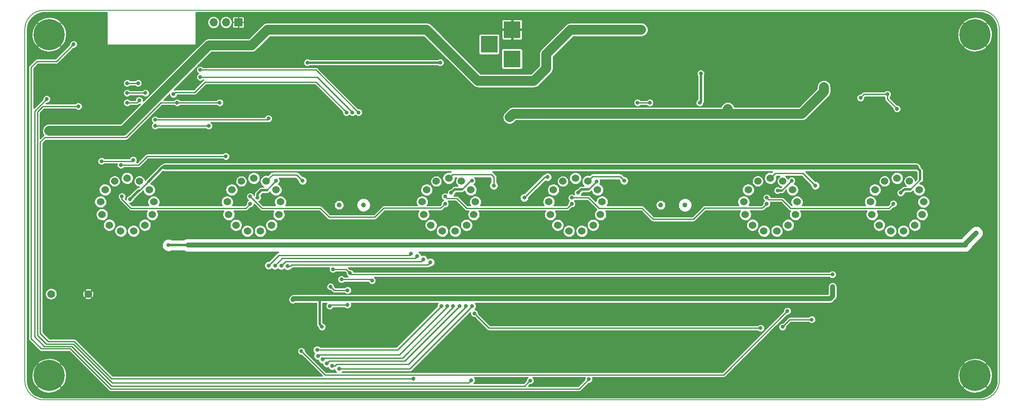
<source format=gbl>
G04 #@! TF.FileFunction,Copper,L2,Bot,Signal*
%FSLAX46Y46*%
G04 Gerber Fmt 4.6, Leading zero omitted, Abs format (unit mm)*
G04 Created by KiCad (PCBNEW 4.0.7-e2-6376~58~ubuntu16.04.1) date Sun Nov  5 21:07:29 2017*
%MOMM*%
%LPD*%
G01*
G04 APERTURE LIST*
%ADD10C,0.100000*%
%ADD11C,0.150000*%
%ADD12C,0.800000*%
%ADD13R,3.500000X3.500000*%
%ADD14R,1.700000X1.700000*%
%ADD15O,1.700000X1.700000*%
%ADD16C,1.000000*%
%ADD17C,1.600000*%
%ADD18C,1.524000*%
%ADD19C,6.400000*%
%ADD20C,2.000000*%
%ADD21C,1.000000*%
%ADD22C,0.500000*%
%ADD23C,0.250000*%
%ADD24C,0.240000*%
G04 APERTURE END LIST*
D10*
D11*
X250600000Y-65000000D02*
G75*
G03X246600000Y-61000000I-4000000J0D01*
G01*
X246600000Y-141000000D02*
G75*
G03X250600000Y-137000000I0J4000000D01*
G01*
X50600000Y-137000000D02*
G75*
G03X54600000Y-141000000I4000000J0D01*
G01*
X54600000Y-61000000D02*
G75*
G03X50600000Y-65000000I0J-4000000D01*
G01*
X246600000Y-141000000D02*
X54600000Y-141000000D01*
X250600000Y-65000000D02*
X250600000Y-137000000D01*
X54600000Y-61000000D02*
X246600000Y-61000000D01*
X50600000Y-137000000D02*
X50600000Y-65000000D01*
D12*
X163350000Y-69500000D03*
X160350000Y-73250000D03*
X165850000Y-80000000D03*
X182100000Y-79500000D03*
X110850000Y-117750000D03*
X197100000Y-105750000D03*
X191850000Y-105500000D03*
X182100000Y-106750000D03*
X174100000Y-106500000D03*
X168350000Y-112750000D03*
X189600000Y-112750000D03*
X178850000Y-96750000D03*
X191600000Y-97250000D03*
X203100000Y-97750000D03*
X203600000Y-104250000D03*
X228850000Y-122000000D03*
X221350000Y-129750000D03*
X210350000Y-136250000D03*
X220350000Y-107000000D03*
X214600000Y-107000000D03*
X207600000Y-111500000D03*
X203350000Y-112750000D03*
X220350000Y-115250000D03*
X219100000Y-118500000D03*
X213100000Y-122750000D03*
X203600000Y-116750000D03*
X201600000Y-123500000D03*
X204350000Y-128250000D03*
X203600000Y-134250000D03*
X149600000Y-136750000D03*
X161600000Y-137000000D03*
X170350000Y-137750000D03*
X180600000Y-132750000D03*
X174850000Y-129500000D03*
X162100000Y-129500000D03*
X150850000Y-130000000D03*
X158350000Y-122500000D03*
X145350000Y-122250000D03*
X136350000Y-130750000D03*
X152600000Y-117750000D03*
X145600000Y-118500000D03*
X151850000Y-112500000D03*
X144350000Y-112750000D03*
X152350000Y-106750000D03*
X148100000Y-107500000D03*
X150600000Y-96000000D03*
X146350000Y-99250000D03*
X144100000Y-96500000D03*
X127850000Y-105250000D03*
X130850000Y-95500000D03*
X136600000Y-97500000D03*
X137600000Y-104000000D03*
X134600000Y-113750000D03*
X128850000Y-118250000D03*
X133600000Y-117500000D03*
X131600000Y-122250000D03*
X122350000Y-125500000D03*
X125600000Y-128500000D03*
X118100000Y-128750000D03*
X109350000Y-129500000D03*
X108850000Y-127000000D03*
X109100000Y-123500000D03*
X122350000Y-107250000D03*
X123600000Y-105000000D03*
X123600000Y-99500000D03*
X121100000Y-96000000D03*
X110600000Y-97750000D03*
X113600000Y-96250000D03*
X114100000Y-106000000D03*
X104850000Y-97500000D03*
X108600000Y-103000000D03*
X106850000Y-106250000D03*
X71850000Y-104000000D03*
X72100000Y-97500000D03*
X97600000Y-104000000D03*
X97350000Y-97500000D03*
X97850000Y-76750000D03*
X94600000Y-79750000D03*
X91600000Y-82250000D03*
X72350000Y-69750000D03*
X81100000Y-70500000D03*
X76850000Y-73250000D03*
X76350000Y-77000000D03*
X71100000Y-81750000D03*
X79600000Y-82000000D03*
X85850000Y-86250000D03*
X83850000Y-89000000D03*
X89350000Y-95250000D03*
X87100000Y-99250000D03*
X84100000Y-95750000D03*
X76850000Y-93000000D03*
X79850000Y-95000000D03*
X80350000Y-99500000D03*
X84350000Y-102750000D03*
X88100000Y-106750000D03*
X82600000Y-106750000D03*
X98600000Y-115000000D03*
X76100000Y-124500000D03*
X75350000Y-112500000D03*
X84600000Y-112000000D03*
X85850000Y-116000000D03*
X86600000Y-126750000D03*
X97600000Y-122250000D03*
X98100000Y-129000000D03*
X96600000Y-135250000D03*
X72350000Y-135500000D03*
X67600000Y-131750000D03*
X64350000Y-125250000D03*
X57100000Y-125500000D03*
X63600000Y-113250000D03*
X58100000Y-113250000D03*
X61850000Y-106250000D03*
X57600000Y-106000000D03*
X62100000Y-101250000D03*
X55850000Y-100500000D03*
X66350000Y-95000000D03*
X63350000Y-94500000D03*
X70350000Y-90750000D03*
X66600000Y-89750000D03*
X55850000Y-89000000D03*
X62350000Y-88750000D03*
X61100000Y-83000000D03*
X55850000Y-82500000D03*
X54850000Y-77000000D03*
X55350000Y-73000000D03*
X60600000Y-78000000D03*
X66350000Y-65750000D03*
X94350000Y-66000000D03*
X97100000Y-64250000D03*
X101600000Y-68000000D03*
X105350000Y-62750000D03*
X113850000Y-63000000D03*
X110100000Y-67250000D03*
X107100000Y-70500000D03*
X109350000Y-79250000D03*
X104600000Y-82500000D03*
X97850000Y-85500000D03*
X96600000Y-90500000D03*
X106100000Y-90500000D03*
X114100000Y-84000000D03*
X113100000Y-90750000D03*
X120600000Y-84250000D03*
X123350000Y-90500000D03*
X126850000Y-81750000D03*
X131850000Y-76250000D03*
X127600000Y-88750000D03*
X136100000Y-78500000D03*
X133350000Y-90250000D03*
X133600000Y-86250000D03*
X140600000Y-87000000D03*
X143850000Y-89500000D03*
X144350000Y-86250000D03*
X152600000Y-90250000D03*
X152100000Y-86000000D03*
X157600000Y-90500000D03*
X157600000Y-85500000D03*
X161100000Y-90250000D03*
X161350000Y-85250000D03*
X172100000Y-90250000D03*
X174600000Y-86000000D03*
X177600000Y-90750000D03*
X188100000Y-90250000D03*
X187100000Y-84500000D03*
X191350000Y-80000000D03*
X192600000Y-85000000D03*
X198100000Y-90250000D03*
X206850000Y-85250000D03*
X206350000Y-90250000D03*
X213350000Y-88000000D03*
X221100000Y-91000000D03*
X224100000Y-95250000D03*
X231350000Y-90500000D03*
X242850000Y-106250000D03*
X238600000Y-106250000D03*
X228600000Y-97750000D03*
X229600000Y-104000000D03*
X226100000Y-111750000D03*
X235850000Y-112750000D03*
X245600000Y-112750000D03*
X247600000Y-104500000D03*
X247100000Y-90250000D03*
X242350000Y-90250000D03*
X221600000Y-82500000D03*
X229350000Y-84750000D03*
X225850000Y-83000000D03*
X237100000Y-85000000D03*
X243600000Y-85250000D03*
X246100000Y-73250000D03*
X238350000Y-77500000D03*
X237850000Y-73250000D03*
X231600000Y-77000000D03*
X227600000Y-74000000D03*
X218100000Y-74500000D03*
X222850000Y-69000000D03*
X223350000Y-65000000D03*
X218350000Y-64250000D03*
X210100000Y-66000000D03*
X205850000Y-71000000D03*
X205600000Y-77500000D03*
X201350000Y-77500000D03*
X201350000Y-71000000D03*
X200850000Y-66000000D03*
X193850000Y-70000000D03*
X193850000Y-73750000D03*
X146600000Y-78500000D03*
X153100000Y-78750000D03*
X155350000Y-79250000D03*
X169600000Y-78250000D03*
X177100000Y-74250000D03*
X177100000Y-70750000D03*
X171100000Y-68000000D03*
X156350000Y-66500000D03*
X156350000Y-64250000D03*
X141850000Y-70000000D03*
X141850000Y-67250000D03*
X141850000Y-64000000D03*
D13*
X150600000Y-71000000D03*
X150600000Y-65000000D03*
X145900000Y-68000000D03*
D14*
X94430000Y-63500000D03*
D15*
X91890000Y-63500000D03*
X89350000Y-63500000D03*
D16*
X120100000Y-101000000D03*
X115100000Y-101000000D03*
X186100000Y-101000000D03*
X181100000Y-101000000D03*
D17*
X56000000Y-119250000D03*
X63600000Y-119250000D03*
D18*
X71600000Y-95495000D03*
X74160000Y-96125000D03*
X76130000Y-97875000D03*
X77060000Y-100355000D03*
X76740000Y-102945000D03*
X75250000Y-105115000D03*
X72920000Y-106335000D03*
X70280000Y-106335000D03*
X67950000Y-105115000D03*
X66460000Y-102945000D03*
X66140000Y-100335000D03*
X67070000Y-97875000D03*
X69040000Y-96125000D03*
X97600000Y-95500000D03*
X100160000Y-96130000D03*
X102130000Y-97880000D03*
X103060000Y-100360000D03*
X102740000Y-102950000D03*
X101250000Y-105120000D03*
X98920000Y-106340000D03*
X96280000Y-106340000D03*
X93950000Y-105120000D03*
X92460000Y-102950000D03*
X92140000Y-100340000D03*
X93070000Y-97880000D03*
X95040000Y-96130000D03*
X137600000Y-95500000D03*
X140160000Y-96130000D03*
X142130000Y-97880000D03*
X143060000Y-100360000D03*
X142740000Y-102950000D03*
X141250000Y-105120000D03*
X138920000Y-106340000D03*
X136280000Y-106340000D03*
X133950000Y-105120000D03*
X132460000Y-102950000D03*
X132140000Y-100340000D03*
X133070000Y-97880000D03*
X135040000Y-96130000D03*
X163600000Y-95500000D03*
X166160000Y-96130000D03*
X168130000Y-97880000D03*
X169060000Y-100360000D03*
X168740000Y-102950000D03*
X167250000Y-105120000D03*
X164920000Y-106340000D03*
X162280000Y-106340000D03*
X159950000Y-105120000D03*
X158460000Y-102950000D03*
X158140000Y-100340000D03*
X159070000Y-97880000D03*
X161040000Y-96130000D03*
X203600000Y-95495000D03*
X206160000Y-96125000D03*
X208130000Y-97875000D03*
X209060000Y-100355000D03*
X208740000Y-102945000D03*
X207250000Y-105115000D03*
X204920000Y-106335000D03*
X202280000Y-106335000D03*
X199950000Y-105115000D03*
X198460000Y-102945000D03*
X198140000Y-100335000D03*
X199070000Y-97875000D03*
X201040000Y-96125000D03*
X229600000Y-95495000D03*
X232160000Y-96125000D03*
X234130000Y-97875000D03*
X235060000Y-100355000D03*
X234740000Y-102945000D03*
X233250000Y-105115000D03*
X230920000Y-106335000D03*
X228280000Y-106335000D03*
X225950000Y-105115000D03*
X224460000Y-102945000D03*
X224140000Y-100335000D03*
X225070000Y-97875000D03*
X227040000Y-96125000D03*
D19*
X55600000Y-136000000D03*
D12*
X58000000Y-136000000D03*
X57297056Y-137697056D03*
X55600000Y-138400000D03*
X53902944Y-137697056D03*
X53200000Y-136000000D03*
X53902944Y-134302944D03*
X55600000Y-133600000D03*
X57297056Y-134302944D03*
D19*
X55600000Y-66000000D03*
D12*
X58000000Y-66000000D03*
X57297056Y-67697056D03*
X55600000Y-68400000D03*
X53902944Y-67697056D03*
X53200000Y-66000000D03*
X53902944Y-64302944D03*
X55600000Y-63600000D03*
X57297056Y-64302944D03*
D19*
X245600000Y-66000000D03*
D12*
X248000000Y-66000000D03*
X247297056Y-67697056D03*
X245600000Y-68400000D03*
X243902944Y-67697056D03*
X243200000Y-66000000D03*
X243902944Y-64302944D03*
X245600000Y-63600000D03*
X247297056Y-64302944D03*
D19*
X245600000Y-136000000D03*
D12*
X248000000Y-136000000D03*
X247297056Y-137697056D03*
X245600000Y-138400000D03*
X243902944Y-137697056D03*
X243200000Y-136000000D03*
X243902944Y-134302944D03*
X245600000Y-133600000D03*
X247297056Y-134302944D03*
X157350000Y-82250000D03*
X168100000Y-82250000D03*
X216350000Y-117750000D03*
X111600000Y-126000000D03*
X105600000Y-120394112D03*
X155600000Y-120250000D03*
X151850000Y-82250000D03*
X150850000Y-82250000D03*
X214600000Y-76750000D03*
X194850000Y-81250000D03*
X214600000Y-77750000D03*
X194850000Y-82250000D03*
X150100000Y-83000000D03*
X94600000Y-68199990D03*
X138600000Y-70500000D03*
X92100000Y-68199990D03*
X89400010Y-68199990D03*
X55600000Y-85750000D03*
X177100000Y-65000000D03*
X189100000Y-80000000D03*
X189350000Y-74000000D03*
X212100000Y-109250000D03*
X120600000Y-109250000D03*
X186100000Y-109250000D03*
X145850000Y-109250000D03*
X80100000Y-109250000D03*
X245850000Y-106750000D03*
X130350000Y-136622743D03*
X81850000Y-80000000D03*
X90600000Y-80000000D03*
X154315922Y-137048437D03*
X55100000Y-79250000D03*
X229600000Y-81250000D03*
X227600000Y-78250000D03*
X222100000Y-79000000D03*
X107600000Y-96000000D03*
X146850000Y-97000000D03*
X157850000Y-95250000D03*
X153100000Y-99500000D03*
X173600000Y-96000000D03*
X212850000Y-97000000D03*
X142350000Y-121750000D03*
X115100000Y-134600645D03*
X113669844Y-134034658D03*
X141100000Y-121750000D03*
X112594239Y-133502584D03*
X139850000Y-121750000D03*
X111710315Y-132690063D03*
X138500006Y-121750000D03*
X110765810Y-131949835D03*
X137300003Y-121750000D03*
X110602506Y-130752298D03*
X136100000Y-121750000D03*
X104517965Y-113527733D03*
X133850000Y-112750000D03*
X132350000Y-112165836D03*
X103233745Y-113445169D03*
X131100000Y-111515826D03*
X101951387Y-113419379D03*
X129850000Y-111011927D03*
X100656760Y-113405858D03*
X178850000Y-80000000D03*
X176350000Y-80000000D03*
X121850000Y-116500000D03*
X115600000Y-116250000D03*
X116600000Y-82000000D03*
X81100000Y-78250000D03*
X73850000Y-76000000D03*
X71600000Y-76000000D03*
X116850000Y-118500000D03*
X113341076Y-117750000D03*
X117850000Y-82000000D03*
X86600000Y-74750000D03*
X212100000Y-124500000D03*
X206100000Y-126000000D03*
X201600000Y-126250000D03*
X142850000Y-123250000D03*
X113162016Y-121728433D03*
X116850000Y-121500000D03*
X216350000Y-115250000D03*
X113850000Y-114177742D03*
X117350000Y-115000000D03*
X72850000Y-91750000D03*
X66350000Y-92000000D03*
X166350000Y-136750000D03*
X60600000Y-68000000D03*
X100600000Y-83250000D03*
X77350000Y-83500000D03*
X75350000Y-78000000D03*
X71600000Y-78000000D03*
X207100000Y-122750000D03*
X107350000Y-131000000D03*
X142243103Y-136947098D03*
X71600000Y-80000000D03*
X61600000Y-80750000D03*
X88350000Y-84750000D03*
X77350000Y-84750000D03*
X74100000Y-79500000D03*
X72192968Y-99793416D03*
X230350000Y-98500000D03*
X207850000Y-93232999D03*
X207967762Y-96000000D03*
X205100000Y-98000000D03*
X167930000Y-96200000D03*
X164100000Y-98500000D03*
X142350000Y-93240279D03*
X142350000Y-96000000D03*
X138100000Y-98500000D03*
X102100000Y-93240279D03*
X102160000Y-96020000D03*
X98350000Y-99500000D03*
X88850000Y-93240279D03*
X167850000Y-93250000D03*
X91850000Y-91000000D03*
X70312999Y-92787001D03*
X70526234Y-99234560D03*
X96850000Y-100750000D03*
X136850000Y-100750000D03*
X96850000Y-99250000D03*
X162850000Y-100750000D03*
X136850000Y-99250000D03*
X202850000Y-100750000D03*
X162850000Y-99500000D03*
X228850000Y-100750000D03*
X202850000Y-99500000D03*
X135850000Y-71750000D03*
X108600000Y-71750000D03*
X119100000Y-82000000D03*
X86600000Y-73250000D03*
D20*
X151850000Y-82250000D02*
X157350000Y-82250000D01*
X157350000Y-82250000D02*
X158350000Y-82250000D01*
X158350000Y-82250000D02*
X168100000Y-82250000D01*
X168100000Y-82250000D02*
X194850000Y-82250000D01*
D21*
X215850000Y-120250000D02*
X216350000Y-119750000D01*
X216350000Y-119750000D02*
X216350000Y-117750000D01*
X215350000Y-120250000D02*
X215850000Y-120250000D01*
X155600000Y-120250000D02*
X215350000Y-120250000D01*
X111100000Y-120250000D02*
X105744112Y-120250000D01*
X155600000Y-120250000D02*
X111100000Y-120250000D01*
D22*
X111100000Y-120250000D02*
X111100000Y-125500000D01*
X111100000Y-125500000D02*
X111600000Y-126000000D01*
D21*
X105744112Y-120250000D02*
X105600000Y-120394112D01*
D20*
X150850000Y-82250000D02*
X150100000Y-83000000D01*
X150850000Y-82250000D02*
X151850000Y-82250000D01*
X214600000Y-77750000D02*
X214600000Y-76750000D01*
X194850000Y-82250000D02*
X194850000Y-81250000D01*
X210100000Y-82250000D02*
X214600000Y-77750000D01*
X194850000Y-82250000D02*
X210100000Y-82250000D01*
X97150010Y-68199990D02*
X94600000Y-68199990D01*
X94600000Y-68199990D02*
X92100000Y-68199990D01*
X138600000Y-70500000D02*
X133100000Y-65000000D01*
X143600000Y-75500000D02*
X138600000Y-70500000D01*
X92100000Y-68199990D02*
X89400010Y-68199990D01*
X70850000Y-85750000D02*
X55600000Y-85750000D01*
X88400010Y-68199990D02*
X70850000Y-85750000D01*
X89400010Y-68199990D02*
X88400010Y-68199990D01*
X100350000Y-65000000D02*
X97150010Y-68199990D01*
X133100000Y-65000000D02*
X100350000Y-65000000D01*
X155100000Y-75500000D02*
X143600000Y-75500000D01*
X157600000Y-73000000D02*
X155100000Y-75500000D01*
X157600000Y-70000000D02*
X157600000Y-73000000D01*
X162600000Y-65000000D02*
X157600000Y-70000000D01*
X177100000Y-65000000D02*
X162600000Y-65000000D01*
D22*
X189350000Y-74000000D02*
X189350000Y-79750000D01*
X189350000Y-79750000D02*
X189100000Y-80000000D01*
D21*
X224350000Y-109250000D02*
X212100000Y-109250000D01*
X212100000Y-109250000D02*
X186100000Y-109250000D01*
X145850000Y-109250000D02*
X120600000Y-109250000D01*
X120600000Y-109250000D02*
X84100000Y-109250000D01*
X186100000Y-109250000D02*
X145850000Y-109250000D01*
D22*
X80100000Y-109250000D02*
X84100000Y-109250000D01*
D21*
X243600000Y-109250000D02*
X224350000Y-109250000D01*
X243600000Y-109000000D02*
X245850000Y-106750000D01*
D23*
X81850000Y-80000000D02*
X78544557Y-80000000D01*
X78544557Y-80000000D02*
X71419547Y-87125010D01*
X68386983Y-136622743D02*
X129784315Y-136622743D01*
X71419547Y-87125010D02*
X54724990Y-87125010D01*
X55435240Y-128999970D02*
X60764210Y-128999970D01*
X54724990Y-87125010D02*
X53773076Y-88076924D01*
X60764210Y-128999970D02*
X68386983Y-136622743D01*
X53773076Y-88076924D02*
X53773076Y-127337806D01*
X53773076Y-127337806D02*
X55435240Y-128999970D01*
X129784315Y-136622743D02*
X130350000Y-136622743D01*
X90600000Y-80000000D02*
X81850000Y-80000000D01*
X55100000Y-79250000D02*
X52600000Y-81750000D01*
X52600000Y-81750000D02*
X52600000Y-128042880D01*
X153915923Y-137448436D02*
X154315922Y-137048437D01*
X52600000Y-128042880D02*
X54557110Y-129999990D01*
X54557110Y-129999990D02*
X60227524Y-129999990D01*
X60227524Y-129999990D02*
X68378308Y-138150774D01*
X68378308Y-138150774D02*
X153213585Y-138150774D01*
X153213585Y-138150774D02*
X153915923Y-137448436D01*
X227600000Y-78250000D02*
X227600000Y-79250000D01*
X227600000Y-79250000D02*
X229600000Y-81250000D01*
X222100000Y-79000000D02*
X222850000Y-78250000D01*
X222850000Y-78250000D02*
X227600000Y-78250000D01*
X107600000Y-96000000D02*
X106425838Y-94825838D01*
X106425838Y-94825838D02*
X101464162Y-94825838D01*
X101464162Y-94825838D02*
X100160000Y-96130000D01*
X146338001Y-94738001D02*
X146850000Y-95250000D01*
X146850000Y-95250000D02*
X146850000Y-97000000D01*
X138361999Y-94738001D02*
X146338001Y-94738001D01*
X137600000Y-95500000D02*
X138361999Y-94738001D01*
X157350000Y-95250000D02*
X157850000Y-95250000D01*
X153100000Y-99500000D02*
X157350000Y-95250000D01*
X173600000Y-96000000D02*
X172758909Y-95158909D01*
X172758909Y-95158909D02*
X167131091Y-95158909D01*
X167131091Y-95158909D02*
X166160000Y-96130000D01*
X203600000Y-95495000D02*
X204649132Y-94445868D01*
X204649132Y-94445868D02*
X210295868Y-94445868D01*
X210295868Y-94445868D02*
X212850000Y-97000000D01*
X115100000Y-134600645D02*
X129618357Y-134600645D01*
X129618357Y-134600645D02*
X142350000Y-121869002D01*
X142350000Y-121869002D02*
X142350000Y-121750000D01*
X141100000Y-121750000D02*
X141100000Y-121925632D01*
X114594542Y-133675645D02*
X114235529Y-134034658D01*
X141100000Y-121925632D02*
X129349987Y-133675645D01*
X129349987Y-133675645D02*
X114594542Y-133675645D01*
X114235529Y-134034658D02*
X113669844Y-134034658D01*
X139850000Y-121750000D02*
X128574365Y-133025635D01*
X113071188Y-133025635D02*
X112994238Y-133102585D01*
X112994238Y-133102585D02*
X112594239Y-133502584D01*
X128574365Y-133025635D02*
X113071188Y-133025635D01*
X138500006Y-122034934D02*
X128159315Y-132375625D01*
X128159315Y-132375625D02*
X112024753Y-132375625D01*
X138500006Y-121750000D02*
X138500006Y-122034934D01*
X112024753Y-132375625D02*
X111710315Y-132690063D01*
X137300003Y-121750000D02*
X137300003Y-121916716D01*
X137300003Y-121916716D02*
X127491104Y-131725615D01*
X127491104Y-131725615D02*
X110990030Y-131725615D01*
X110990030Y-131725615D02*
X110765810Y-131949835D01*
X111168191Y-130752298D02*
X110602506Y-130752298D01*
X127097702Y-130752298D02*
X111168191Y-130752298D01*
X136100000Y-121750000D02*
X127097702Y-130752298D01*
X105083650Y-113527733D02*
X104517965Y-113527733D01*
X105358651Y-113252732D02*
X105083650Y-113527733D01*
X133347268Y-113252732D02*
X105358651Y-113252732D01*
X133850000Y-112750000D02*
X133347268Y-113252732D01*
X131913113Y-112602723D02*
X131950001Y-112565835D01*
X103233745Y-113445169D02*
X104076191Y-112602723D01*
X104076191Y-112602723D02*
X131913113Y-112602723D01*
X131950001Y-112565835D02*
X132350000Y-112165836D01*
X101951387Y-113419379D02*
X103418053Y-111952713D01*
X103418053Y-111952713D02*
X130663113Y-111952713D01*
X130663113Y-111952713D02*
X130700001Y-111915825D01*
X130700001Y-111915825D02*
X131100000Y-111515826D01*
X100656760Y-113405858D02*
X102759916Y-111302702D01*
X102759916Y-111302702D02*
X129559225Y-111302702D01*
X129559225Y-111302702D02*
X129850000Y-111011927D01*
X176350000Y-80000000D02*
X178850000Y-80000000D01*
X115600000Y-116250000D02*
X121600000Y-116250000D01*
X121600000Y-116250000D02*
X121850000Y-116500000D01*
X81100000Y-78250000D02*
X81499999Y-77850001D01*
X81499999Y-77850001D02*
X85499999Y-77850001D01*
X116600000Y-81977331D02*
X116600000Y-82000000D01*
X85499999Y-77850001D02*
X87600000Y-75750000D01*
X87600000Y-75750000D02*
X110372669Y-75750000D01*
X110372669Y-75750000D02*
X116600000Y-81977331D01*
X71600000Y-76000000D02*
X73850000Y-76000000D01*
X113341076Y-117750000D02*
X114091076Y-118500000D01*
X114091076Y-118500000D02*
X116850000Y-118500000D01*
X86600000Y-74750000D02*
X110670555Y-74750000D01*
X110670555Y-74750000D02*
X117850000Y-81929445D01*
X117850000Y-81929445D02*
X117850000Y-82000000D01*
X206100000Y-126000000D02*
X207600000Y-124500000D01*
X207600000Y-124500000D02*
X212100000Y-124500000D01*
X145850000Y-126250000D02*
X201600000Y-126250000D01*
X142850000Y-123250000D02*
X145850000Y-126250000D01*
X113390449Y-121500000D02*
X113162016Y-121728433D01*
X116850000Y-121500000D02*
X113390449Y-121500000D01*
X216350000Y-115250000D02*
X117600000Y-115250000D01*
X117600000Y-115250000D02*
X117350000Y-115000000D01*
X117350000Y-115000000D02*
X116527742Y-114177742D01*
X114415685Y-114177742D02*
X113850000Y-114177742D01*
X116527742Y-114177742D02*
X114415685Y-114177742D01*
X66350000Y-92000000D02*
X72600000Y-92000000D01*
X72600000Y-92000000D02*
X72850000Y-91750000D01*
X68175083Y-138737150D02*
X164362850Y-138737150D01*
X164362850Y-138737150D02*
X166350000Y-136750000D01*
X68175083Y-138737150D02*
X59937933Y-130500000D01*
X59937933Y-130500000D02*
X53958481Y-130500000D01*
X53958481Y-130500000D02*
X51892452Y-128433971D01*
X51892452Y-128433971D02*
X51892452Y-72707548D01*
X57100000Y-71500000D02*
X60600000Y-68000000D01*
X51892452Y-72707548D02*
X53100000Y-71500000D01*
X53100000Y-71500000D02*
X57100000Y-71500000D01*
X77350000Y-83500000D02*
X100350000Y-83500000D01*
X100350000Y-83500000D02*
X100600000Y-83250000D01*
X71600000Y-78000000D02*
X75350000Y-78000000D01*
X112197733Y-135847733D02*
X194002267Y-135847733D01*
X107350000Y-131000000D02*
X112197733Y-135847733D01*
X194002267Y-135847733D02*
X207100000Y-122750000D01*
X61600000Y-80750000D02*
X54350000Y-80750000D01*
X54984914Y-129499980D02*
X60557100Y-129499980D01*
X141722068Y-137468133D02*
X141843104Y-137347097D01*
X54350000Y-80750000D02*
X53206867Y-81893133D01*
X53206867Y-81893133D02*
X53206867Y-127721933D01*
X53206867Y-127721933D02*
X54984914Y-129499980D01*
X60557100Y-129499980D02*
X68525253Y-137468133D01*
X68525253Y-137468133D02*
X141722068Y-137468133D01*
X141843104Y-137347097D02*
X142243103Y-136947098D01*
X71600000Y-80000000D02*
X73600000Y-80000000D01*
X73600000Y-80000000D02*
X74100000Y-79500000D01*
X77350000Y-84750000D02*
X88350000Y-84750000D01*
D22*
X72592967Y-99393417D02*
X72192968Y-99793416D01*
X74125000Y-98000000D02*
X73986384Y-98000000D01*
X73986384Y-98000000D02*
X72592967Y-99393417D01*
X234350000Y-94000000D02*
X234350000Y-95750238D01*
X233582999Y-93232999D02*
X234350000Y-94000000D01*
D21*
X222100000Y-93232999D02*
X233582999Y-93232999D01*
D23*
X232350000Y-97750000D02*
X232350238Y-97750000D01*
X232350238Y-97750000D02*
X234350000Y-95750238D01*
D22*
X231100000Y-97750000D02*
X232350000Y-97750000D01*
X230350000Y-98500000D02*
X231100000Y-97750000D01*
X205100000Y-98000000D02*
X205967762Y-98000000D01*
D23*
X206350000Y-97617762D02*
X205967762Y-98000000D01*
D21*
X171100000Y-93232999D02*
X207850000Y-93232999D01*
X207850000Y-93232999D02*
X211100000Y-93232999D01*
D23*
X206350000Y-97617762D02*
X207967762Y-96000000D01*
X166380000Y-97750000D02*
X167930000Y-96200000D01*
X166350000Y-97750000D02*
X166380000Y-97750000D01*
D22*
X164850000Y-97750000D02*
X166350000Y-97750000D01*
X164100000Y-98500000D02*
X164850000Y-97750000D01*
D21*
X145350000Y-93240279D02*
X142350000Y-93240279D01*
X142350000Y-93240279D02*
X105100000Y-93240279D01*
D23*
X140350000Y-97750000D02*
X142100000Y-96000000D01*
X142100000Y-96000000D02*
X142350000Y-96000000D01*
D22*
X138850000Y-97750000D02*
X140350000Y-97750000D01*
X138100000Y-98500000D02*
X138850000Y-97750000D01*
X98350000Y-99500000D02*
X98350000Y-98750000D01*
X98350000Y-98750000D02*
X99153151Y-97946849D01*
X99153151Y-97946849D02*
X100304930Y-97946849D01*
D21*
X105100000Y-93240279D02*
X102100000Y-93240279D01*
X102100000Y-93240279D02*
X88850000Y-93240279D01*
D23*
X100350000Y-98000000D02*
X100350000Y-97830000D01*
X100350000Y-97830000D02*
X101420000Y-96760000D01*
X101420000Y-96760000D02*
X102160000Y-96020000D01*
X74125000Y-98000000D02*
X75875000Y-96250000D01*
D22*
X79350000Y-93240279D02*
X78884721Y-93240279D01*
X78884721Y-93240279D02*
X75875000Y-96250000D01*
D21*
X88850000Y-93240279D02*
X79350000Y-93240279D01*
X167840279Y-93240279D02*
X145350000Y-93240279D01*
X167867001Y-93232999D02*
X171100000Y-93232999D01*
X211100000Y-93232999D02*
X222100000Y-93232999D01*
X167850000Y-93250000D02*
X167840279Y-93240279D01*
X167850000Y-93250000D02*
X167867001Y-93232999D01*
D23*
X70312999Y-92787001D02*
X73927659Y-92787001D01*
X73927659Y-92787001D02*
X75714660Y-91000000D01*
X75714660Y-91000000D02*
X91850000Y-91000000D01*
X70526234Y-99800245D02*
X70526234Y-99234560D01*
X96850000Y-100750000D02*
X95957999Y-101642001D01*
X72367990Y-101642001D02*
X70526234Y-99800245D01*
X95957999Y-101642001D02*
X72367990Y-101642001D01*
X96850000Y-99250000D02*
X99262999Y-101662999D01*
X99262999Y-101662999D02*
X111231251Y-101662999D01*
X124291972Y-101627001D02*
X135972999Y-101627001D01*
X111231251Y-101662999D02*
X113062309Y-103494057D01*
X113062309Y-103494057D02*
X122424916Y-103494057D01*
X122424916Y-103494057D02*
X124291972Y-101627001D01*
X135972999Y-101627001D02*
X136850000Y-100750000D01*
X139249999Y-99649999D02*
X141247001Y-101647001D01*
X141247001Y-101647001D02*
X161952999Y-101647001D01*
X161952999Y-101647001D02*
X162850000Y-100750000D01*
X136850000Y-99250000D02*
X137249999Y-99649999D01*
X137249999Y-99649999D02*
X139249999Y-99649999D01*
X162850000Y-99500000D02*
X166295238Y-99500000D01*
X166295238Y-99500000D02*
X168442239Y-101647001D01*
X168442239Y-101647001D02*
X177286416Y-101647001D01*
X177286416Y-101647001D02*
X179523702Y-103884287D01*
X179523702Y-103884287D02*
X187827234Y-103884287D01*
X187827234Y-103884287D02*
X190089520Y-101622001D01*
X190089520Y-101622001D02*
X201977999Y-101622001D01*
X201977999Y-101622001D02*
X202850000Y-100750000D01*
X205999999Y-99899999D02*
X207742001Y-101642001D01*
X207742001Y-101642001D02*
X227957999Y-101642001D01*
X227957999Y-101642001D02*
X228850000Y-100750000D01*
X202850000Y-99500000D02*
X203249999Y-99899999D01*
X203249999Y-99899999D02*
X205999999Y-99899999D01*
D22*
X108600000Y-71750000D02*
X135850000Y-71750000D01*
D23*
X110350000Y-73250000D02*
X119100000Y-82000000D01*
X107850000Y-73250000D02*
X110350000Y-73250000D01*
X105600000Y-73250000D02*
X107850000Y-73250000D01*
X86600000Y-73250000D02*
X105600000Y-73250000D01*
D24*
G36*
X67480000Y-68000000D02*
X67488207Y-68043615D01*
X67513983Y-68083673D01*
X67553313Y-68110546D01*
X67600000Y-68120000D01*
X85600000Y-68120000D01*
X85643615Y-68111793D01*
X85683673Y-68086017D01*
X85710546Y-68046687D01*
X85720000Y-68000000D01*
X85720000Y-63493855D01*
X88080000Y-63493855D01*
X88080000Y-63506145D01*
X88104187Y-63752823D01*
X88175827Y-63990104D01*
X88292190Y-64208952D01*
X88448845Y-64401030D01*
X88639825Y-64559023D01*
X88857855Y-64676911D01*
X89094631Y-64750206D01*
X89341134Y-64776114D01*
X89587974Y-64753650D01*
X89825750Y-64683668D01*
X90045405Y-64568836D01*
X90238572Y-64413525D01*
X90397894Y-64223653D01*
X90517302Y-64006451D01*
X90592247Y-63770193D01*
X90619876Y-63523877D01*
X90620000Y-63506145D01*
X90644187Y-63752823D01*
X90715827Y-63990104D01*
X90832190Y-64208952D01*
X90988845Y-64401030D01*
X91179825Y-64559023D01*
X91397855Y-64676911D01*
X91634631Y-64750206D01*
X91881134Y-64776114D01*
X92127974Y-64753650D01*
X92365750Y-64683668D01*
X92585405Y-64568836D01*
X92778572Y-64413525D01*
X92937894Y-64223653D01*
X93057302Y-64006451D01*
X93132247Y-63770193D01*
X93151617Y-63597500D01*
X93210000Y-63597500D01*
X93210000Y-64386442D01*
X93224219Y-64457925D01*
X93252110Y-64525261D01*
X93292602Y-64585861D01*
X93344139Y-64637398D01*
X93404739Y-64677890D01*
X93472075Y-64705781D01*
X93543558Y-64720000D01*
X94332500Y-64720000D01*
X94425000Y-64627500D01*
X94425000Y-63505000D01*
X94435000Y-63505000D01*
X94435000Y-64627500D01*
X94527500Y-64720000D01*
X95316442Y-64720000D01*
X95387925Y-64705781D01*
X95455261Y-64677890D01*
X95515861Y-64637398D01*
X95567398Y-64585861D01*
X95607890Y-64525261D01*
X95635781Y-64457925D01*
X95650000Y-64386442D01*
X95650000Y-63597500D01*
X95557500Y-63505000D01*
X94435000Y-63505000D01*
X94425000Y-63505000D01*
X93302500Y-63505000D01*
X93210000Y-63597500D01*
X93151617Y-63597500D01*
X93159876Y-63523877D01*
X93160000Y-63506145D01*
X93160000Y-63493855D01*
X93135813Y-63247177D01*
X93064173Y-63009896D01*
X92947810Y-62791048D01*
X92803053Y-62613558D01*
X93210000Y-62613558D01*
X93210000Y-63402500D01*
X93302500Y-63495000D01*
X94425000Y-63495000D01*
X94425000Y-62372500D01*
X94435000Y-62372500D01*
X94435000Y-63495000D01*
X95557500Y-63495000D01*
X95650000Y-63402500D01*
X95650000Y-63213558D01*
X148480000Y-63213558D01*
X148480000Y-64777500D01*
X148572500Y-64870000D01*
X150470000Y-64870000D01*
X150470000Y-62972500D01*
X150730000Y-62972500D01*
X150730000Y-64870000D01*
X152627500Y-64870000D01*
X152720000Y-64777500D01*
X152720000Y-63213558D01*
X152705781Y-63142075D01*
X152677890Y-63074739D01*
X152637398Y-63014139D01*
X152585861Y-62962602D01*
X152525261Y-62922110D01*
X152457925Y-62894219D01*
X152386442Y-62880000D01*
X150822500Y-62880000D01*
X150730000Y-62972500D01*
X150470000Y-62972500D01*
X150377500Y-62880000D01*
X148813558Y-62880000D01*
X148742075Y-62894219D01*
X148674739Y-62922110D01*
X148614139Y-62962602D01*
X148562602Y-63014139D01*
X148522110Y-63074739D01*
X148494219Y-63142075D01*
X148480000Y-63213558D01*
X95650000Y-63213558D01*
X95650000Y-62613558D01*
X95635781Y-62542075D01*
X95607890Y-62474739D01*
X95567398Y-62414139D01*
X95515861Y-62362602D01*
X95455261Y-62322110D01*
X95387925Y-62294219D01*
X95316442Y-62280000D01*
X94527500Y-62280000D01*
X94435000Y-62372500D01*
X94425000Y-62372500D01*
X94332500Y-62280000D01*
X93543558Y-62280000D01*
X93472075Y-62294219D01*
X93404739Y-62322110D01*
X93344139Y-62362602D01*
X93292602Y-62414139D01*
X93252110Y-62474739D01*
X93224219Y-62542075D01*
X93210000Y-62613558D01*
X92803053Y-62613558D01*
X92791155Y-62598970D01*
X92600175Y-62440977D01*
X92382145Y-62323089D01*
X92145369Y-62249794D01*
X91898866Y-62223886D01*
X91652026Y-62246350D01*
X91414250Y-62316332D01*
X91194595Y-62431164D01*
X91001428Y-62586475D01*
X90842106Y-62776347D01*
X90722698Y-62993549D01*
X90647753Y-63229807D01*
X90620124Y-63476123D01*
X90620000Y-63493855D01*
X90595813Y-63247177D01*
X90524173Y-63009896D01*
X90407810Y-62791048D01*
X90251155Y-62598970D01*
X90060175Y-62440977D01*
X89842145Y-62323089D01*
X89605369Y-62249794D01*
X89358866Y-62223886D01*
X89112026Y-62246350D01*
X88874250Y-62316332D01*
X88654595Y-62431164D01*
X88461428Y-62586475D01*
X88302106Y-62776347D01*
X88182698Y-62993549D01*
X88107753Y-63229807D01*
X88080124Y-63476123D01*
X88080000Y-63493855D01*
X85720000Y-63493855D01*
X85720000Y-61495000D01*
X246575787Y-61495000D01*
X247280332Y-61564081D01*
X247934746Y-61761660D01*
X248538323Y-62082587D01*
X249068070Y-62514638D01*
X249503809Y-63041356D01*
X249828942Y-63642678D01*
X250031086Y-64295701D01*
X250104993Y-64998872D01*
X250105000Y-65000855D01*
X250105000Y-136975786D01*
X250035919Y-137680332D01*
X249838340Y-138334746D01*
X249517411Y-138938324D01*
X249085361Y-139468070D01*
X248558644Y-139903809D01*
X247957324Y-140228942D01*
X247304299Y-140431087D01*
X246601129Y-140504993D01*
X246599145Y-140505000D01*
X54624214Y-140505000D01*
X53919668Y-140435919D01*
X53265254Y-140238340D01*
X52661676Y-139917411D01*
X52131930Y-139485361D01*
X51696191Y-138958644D01*
X51371058Y-138357324D01*
X51168913Y-137704299D01*
X51095007Y-137001129D01*
X51095000Y-136999145D01*
X51095000Y-135864161D01*
X52015298Y-135864161D01*
X52057676Y-136566111D01*
X52236184Y-137246307D01*
X52543961Y-137878607D01*
X52694898Y-138104500D01*
X53125289Y-138467640D01*
X53319529Y-138273400D01*
X53326477Y-138280594D01*
X53132360Y-138474711D01*
X53495500Y-138905102D01*
X54102694Y-139259849D01*
X54767430Y-139489322D01*
X55464161Y-139584702D01*
X56166111Y-139542324D01*
X56846307Y-139363816D01*
X57478607Y-139056039D01*
X57704500Y-138905102D01*
X58067640Y-138474711D01*
X57873460Y-138280531D01*
X57880704Y-138273633D01*
X58074711Y-138467640D01*
X58505102Y-138104500D01*
X58859849Y-137497306D01*
X59089322Y-136832570D01*
X59184702Y-136135839D01*
X59142324Y-135433889D01*
X58963816Y-134753693D01*
X58656039Y-134121393D01*
X58505102Y-133895500D01*
X58074711Y-133532360D01*
X57880435Y-133726636D01*
X57873389Y-133719540D01*
X58067640Y-133525289D01*
X57704500Y-133094898D01*
X57097306Y-132740151D01*
X56432570Y-132510678D01*
X55735839Y-132415298D01*
X55033889Y-132457676D01*
X54353693Y-132636184D01*
X53721393Y-132943961D01*
X53495500Y-133094898D01*
X53132360Y-133525289D01*
X53326632Y-133719561D01*
X53319487Y-133726558D01*
X53125289Y-133532360D01*
X52694898Y-133895500D01*
X52340151Y-134502694D01*
X52110678Y-135167430D01*
X52015298Y-135864161D01*
X51095000Y-135864161D01*
X51095000Y-72707548D01*
X51347452Y-72707548D01*
X51347452Y-128433971D01*
X51352361Y-128484040D01*
X51356752Y-128534225D01*
X51357551Y-128536976D01*
X51357831Y-128539829D01*
X51372383Y-128588026D01*
X51386427Y-128636367D01*
X51387746Y-128638912D01*
X51388574Y-128641654D01*
X51412211Y-128686109D01*
X51435377Y-128730799D01*
X51437164Y-128733038D01*
X51438510Y-128735569D01*
X51470345Y-128774603D01*
X51501736Y-128813926D01*
X51505666Y-128817911D01*
X51505736Y-128817997D01*
X51505816Y-128818063D01*
X51507079Y-128819344D01*
X53573108Y-130885373D01*
X53611983Y-130917306D01*
X53650574Y-130949687D01*
X53653085Y-130951067D01*
X53655300Y-130952887D01*
X53699676Y-130976681D01*
X53743783Y-131000929D01*
X53746515Y-131001796D01*
X53749039Y-131003149D01*
X53797161Y-131017861D01*
X53845169Y-131033090D01*
X53848018Y-131033410D01*
X53850757Y-131034247D01*
X53900835Y-131039334D01*
X53950872Y-131044947D01*
X53956471Y-131044986D01*
X53956579Y-131044997D01*
X53956680Y-131044987D01*
X53958481Y-131045000D01*
X59712187Y-131045000D01*
X67789710Y-139122523D01*
X67828585Y-139154456D01*
X67867176Y-139186837D01*
X67869687Y-139188217D01*
X67871902Y-139190037D01*
X67916278Y-139213831D01*
X67960385Y-139238079D01*
X67963117Y-139238946D01*
X67965641Y-139240299D01*
X68013763Y-139255011D01*
X68061771Y-139270240D01*
X68064620Y-139270560D01*
X68067359Y-139271397D01*
X68117437Y-139276484D01*
X68167474Y-139282097D01*
X68173073Y-139282136D01*
X68173181Y-139282147D01*
X68173282Y-139282137D01*
X68175083Y-139282150D01*
X164362850Y-139282150D01*
X164412919Y-139277241D01*
X164463104Y-139272850D01*
X164465855Y-139272051D01*
X164468708Y-139271771D01*
X164516905Y-139257219D01*
X164565246Y-139243175D01*
X164567791Y-139241856D01*
X164570533Y-139241028D01*
X164614988Y-139217391D01*
X164659678Y-139194225D01*
X164661917Y-139192438D01*
X164664448Y-139191092D01*
X164703482Y-139159257D01*
X164742805Y-139127866D01*
X164746790Y-139123936D01*
X164746876Y-139123866D01*
X164746942Y-139123786D01*
X164748223Y-139122523D01*
X166301546Y-137569201D01*
X166413214Y-137571540D01*
X166571581Y-137543615D01*
X166721509Y-137485462D01*
X166857285Y-137399296D01*
X166973740Y-137288398D01*
X167066436Y-137156992D01*
X167131843Y-137010085D01*
X167167471Y-136853271D01*
X167170036Y-136669595D01*
X167138801Y-136511847D01*
X167089706Y-136392733D01*
X194002267Y-136392733D01*
X194052336Y-136387824D01*
X194102521Y-136383433D01*
X194105272Y-136382634D01*
X194108125Y-136382354D01*
X194156322Y-136367802D01*
X194204663Y-136353758D01*
X194207208Y-136352439D01*
X194209950Y-136351611D01*
X194254405Y-136327974D01*
X194299095Y-136304808D01*
X194301334Y-136303021D01*
X194303865Y-136301675D01*
X194342899Y-136269840D01*
X194382222Y-136238449D01*
X194386207Y-136234519D01*
X194386293Y-136234449D01*
X194386359Y-136234369D01*
X194387640Y-136233106D01*
X194756585Y-135864161D01*
X242015298Y-135864161D01*
X242057676Y-136566111D01*
X242236184Y-137246307D01*
X242543961Y-137878607D01*
X242694898Y-138104500D01*
X243125289Y-138467640D01*
X243319529Y-138273400D01*
X243326477Y-138280594D01*
X243132360Y-138474711D01*
X243495500Y-138905102D01*
X244102694Y-139259849D01*
X244767430Y-139489322D01*
X245464161Y-139584702D01*
X246166111Y-139542324D01*
X246846307Y-139363816D01*
X247478607Y-139056039D01*
X247704500Y-138905102D01*
X248067640Y-138474711D01*
X247873460Y-138280531D01*
X247880704Y-138273633D01*
X248074711Y-138467640D01*
X248505102Y-138104500D01*
X248859849Y-137497306D01*
X249089322Y-136832570D01*
X249184702Y-136135839D01*
X249142324Y-135433889D01*
X248963816Y-134753693D01*
X248656039Y-134121393D01*
X248505102Y-133895500D01*
X248074711Y-133532360D01*
X247880435Y-133726636D01*
X247873389Y-133719540D01*
X248067640Y-133525289D01*
X247704500Y-133094898D01*
X247097306Y-132740151D01*
X246432570Y-132510678D01*
X245735839Y-132415298D01*
X245033889Y-132457676D01*
X244353693Y-132636184D01*
X243721393Y-132943961D01*
X243495500Y-133094898D01*
X243132360Y-133525289D01*
X243326632Y-133719561D01*
X243319487Y-133726558D01*
X243125289Y-133532360D01*
X242694898Y-133895500D01*
X242340151Y-134502694D01*
X242110678Y-135167430D01*
X242015298Y-135864161D01*
X194756585Y-135864161D01*
X204551798Y-126068948D01*
X205278922Y-126068948D01*
X205307951Y-126227116D01*
X205367149Y-126376634D01*
X205454262Y-126511806D01*
X205565970Y-126627483D01*
X205698019Y-126719260D01*
X205845380Y-126783640D01*
X206002439Y-126818172D01*
X206163214Y-126821540D01*
X206321581Y-126793615D01*
X206471509Y-126735462D01*
X206607285Y-126649296D01*
X206723740Y-126538398D01*
X206816436Y-126406992D01*
X206881843Y-126260085D01*
X206917471Y-126103271D01*
X206919595Y-125951151D01*
X207825746Y-125045000D01*
X211486317Y-125045000D01*
X211565970Y-125127483D01*
X211698019Y-125219260D01*
X211845380Y-125283640D01*
X212002439Y-125318172D01*
X212163214Y-125321540D01*
X212321581Y-125293615D01*
X212471509Y-125235462D01*
X212607285Y-125149296D01*
X212723740Y-125038398D01*
X212816436Y-124906992D01*
X212881843Y-124760085D01*
X212917471Y-124603271D01*
X212920036Y-124419595D01*
X212888801Y-124261847D01*
X212827521Y-124113170D01*
X212738529Y-123979228D01*
X212625217Y-123865122D01*
X212491899Y-123775198D01*
X212343654Y-123712881D01*
X212186128Y-123680546D01*
X212025322Y-123679423D01*
X211867360Y-123709556D01*
X211718259Y-123769797D01*
X211583699Y-123857850D01*
X211484493Y-123955000D01*
X207600000Y-123955000D01*
X207549886Y-123959914D01*
X207499746Y-123964300D01*
X207496995Y-123965099D01*
X207494142Y-123965379D01*
X207445899Y-123979945D01*
X207397604Y-123993976D01*
X207395064Y-123995293D01*
X207392317Y-123996122D01*
X207347827Y-124019778D01*
X207303172Y-124042925D01*
X207300933Y-124044712D01*
X207298402Y-124046058D01*
X207259392Y-124077873D01*
X207220044Y-124109284D01*
X207216058Y-124113215D01*
X207215974Y-124113284D01*
X207215909Y-124113362D01*
X207214627Y-124114627D01*
X206148968Y-125180286D01*
X206025322Y-125179423D01*
X205867360Y-125209556D01*
X205718259Y-125269797D01*
X205583699Y-125357850D01*
X205468804Y-125470364D01*
X205377951Y-125603050D01*
X205314601Y-125750857D01*
X205281167Y-125908153D01*
X205278922Y-126068948D01*
X204551798Y-126068948D01*
X207051545Y-123569201D01*
X207163214Y-123571540D01*
X207321581Y-123543615D01*
X207471509Y-123485462D01*
X207607285Y-123399296D01*
X207723740Y-123288398D01*
X207816436Y-123156992D01*
X207881843Y-123010085D01*
X207917471Y-122853271D01*
X207920036Y-122669595D01*
X207888801Y-122511847D01*
X207827521Y-122363170D01*
X207738529Y-122229228D01*
X207625217Y-122115122D01*
X207491899Y-122025198D01*
X207343654Y-121962881D01*
X207186128Y-121930546D01*
X207025322Y-121929423D01*
X206867360Y-121959556D01*
X206718259Y-122019797D01*
X206583699Y-122107850D01*
X206468804Y-122220364D01*
X206377951Y-122353050D01*
X206314601Y-122500857D01*
X206281167Y-122658153D01*
X206279186Y-122800068D01*
X193776521Y-135302733D01*
X115696860Y-135302733D01*
X115756809Y-135245645D01*
X129618357Y-135245645D01*
X129677649Y-135239831D01*
X129737005Y-135234638D01*
X129740261Y-135233692D01*
X129743638Y-135233361D01*
X129800696Y-135216134D01*
X129857889Y-135199518D01*
X129860900Y-135197957D01*
X129864147Y-135196977D01*
X129916780Y-135168992D01*
X129969649Y-135141587D01*
X129972297Y-135139473D01*
X129975295Y-135137879D01*
X130021476Y-135100215D01*
X130068028Y-135063053D01*
X130072751Y-135058395D01*
X130072846Y-135058318D01*
X130072918Y-135058230D01*
X130074441Y-135056729D01*
X142046863Y-123084307D01*
X142031167Y-123158153D01*
X142028922Y-123318948D01*
X142057951Y-123477116D01*
X142117149Y-123626634D01*
X142204262Y-123761806D01*
X142315970Y-123877483D01*
X142448019Y-123969260D01*
X142595380Y-124033640D01*
X142752439Y-124068172D01*
X142900528Y-124071274D01*
X145464627Y-126635373D01*
X145503502Y-126667306D01*
X145542093Y-126699687D01*
X145544604Y-126701067D01*
X145546819Y-126702887D01*
X145591211Y-126726690D01*
X145635302Y-126750929D01*
X145638032Y-126751795D01*
X145640559Y-126753150D01*
X145688741Y-126767881D01*
X145736688Y-126783090D01*
X145739533Y-126783409D01*
X145742277Y-126784248D01*
X145792398Y-126789339D01*
X145842391Y-126794947D01*
X145847990Y-126794986D01*
X145848098Y-126794997D01*
X145848199Y-126794987D01*
X145850000Y-126795000D01*
X200986317Y-126795000D01*
X201065970Y-126877483D01*
X201198019Y-126969260D01*
X201345380Y-127033640D01*
X201502439Y-127068172D01*
X201663214Y-127071540D01*
X201821581Y-127043615D01*
X201971509Y-126985462D01*
X202107285Y-126899296D01*
X202223740Y-126788398D01*
X202316436Y-126656992D01*
X202381843Y-126510085D01*
X202417471Y-126353271D01*
X202420036Y-126169595D01*
X202388801Y-126011847D01*
X202327521Y-125863170D01*
X202238529Y-125729228D01*
X202125217Y-125615122D01*
X201991899Y-125525198D01*
X201843654Y-125462881D01*
X201686128Y-125430546D01*
X201525322Y-125429423D01*
X201367360Y-125459556D01*
X201218259Y-125519797D01*
X201083699Y-125607850D01*
X200984493Y-125705000D01*
X146075746Y-125705000D01*
X143668250Y-123297504D01*
X143670036Y-123169595D01*
X143638801Y-123011847D01*
X143577521Y-122863170D01*
X143488529Y-122729228D01*
X143375217Y-122615122D01*
X143241899Y-122525198D01*
X143093654Y-122462881D01*
X142963567Y-122436178D01*
X143049805Y-122354055D01*
X143153805Y-122206625D01*
X143227189Y-122041802D01*
X143267161Y-121865864D01*
X143270039Y-121659789D01*
X143234995Y-121482804D01*
X143166242Y-121315997D01*
X143069242Y-121170000D01*
X215850000Y-121170000D01*
X215934642Y-121161701D01*
X216019235Y-121154300D01*
X216023877Y-121152952D01*
X216028696Y-121152479D01*
X216110039Y-121127920D01*
X216191658Y-121104208D01*
X216195958Y-121101979D01*
X216200585Y-121100582D01*
X216275589Y-121060702D01*
X216351068Y-121021577D01*
X216354848Y-121018559D01*
X216359120Y-121016288D01*
X216424989Y-120962566D01*
X216491392Y-120909557D01*
X216498125Y-120902918D01*
X216498263Y-120902805D01*
X216498369Y-120902677D01*
X216500538Y-120900538D01*
X217000538Y-120400538D01*
X217054482Y-120334866D01*
X217109104Y-120269770D01*
X217111434Y-120265532D01*
X217114506Y-120261792D01*
X217154645Y-120186933D01*
X217195605Y-120112427D01*
X217197070Y-120107809D01*
X217199353Y-120103551D01*
X217224187Y-120022325D01*
X217249896Y-119941279D01*
X217250435Y-119936473D01*
X217251850Y-119931845D01*
X217260439Y-119847279D01*
X217269910Y-119762845D01*
X217269976Y-119753387D01*
X217269994Y-119753212D01*
X217269979Y-119753049D01*
X217270000Y-119750000D01*
X217270000Y-117750000D01*
X217252479Y-117571304D01*
X217200582Y-117399415D01*
X217116288Y-117240880D01*
X217002805Y-117101737D01*
X216864457Y-116987285D01*
X216706514Y-116901886D01*
X216534992Y-116848791D01*
X216356423Y-116830022D01*
X216177609Y-116846296D01*
X216005362Y-116896991D01*
X215846242Y-116980177D01*
X215706310Y-117092685D01*
X215590896Y-117230230D01*
X215504395Y-117387573D01*
X215450104Y-117558721D01*
X215430090Y-117737155D01*
X215430000Y-117750000D01*
X215430000Y-119330000D01*
X105744112Y-119330000D01*
X105659470Y-119338299D01*
X105574877Y-119345700D01*
X105570235Y-119347048D01*
X105565416Y-119347521D01*
X105484087Y-119372076D01*
X105402453Y-119395792D01*
X105398151Y-119398022D01*
X105393527Y-119399418D01*
X105318542Y-119439288D01*
X105243044Y-119478423D01*
X105239264Y-119481441D01*
X105234992Y-119483712D01*
X105169123Y-119537434D01*
X105102720Y-119590443D01*
X105095987Y-119597082D01*
X105095849Y-119597195D01*
X105095743Y-119597323D01*
X105093574Y-119599462D01*
X104949462Y-119743574D01*
X104835494Y-119882320D01*
X104750647Y-120040561D01*
X104698150Y-120212267D01*
X104680006Y-120390900D01*
X104696903Y-120569657D01*
X104748199Y-120741726D01*
X104831940Y-120900554D01*
X104944936Y-121040093D01*
X105082884Y-121155026D01*
X105240527Y-121240976D01*
X105411864Y-121294670D01*
X105590366Y-121314061D01*
X105769235Y-121298412D01*
X105941658Y-121248320D01*
X106092751Y-121170000D01*
X110430000Y-121170000D01*
X110430000Y-125500000D01*
X110436040Y-125561597D01*
X110441433Y-125623247D01*
X110442416Y-125626632D01*
X110442760Y-125630137D01*
X110460638Y-125689353D01*
X110477914Y-125748817D01*
X110479537Y-125751947D01*
X110480554Y-125755317D01*
X110509596Y-125809937D01*
X110538091Y-125864908D01*
X110540289Y-125867662D01*
X110541943Y-125870772D01*
X110581018Y-125918683D01*
X110619669Y-125967101D01*
X110624512Y-125972012D01*
X110624588Y-125972105D01*
X110624674Y-125972176D01*
X110626238Y-125973762D01*
X110791847Y-126139371D01*
X110807951Y-126227116D01*
X110867149Y-126376634D01*
X110954262Y-126511806D01*
X111065970Y-126627483D01*
X111198019Y-126719260D01*
X111345380Y-126783640D01*
X111502439Y-126818172D01*
X111663214Y-126821540D01*
X111821581Y-126793615D01*
X111971509Y-126735462D01*
X112107285Y-126649296D01*
X112223740Y-126538398D01*
X112316436Y-126406992D01*
X112381843Y-126260085D01*
X112417471Y-126103271D01*
X112420036Y-125919595D01*
X112388801Y-125761847D01*
X112327521Y-125613170D01*
X112238529Y-125479228D01*
X112125217Y-125365122D01*
X111991899Y-125275198D01*
X111843654Y-125212881D01*
X111770000Y-125197762D01*
X111770000Y-121170000D01*
X112560226Y-121170000D01*
X112530820Y-121198797D01*
X112439967Y-121331483D01*
X112376617Y-121479290D01*
X112343183Y-121636586D01*
X112340938Y-121797381D01*
X112369967Y-121955549D01*
X112429165Y-122105067D01*
X112516278Y-122240239D01*
X112627986Y-122355916D01*
X112760035Y-122447693D01*
X112907396Y-122512073D01*
X113064455Y-122546605D01*
X113225230Y-122549973D01*
X113383597Y-122522048D01*
X113533525Y-122463895D01*
X113669301Y-122377729D01*
X113785756Y-122266831D01*
X113878452Y-122135425D01*
X113918712Y-122045000D01*
X116236317Y-122045000D01*
X116315970Y-122127483D01*
X116448019Y-122219260D01*
X116595380Y-122283640D01*
X116752439Y-122318172D01*
X116913214Y-122321540D01*
X117071581Y-122293615D01*
X117221509Y-122235462D01*
X117357285Y-122149296D01*
X117473740Y-122038398D01*
X117566436Y-121906992D01*
X117631843Y-121760085D01*
X117667471Y-121603271D01*
X117670036Y-121419595D01*
X117638801Y-121261847D01*
X117600945Y-121170000D01*
X135382088Y-121170000D01*
X135289897Y-121304642D01*
X135218822Y-121470474D01*
X135181310Y-121646952D01*
X135179758Y-121758074D01*
X126830534Y-130107298D01*
X111258607Y-130107298D01*
X111191773Y-130039996D01*
X111042197Y-129939106D01*
X110875874Y-129869190D01*
X110699137Y-129832911D01*
X110518721Y-129831652D01*
X110341495Y-129865459D01*
X110174212Y-129933046D01*
X110023241Y-130031838D01*
X109894335Y-130158072D01*
X109792403Y-130306940D01*
X109721328Y-130472772D01*
X109683816Y-130649250D01*
X109681297Y-130829654D01*
X109713867Y-131007111D01*
X109780284Y-131174863D01*
X109878020Y-131326519D01*
X109994774Y-131447421D01*
X109955707Y-131504477D01*
X109884632Y-131670309D01*
X109847120Y-131846787D01*
X109844601Y-132027191D01*
X109877171Y-132204648D01*
X109943588Y-132372400D01*
X110041324Y-132524056D01*
X110166655Y-132653840D01*
X110314808Y-132756809D01*
X110480139Y-132829040D01*
X110656351Y-132867783D01*
X110808110Y-132870962D01*
X110821676Y-132944876D01*
X110888093Y-133112628D01*
X110985829Y-133264284D01*
X111111160Y-133394068D01*
X111259313Y-133497037D01*
X111424644Y-133569268D01*
X111600856Y-133608011D01*
X111678480Y-133609637D01*
X111705600Y-133757397D01*
X111772017Y-133925149D01*
X111869753Y-134076805D01*
X111995084Y-134206589D01*
X112143237Y-134309558D01*
X112308568Y-134381789D01*
X112484780Y-134420532D01*
X112665162Y-134424310D01*
X112823535Y-134396385D01*
X112847622Y-134457223D01*
X112945358Y-134608879D01*
X113070689Y-134738663D01*
X113218842Y-134841632D01*
X113384173Y-134913863D01*
X113560385Y-134952606D01*
X113740767Y-134956384D01*
X113918447Y-134925055D01*
X114086658Y-134859810D01*
X114199067Y-134788473D01*
X114211361Y-134855458D01*
X114277778Y-135023210D01*
X114375514Y-135174866D01*
X114498994Y-135302733D01*
X112423479Y-135302733D01*
X108168250Y-131047504D01*
X108170036Y-130919595D01*
X108138801Y-130761847D01*
X108077521Y-130613170D01*
X107988529Y-130479228D01*
X107875217Y-130365122D01*
X107741899Y-130275198D01*
X107593654Y-130212881D01*
X107436128Y-130180546D01*
X107275322Y-130179423D01*
X107117360Y-130209556D01*
X106968259Y-130269797D01*
X106833699Y-130357850D01*
X106718804Y-130470364D01*
X106627951Y-130603050D01*
X106564601Y-130750857D01*
X106531167Y-130908153D01*
X106528922Y-131068948D01*
X106557951Y-131227116D01*
X106617149Y-131376634D01*
X106704262Y-131511806D01*
X106815970Y-131627483D01*
X106948019Y-131719260D01*
X107095380Y-131783640D01*
X107252439Y-131818172D01*
X107400528Y-131821274D01*
X111656997Y-136077743D01*
X68612729Y-136077743D01*
X61149583Y-128614597D01*
X61110708Y-128582664D01*
X61072117Y-128550283D01*
X61069606Y-128548903D01*
X61067391Y-128547083D01*
X61022999Y-128523280D01*
X60978908Y-128499041D01*
X60976178Y-128498175D01*
X60973651Y-128496820D01*
X60925510Y-128482103D01*
X60877522Y-128466880D01*
X60874672Y-128466560D01*
X60871933Y-128465723D01*
X60821861Y-128460636D01*
X60771819Y-128455023D01*
X60766220Y-128454984D01*
X60766112Y-128454973D01*
X60766011Y-128454983D01*
X60764210Y-128454970D01*
X55660986Y-128454970D01*
X54318076Y-127112060D01*
X54318076Y-119352581D01*
X54778396Y-119352581D01*
X54821586Y-119587905D01*
X54909662Y-119810358D01*
X55039268Y-120011467D01*
X55205468Y-120183572D01*
X55401931Y-120320118D01*
X55621175Y-120415903D01*
X55854848Y-120467279D01*
X56094050Y-120472290D01*
X56329670Y-120430744D01*
X56552732Y-120344224D01*
X56754741Y-120216025D01*
X56928003Y-120051030D01*
X56950288Y-120019438D01*
X62837634Y-120019438D01*
X62913015Y-120204060D01*
X63112344Y-120319752D01*
X63330412Y-120394334D01*
X63558841Y-120424940D01*
X63788851Y-120410393D01*
X64011604Y-120351254D01*
X64218539Y-120249794D01*
X64286985Y-120204060D01*
X64362366Y-120019438D01*
X63600000Y-119257071D01*
X62837634Y-120019438D01*
X56950288Y-120019438D01*
X57065916Y-119855525D01*
X57163230Y-119636955D01*
X57216236Y-119403646D01*
X57218956Y-119208841D01*
X62425060Y-119208841D01*
X62439607Y-119438851D01*
X62498746Y-119661604D01*
X62600206Y-119868539D01*
X62645940Y-119936985D01*
X62830562Y-120012366D01*
X63592929Y-119250000D01*
X63607071Y-119250000D01*
X64369438Y-120012366D01*
X64554060Y-119936985D01*
X64669752Y-119737656D01*
X64744334Y-119519588D01*
X64774940Y-119291159D01*
X64760393Y-119061149D01*
X64701254Y-118838396D01*
X64599794Y-118631461D01*
X64554060Y-118563015D01*
X64369438Y-118487634D01*
X63607071Y-119250000D01*
X63592929Y-119250000D01*
X62830562Y-118487634D01*
X62645940Y-118563015D01*
X62530248Y-118762344D01*
X62455666Y-118980412D01*
X62425060Y-119208841D01*
X57218956Y-119208841D01*
X57220052Y-119130373D01*
X57173581Y-118895675D01*
X57082408Y-118674473D01*
X56953575Y-118480562D01*
X62837634Y-118480562D01*
X63600000Y-119242929D01*
X64362366Y-118480562D01*
X64286985Y-118295940D01*
X64087656Y-118180248D01*
X63869588Y-118105666D01*
X63641159Y-118075060D01*
X63411149Y-118089607D01*
X63188396Y-118148746D01*
X62981461Y-118250206D01*
X62913015Y-118295940D01*
X62837634Y-118480562D01*
X56953575Y-118480562D01*
X56950007Y-118475193D01*
X56781420Y-118305426D01*
X56583069Y-118171636D01*
X56362509Y-118078921D01*
X56128142Y-118030813D01*
X55888893Y-118029142D01*
X55653877Y-118073974D01*
X55432044Y-118163600D01*
X55231845Y-118294607D01*
X55060904Y-118462005D01*
X54925733Y-118659417D01*
X54831481Y-118879324D01*
X54781737Y-119113350D01*
X54778396Y-119352581D01*
X54318076Y-119352581D01*
X54318076Y-117818948D01*
X112519998Y-117818948D01*
X112549027Y-117977116D01*
X112608225Y-118126634D01*
X112695338Y-118261806D01*
X112807046Y-118377483D01*
X112939095Y-118469260D01*
X113086456Y-118533640D01*
X113243515Y-118568172D01*
X113391604Y-118571274D01*
X113705703Y-118885373D01*
X113744578Y-118917306D01*
X113783169Y-118949687D01*
X113785680Y-118951067D01*
X113787895Y-118952887D01*
X113832271Y-118976681D01*
X113876378Y-119000929D01*
X113879110Y-119001796D01*
X113881634Y-119003149D01*
X113929756Y-119017861D01*
X113977764Y-119033090D01*
X113980613Y-119033410D01*
X113983352Y-119034247D01*
X114033430Y-119039334D01*
X114083467Y-119044947D01*
X114089066Y-119044986D01*
X114089174Y-119044997D01*
X114089275Y-119044987D01*
X114091076Y-119045000D01*
X116236317Y-119045000D01*
X116315970Y-119127483D01*
X116448019Y-119219260D01*
X116595380Y-119283640D01*
X116752439Y-119318172D01*
X116913214Y-119321540D01*
X117071581Y-119293615D01*
X117221509Y-119235462D01*
X117357285Y-119149296D01*
X117473740Y-119038398D01*
X117566436Y-118906992D01*
X117631843Y-118760085D01*
X117667471Y-118603271D01*
X117670036Y-118419595D01*
X117638801Y-118261847D01*
X117577521Y-118113170D01*
X117488529Y-117979228D01*
X117375217Y-117865122D01*
X117241899Y-117775198D01*
X117093654Y-117712881D01*
X116936128Y-117680546D01*
X116775322Y-117679423D01*
X116617360Y-117709556D01*
X116468259Y-117769797D01*
X116333699Y-117857850D01*
X116234493Y-117955000D01*
X114316822Y-117955000D01*
X114159326Y-117797504D01*
X114161112Y-117669595D01*
X114129877Y-117511847D01*
X114068597Y-117363170D01*
X113979605Y-117229228D01*
X113866293Y-117115122D01*
X113732975Y-117025198D01*
X113584730Y-116962881D01*
X113427204Y-116930546D01*
X113266398Y-116929423D01*
X113108436Y-116959556D01*
X112959335Y-117019797D01*
X112824775Y-117107850D01*
X112709880Y-117220364D01*
X112619027Y-117353050D01*
X112555677Y-117500857D01*
X112522243Y-117658153D01*
X112519998Y-117818948D01*
X54318076Y-117818948D01*
X54318076Y-109360989D01*
X78778265Y-109360989D01*
X78824995Y-109615602D01*
X78920290Y-109856289D01*
X79060519Y-110073882D01*
X79240342Y-110260095D01*
X79452909Y-110407832D01*
X79690124Y-110511469D01*
X79942951Y-110567057D01*
X80201759Y-110572478D01*
X80456692Y-110527526D01*
X80698038Y-110433914D01*
X80719963Y-110420000D01*
X83295767Y-110420000D01*
X83297747Y-110421661D01*
X83540602Y-110555172D01*
X83804765Y-110638970D01*
X84080174Y-110669862D01*
X84100000Y-110670000D01*
X102634589Y-110670000D01*
X102577664Y-110687187D01*
X102520384Y-110703828D01*
X102517369Y-110705391D01*
X102514126Y-110706370D01*
X102461568Y-110734316D01*
X102408624Y-110761759D01*
X102405972Y-110763876D01*
X102402978Y-110765468D01*
X102356825Y-110803110D01*
X102310245Y-110840294D01*
X102305522Y-110844952D01*
X102305427Y-110845029D01*
X102305355Y-110845117D01*
X102303832Y-110846618D01*
X100664599Y-112485851D01*
X100572975Y-112485212D01*
X100395749Y-112519019D01*
X100228466Y-112586606D01*
X100077495Y-112685398D01*
X99948589Y-112811632D01*
X99846657Y-112960500D01*
X99775582Y-113126332D01*
X99738070Y-113302810D01*
X99735551Y-113483214D01*
X99768121Y-113660671D01*
X99834538Y-113828423D01*
X99932274Y-113980079D01*
X100057605Y-114109863D01*
X100205758Y-114212832D01*
X100371089Y-114285063D01*
X100547301Y-114323806D01*
X100727683Y-114327584D01*
X100905363Y-114296255D01*
X101073574Y-114231010D01*
X101225909Y-114134335D01*
X101297225Y-114066422D01*
X101352232Y-114123384D01*
X101500385Y-114226353D01*
X101665716Y-114298584D01*
X101841928Y-114337327D01*
X102022310Y-114341105D01*
X102199990Y-114309776D01*
X102368201Y-114244531D01*
X102520536Y-114147856D01*
X102579288Y-114091907D01*
X102634590Y-114149174D01*
X102782743Y-114252143D01*
X102948074Y-114324374D01*
X103124286Y-114363117D01*
X103304668Y-114366895D01*
X103482348Y-114335566D01*
X103650559Y-114270321D01*
X103802894Y-114173646D01*
X103834055Y-114143972D01*
X103918810Y-114231738D01*
X104066963Y-114334707D01*
X104232294Y-114406938D01*
X104408506Y-114445681D01*
X104588888Y-114449459D01*
X104766568Y-114418130D01*
X104934779Y-114352885D01*
X105087114Y-114256210D01*
X105184717Y-114163264D01*
X105202298Y-114161726D01*
X105205554Y-114160780D01*
X105208931Y-114160449D01*
X105265989Y-114143222D01*
X105323182Y-114126606D01*
X105326193Y-114125045D01*
X105329440Y-114124065D01*
X105382073Y-114096080D01*
X105434942Y-114068675D01*
X105437590Y-114066561D01*
X105440588Y-114064967D01*
X105486769Y-114027303D01*
X105533321Y-113990141D01*
X105538044Y-113985483D01*
X105538139Y-113985406D01*
X105538211Y-113985318D01*
X105539734Y-113983817D01*
X105625819Y-113897732D01*
X113077831Y-113897732D01*
X113064601Y-113928599D01*
X113031167Y-114085895D01*
X113028922Y-114246690D01*
X113057951Y-114404858D01*
X113117149Y-114554376D01*
X113204262Y-114689548D01*
X113315970Y-114805225D01*
X113448019Y-114897002D01*
X113595380Y-114961382D01*
X113752439Y-114995914D01*
X113913214Y-114999282D01*
X114071581Y-114971357D01*
X114221509Y-114913204D01*
X114357285Y-114827038D01*
X114466807Y-114722742D01*
X116301996Y-114722742D01*
X116530564Y-114951310D01*
X116528922Y-115068948D01*
X116557951Y-115227116D01*
X116617149Y-115376634D01*
X116704262Y-115511806D01*
X116815970Y-115627483D01*
X116927502Y-115705000D01*
X116214470Y-115705000D01*
X116125217Y-115615122D01*
X115991899Y-115525198D01*
X115843654Y-115462881D01*
X115686128Y-115430546D01*
X115525322Y-115429423D01*
X115367360Y-115459556D01*
X115218259Y-115519797D01*
X115083699Y-115607850D01*
X114968804Y-115720364D01*
X114877951Y-115853050D01*
X114814601Y-116000857D01*
X114781167Y-116158153D01*
X114778922Y-116318948D01*
X114807951Y-116477116D01*
X114867149Y-116626634D01*
X114954262Y-116761806D01*
X115065970Y-116877483D01*
X115198019Y-116969260D01*
X115345380Y-117033640D01*
X115502439Y-117068172D01*
X115663214Y-117071540D01*
X115821581Y-117043615D01*
X115971509Y-116985462D01*
X116107285Y-116899296D01*
X116216807Y-116795000D01*
X121084828Y-116795000D01*
X121117149Y-116876634D01*
X121204262Y-117011806D01*
X121315970Y-117127483D01*
X121448019Y-117219260D01*
X121595380Y-117283640D01*
X121752439Y-117318172D01*
X121913214Y-117321540D01*
X122071581Y-117293615D01*
X122221509Y-117235462D01*
X122357285Y-117149296D01*
X122473740Y-117038398D01*
X122566436Y-116906992D01*
X122631843Y-116760085D01*
X122667471Y-116603271D01*
X122670036Y-116419595D01*
X122638801Y-116261847D01*
X122577521Y-116113170D01*
X122488529Y-115979228D01*
X122375217Y-115865122D01*
X122271257Y-115795000D01*
X215736317Y-115795000D01*
X215815970Y-115877483D01*
X215948019Y-115969260D01*
X216095380Y-116033640D01*
X216252439Y-116068172D01*
X216413214Y-116071540D01*
X216571581Y-116043615D01*
X216721509Y-115985462D01*
X216857285Y-115899296D01*
X216973740Y-115788398D01*
X217066436Y-115656992D01*
X217131843Y-115510085D01*
X217167471Y-115353271D01*
X217170036Y-115169595D01*
X217138801Y-115011847D01*
X217077521Y-114863170D01*
X216988529Y-114729228D01*
X216875217Y-114615122D01*
X216741899Y-114525198D01*
X216593654Y-114462881D01*
X216436128Y-114430546D01*
X216275322Y-114429423D01*
X216117360Y-114459556D01*
X215968259Y-114519797D01*
X215833699Y-114607850D01*
X215734493Y-114705000D01*
X118115370Y-114705000D01*
X118077521Y-114613170D01*
X117988529Y-114479228D01*
X117875217Y-114365122D01*
X117741899Y-114275198D01*
X117593654Y-114212881D01*
X117436128Y-114180546D01*
X117300344Y-114179598D01*
X117018478Y-113897732D01*
X133347268Y-113897732D01*
X133406560Y-113891918D01*
X133465916Y-113886725D01*
X133469172Y-113885779D01*
X133472549Y-113885448D01*
X133529607Y-113868221D01*
X133586800Y-113851605D01*
X133589811Y-113850044D01*
X133593058Y-113849064D01*
X133645691Y-113821079D01*
X133698560Y-113793674D01*
X133701208Y-113791560D01*
X133704206Y-113789966D01*
X133750387Y-113752302D01*
X133796939Y-113715140D01*
X133801662Y-113710482D01*
X133801757Y-113710405D01*
X133801829Y-113710317D01*
X133803352Y-113708816D01*
X133842093Y-113670075D01*
X133920923Y-113671726D01*
X134098603Y-113640397D01*
X134266814Y-113575152D01*
X134419149Y-113478477D01*
X134549805Y-113354055D01*
X134653805Y-113206625D01*
X134727189Y-113041802D01*
X134767161Y-112865864D01*
X134770039Y-112659789D01*
X134734995Y-112482804D01*
X134666242Y-112315997D01*
X134566398Y-112165720D01*
X134439267Y-112037698D01*
X134289691Y-111936808D01*
X134123368Y-111866892D01*
X133946631Y-111830613D01*
X133766215Y-111829354D01*
X133588989Y-111863161D01*
X133421706Y-111930748D01*
X133270735Y-112029540D01*
X133262509Y-112037596D01*
X133234995Y-111898640D01*
X133166242Y-111731833D01*
X133066398Y-111581556D01*
X132939267Y-111453534D01*
X132789691Y-111352644D01*
X132623368Y-111282728D01*
X132446631Y-111246449D01*
X132266215Y-111245190D01*
X132088989Y-111278997D01*
X131998266Y-111315652D01*
X131984995Y-111248630D01*
X131916242Y-111081823D01*
X131816398Y-110931546D01*
X131689267Y-110803524D01*
X131539691Y-110702634D01*
X131462058Y-110670000D01*
X243600000Y-110670000D01*
X243875813Y-110642956D01*
X244141120Y-110562855D01*
X244385816Y-110432748D01*
X244600581Y-110257590D01*
X244777233Y-110044054D01*
X244909046Y-109800272D01*
X244954388Y-109653796D01*
X246854092Y-107754091D01*
X247029998Y-107539939D01*
X247160959Y-107295699D01*
X247241985Y-107030673D01*
X247269992Y-106754956D01*
X247243911Y-106479051D01*
X247164737Y-106213465D01*
X247035485Y-105968317D01*
X246861077Y-105752942D01*
X246648159Y-105575545D01*
X246404839Y-105442883D01*
X246140384Y-105360008D01*
X245864870Y-105330078D01*
X245588789Y-105354232D01*
X245322658Y-105431550D01*
X245076613Y-105559087D01*
X244860025Y-105731987D01*
X244845909Y-105745908D01*
X242761816Y-107830000D01*
X84100000Y-107830000D01*
X83824187Y-107857044D01*
X83558880Y-107937145D01*
X83314184Y-108067252D01*
X83298553Y-108080000D01*
X80723140Y-108080000D01*
X80492223Y-107982931D01*
X80238645Y-107930879D01*
X79979786Y-107929072D01*
X79725506Y-107977578D01*
X79485490Y-108074551D01*
X79268881Y-108216296D01*
X79083929Y-108397415D01*
X78937678Y-108611008D01*
X78835700Y-108848941D01*
X78781879Y-109102149D01*
X78778265Y-109360989D01*
X54318076Y-109360989D01*
X54318076Y-106442794D01*
X68996315Y-106442794D01*
X69041700Y-106690077D01*
X69134251Y-106923835D01*
X69270444Y-107135164D01*
X69445090Y-107316016D01*
X69651538Y-107459501D01*
X69881923Y-107560154D01*
X70127472Y-107614141D01*
X70378830Y-107619406D01*
X70626423Y-107575749D01*
X70860822Y-107484832D01*
X71073097Y-107350118D01*
X71255163Y-107176738D01*
X71400086Y-106971297D01*
X71502345Y-106741620D01*
X71558045Y-106496455D01*
X71558794Y-106442794D01*
X71636315Y-106442794D01*
X71681700Y-106690077D01*
X71774251Y-106923835D01*
X71910444Y-107135164D01*
X72085090Y-107316016D01*
X72291538Y-107459501D01*
X72521923Y-107560154D01*
X72767472Y-107614141D01*
X73018830Y-107619406D01*
X73266423Y-107575749D01*
X73500822Y-107484832D01*
X73713097Y-107350118D01*
X73895163Y-107176738D01*
X74040086Y-106971297D01*
X74142345Y-106741620D01*
X74198045Y-106496455D01*
X74198724Y-106447794D01*
X94996315Y-106447794D01*
X95041700Y-106695077D01*
X95134251Y-106928835D01*
X95270444Y-107140164D01*
X95445090Y-107321016D01*
X95651538Y-107464501D01*
X95881923Y-107565154D01*
X96127472Y-107619141D01*
X96378830Y-107624406D01*
X96626423Y-107580749D01*
X96860822Y-107489832D01*
X97073097Y-107355118D01*
X97255163Y-107181738D01*
X97400086Y-106976297D01*
X97502345Y-106746620D01*
X97558045Y-106501455D01*
X97558794Y-106447794D01*
X97636315Y-106447794D01*
X97681700Y-106695077D01*
X97774251Y-106928835D01*
X97910444Y-107140164D01*
X98085090Y-107321016D01*
X98291538Y-107464501D01*
X98521923Y-107565154D01*
X98767472Y-107619141D01*
X99018830Y-107624406D01*
X99266423Y-107580749D01*
X99500822Y-107489832D01*
X99713097Y-107355118D01*
X99895163Y-107181738D01*
X100040086Y-106976297D01*
X100142345Y-106746620D01*
X100198045Y-106501455D01*
X100198794Y-106447794D01*
X134996315Y-106447794D01*
X135041700Y-106695077D01*
X135134251Y-106928835D01*
X135270444Y-107140164D01*
X135445090Y-107321016D01*
X135651538Y-107464501D01*
X135881923Y-107565154D01*
X136127472Y-107619141D01*
X136378830Y-107624406D01*
X136626423Y-107580749D01*
X136860822Y-107489832D01*
X137073097Y-107355118D01*
X137255163Y-107181738D01*
X137400086Y-106976297D01*
X137502345Y-106746620D01*
X137558045Y-106501455D01*
X137558794Y-106447794D01*
X137636315Y-106447794D01*
X137681700Y-106695077D01*
X137774251Y-106928835D01*
X137910444Y-107140164D01*
X138085090Y-107321016D01*
X138291538Y-107464501D01*
X138521923Y-107565154D01*
X138767472Y-107619141D01*
X139018830Y-107624406D01*
X139266423Y-107580749D01*
X139500822Y-107489832D01*
X139713097Y-107355118D01*
X139895163Y-107181738D01*
X140040086Y-106976297D01*
X140142345Y-106746620D01*
X140198045Y-106501455D01*
X140198794Y-106447794D01*
X160996315Y-106447794D01*
X161041700Y-106695077D01*
X161134251Y-106928835D01*
X161270444Y-107140164D01*
X161445090Y-107321016D01*
X161651538Y-107464501D01*
X161881923Y-107565154D01*
X162127472Y-107619141D01*
X162378830Y-107624406D01*
X162626423Y-107580749D01*
X162860822Y-107489832D01*
X163073097Y-107355118D01*
X163255163Y-107181738D01*
X163400086Y-106976297D01*
X163502345Y-106746620D01*
X163558045Y-106501455D01*
X163558794Y-106447794D01*
X163636315Y-106447794D01*
X163681700Y-106695077D01*
X163774251Y-106928835D01*
X163910444Y-107140164D01*
X164085090Y-107321016D01*
X164291538Y-107464501D01*
X164521923Y-107565154D01*
X164767472Y-107619141D01*
X165018830Y-107624406D01*
X165266423Y-107580749D01*
X165500822Y-107489832D01*
X165713097Y-107355118D01*
X165895163Y-107181738D01*
X166040086Y-106976297D01*
X166142345Y-106746620D01*
X166198045Y-106501455D01*
X166198864Y-106442794D01*
X200996315Y-106442794D01*
X201041700Y-106690077D01*
X201134251Y-106923835D01*
X201270444Y-107135164D01*
X201445090Y-107316016D01*
X201651538Y-107459501D01*
X201881923Y-107560154D01*
X202127472Y-107614141D01*
X202378830Y-107619406D01*
X202626423Y-107575749D01*
X202860822Y-107484832D01*
X203073097Y-107350118D01*
X203255163Y-107176738D01*
X203400086Y-106971297D01*
X203502345Y-106741620D01*
X203558045Y-106496455D01*
X203558794Y-106442794D01*
X203636315Y-106442794D01*
X203681700Y-106690077D01*
X203774251Y-106923835D01*
X203910444Y-107135164D01*
X204085090Y-107316016D01*
X204291538Y-107459501D01*
X204521923Y-107560154D01*
X204767472Y-107614141D01*
X205018830Y-107619406D01*
X205266423Y-107575749D01*
X205500822Y-107484832D01*
X205713097Y-107350118D01*
X205895163Y-107176738D01*
X206040086Y-106971297D01*
X206142345Y-106741620D01*
X206198045Y-106496455D01*
X206198794Y-106442794D01*
X226996315Y-106442794D01*
X227041700Y-106690077D01*
X227134251Y-106923835D01*
X227270444Y-107135164D01*
X227445090Y-107316016D01*
X227651538Y-107459501D01*
X227881923Y-107560154D01*
X228127472Y-107614141D01*
X228378830Y-107619406D01*
X228626423Y-107575749D01*
X228860822Y-107484832D01*
X229073097Y-107350118D01*
X229255163Y-107176738D01*
X229400086Y-106971297D01*
X229502345Y-106741620D01*
X229558045Y-106496455D01*
X229558794Y-106442794D01*
X229636315Y-106442794D01*
X229681700Y-106690077D01*
X229774251Y-106923835D01*
X229910444Y-107135164D01*
X230085090Y-107316016D01*
X230291538Y-107459501D01*
X230521923Y-107560154D01*
X230767472Y-107614141D01*
X231018830Y-107619406D01*
X231266423Y-107575749D01*
X231500822Y-107484832D01*
X231713097Y-107350118D01*
X231895163Y-107176738D01*
X232040086Y-106971297D01*
X232142345Y-106741620D01*
X232198045Y-106496455D01*
X232202055Y-106209293D01*
X232153222Y-105962668D01*
X232057416Y-105730225D01*
X231918286Y-105520818D01*
X231741131Y-105342423D01*
X231563776Y-105222794D01*
X231966315Y-105222794D01*
X232011700Y-105470077D01*
X232104251Y-105703835D01*
X232240444Y-105915164D01*
X232415090Y-106096016D01*
X232621538Y-106239501D01*
X232851923Y-106340154D01*
X233097472Y-106394141D01*
X233348830Y-106399406D01*
X233596423Y-106355749D01*
X233830822Y-106264832D01*
X234043097Y-106130118D01*
X234225163Y-105956738D01*
X234370086Y-105751297D01*
X234472345Y-105521620D01*
X234528045Y-105276455D01*
X234532055Y-104989293D01*
X234483222Y-104742668D01*
X234387416Y-104510225D01*
X234248286Y-104300818D01*
X234071131Y-104122423D01*
X233862701Y-103981834D01*
X233630932Y-103884408D01*
X233384654Y-103833854D01*
X233133247Y-103832099D01*
X232886287Y-103879209D01*
X232653181Y-103973390D01*
X232442807Y-104111054D01*
X232263179Y-104286959D01*
X232121139Y-104494403D01*
X232022097Y-104725486D01*
X231969825Y-104971405D01*
X231966315Y-105222794D01*
X231563776Y-105222794D01*
X231532701Y-105201834D01*
X231300932Y-105104408D01*
X231054654Y-105053854D01*
X230803247Y-105052099D01*
X230556287Y-105099209D01*
X230323181Y-105193390D01*
X230112807Y-105331054D01*
X229933179Y-105506959D01*
X229791139Y-105714403D01*
X229692097Y-105945486D01*
X229639825Y-106191405D01*
X229636315Y-106442794D01*
X229558794Y-106442794D01*
X229562055Y-106209293D01*
X229513222Y-105962668D01*
X229417416Y-105730225D01*
X229278286Y-105520818D01*
X229101131Y-105342423D01*
X228892701Y-105201834D01*
X228660932Y-105104408D01*
X228414654Y-105053854D01*
X228163247Y-105052099D01*
X227916287Y-105099209D01*
X227683181Y-105193390D01*
X227472807Y-105331054D01*
X227293179Y-105506959D01*
X227151139Y-105714403D01*
X227052097Y-105945486D01*
X226999825Y-106191405D01*
X226996315Y-106442794D01*
X206198794Y-106442794D01*
X206202055Y-106209293D01*
X206153222Y-105962668D01*
X206057416Y-105730225D01*
X205918286Y-105520818D01*
X205741131Y-105342423D01*
X205563776Y-105222794D01*
X205966315Y-105222794D01*
X206011700Y-105470077D01*
X206104251Y-105703835D01*
X206240444Y-105915164D01*
X206415090Y-106096016D01*
X206621538Y-106239501D01*
X206851923Y-106340154D01*
X207097472Y-106394141D01*
X207348830Y-106399406D01*
X207596423Y-106355749D01*
X207830822Y-106264832D01*
X208043097Y-106130118D01*
X208225163Y-105956738D01*
X208370086Y-105751297D01*
X208472345Y-105521620D01*
X208528045Y-105276455D01*
X208528794Y-105222794D01*
X224666315Y-105222794D01*
X224711700Y-105470077D01*
X224804251Y-105703835D01*
X224940444Y-105915164D01*
X225115090Y-106096016D01*
X225321538Y-106239501D01*
X225551923Y-106340154D01*
X225797472Y-106394141D01*
X226048830Y-106399406D01*
X226296423Y-106355749D01*
X226530822Y-106264832D01*
X226743097Y-106130118D01*
X226925163Y-105956738D01*
X227070086Y-105751297D01*
X227172345Y-105521620D01*
X227228045Y-105276455D01*
X227232055Y-104989293D01*
X227183222Y-104742668D01*
X227087416Y-104510225D01*
X226948286Y-104300818D01*
X226771131Y-104122423D01*
X226562701Y-103981834D01*
X226330932Y-103884408D01*
X226084654Y-103833854D01*
X225833247Y-103832099D01*
X225586287Y-103879209D01*
X225353181Y-103973390D01*
X225142807Y-104111054D01*
X224963179Y-104286959D01*
X224821139Y-104494403D01*
X224722097Y-104725486D01*
X224669825Y-104971405D01*
X224666315Y-105222794D01*
X208528794Y-105222794D01*
X208532055Y-104989293D01*
X208483222Y-104742668D01*
X208387416Y-104510225D01*
X208248286Y-104300818D01*
X208071131Y-104122423D01*
X207862701Y-103981834D01*
X207630932Y-103884408D01*
X207384654Y-103833854D01*
X207133247Y-103832099D01*
X206886287Y-103879209D01*
X206653181Y-103973390D01*
X206442807Y-104111054D01*
X206263179Y-104286959D01*
X206121139Y-104494403D01*
X206022097Y-104725486D01*
X205969825Y-104971405D01*
X205966315Y-105222794D01*
X205563776Y-105222794D01*
X205532701Y-105201834D01*
X205300932Y-105104408D01*
X205054654Y-105053854D01*
X204803247Y-105052099D01*
X204556287Y-105099209D01*
X204323181Y-105193390D01*
X204112807Y-105331054D01*
X203933179Y-105506959D01*
X203791139Y-105714403D01*
X203692097Y-105945486D01*
X203639825Y-106191405D01*
X203636315Y-106442794D01*
X203558794Y-106442794D01*
X203562055Y-106209293D01*
X203513222Y-105962668D01*
X203417416Y-105730225D01*
X203278286Y-105520818D01*
X203101131Y-105342423D01*
X202892701Y-105201834D01*
X202660932Y-105104408D01*
X202414654Y-105053854D01*
X202163247Y-105052099D01*
X201916287Y-105099209D01*
X201683181Y-105193390D01*
X201472807Y-105331054D01*
X201293179Y-105506959D01*
X201151139Y-105714403D01*
X201052097Y-105945486D01*
X200999825Y-106191405D01*
X200996315Y-106442794D01*
X166198864Y-106442794D01*
X166202055Y-106214293D01*
X166153222Y-105967668D01*
X166057416Y-105735225D01*
X165918286Y-105525818D01*
X165741131Y-105347423D01*
X165563776Y-105227794D01*
X165966315Y-105227794D01*
X166011700Y-105475077D01*
X166104251Y-105708835D01*
X166240444Y-105920164D01*
X166415090Y-106101016D01*
X166621538Y-106244501D01*
X166851923Y-106345154D01*
X167097472Y-106399141D01*
X167348830Y-106404406D01*
X167596423Y-106360749D01*
X167830822Y-106269832D01*
X168043097Y-106135118D01*
X168225163Y-105961738D01*
X168370086Y-105756297D01*
X168472345Y-105526620D01*
X168528045Y-105281455D01*
X168528864Y-105222794D01*
X198666315Y-105222794D01*
X198711700Y-105470077D01*
X198804251Y-105703835D01*
X198940444Y-105915164D01*
X199115090Y-106096016D01*
X199321538Y-106239501D01*
X199551923Y-106340154D01*
X199797472Y-106394141D01*
X200048830Y-106399406D01*
X200296423Y-106355749D01*
X200530822Y-106264832D01*
X200743097Y-106130118D01*
X200925163Y-105956738D01*
X201070086Y-105751297D01*
X201172345Y-105521620D01*
X201228045Y-105276455D01*
X201232055Y-104989293D01*
X201183222Y-104742668D01*
X201087416Y-104510225D01*
X200948286Y-104300818D01*
X200771131Y-104122423D01*
X200562701Y-103981834D01*
X200330932Y-103884408D01*
X200084654Y-103833854D01*
X199833247Y-103832099D01*
X199586287Y-103879209D01*
X199353181Y-103973390D01*
X199142807Y-104111054D01*
X198963179Y-104286959D01*
X198821139Y-104494403D01*
X198722097Y-104725486D01*
X198669825Y-104971405D01*
X198666315Y-105222794D01*
X168528864Y-105222794D01*
X168532055Y-104994293D01*
X168483222Y-104747668D01*
X168387416Y-104515225D01*
X168248286Y-104305818D01*
X168071131Y-104127423D01*
X167862701Y-103986834D01*
X167630932Y-103889408D01*
X167384654Y-103838854D01*
X167133247Y-103837099D01*
X166886287Y-103884209D01*
X166653181Y-103978390D01*
X166442807Y-104116054D01*
X166263179Y-104291959D01*
X166121139Y-104499403D01*
X166022097Y-104730486D01*
X165969825Y-104976405D01*
X165966315Y-105227794D01*
X165563776Y-105227794D01*
X165532701Y-105206834D01*
X165300932Y-105109408D01*
X165054654Y-105058854D01*
X164803247Y-105057099D01*
X164556287Y-105104209D01*
X164323181Y-105198390D01*
X164112807Y-105336054D01*
X163933179Y-105511959D01*
X163791139Y-105719403D01*
X163692097Y-105950486D01*
X163639825Y-106196405D01*
X163636315Y-106447794D01*
X163558794Y-106447794D01*
X163562055Y-106214293D01*
X163513222Y-105967668D01*
X163417416Y-105735225D01*
X163278286Y-105525818D01*
X163101131Y-105347423D01*
X162892701Y-105206834D01*
X162660932Y-105109408D01*
X162414654Y-105058854D01*
X162163247Y-105057099D01*
X161916287Y-105104209D01*
X161683181Y-105198390D01*
X161472807Y-105336054D01*
X161293179Y-105511959D01*
X161151139Y-105719403D01*
X161052097Y-105950486D01*
X160999825Y-106196405D01*
X160996315Y-106447794D01*
X140198794Y-106447794D01*
X140202055Y-106214293D01*
X140153222Y-105967668D01*
X140057416Y-105735225D01*
X139918286Y-105525818D01*
X139741131Y-105347423D01*
X139563776Y-105227794D01*
X139966315Y-105227794D01*
X140011700Y-105475077D01*
X140104251Y-105708835D01*
X140240444Y-105920164D01*
X140415090Y-106101016D01*
X140621538Y-106244501D01*
X140851923Y-106345154D01*
X141097472Y-106399141D01*
X141348830Y-106404406D01*
X141596423Y-106360749D01*
X141830822Y-106269832D01*
X142043097Y-106135118D01*
X142225163Y-105961738D01*
X142370086Y-105756297D01*
X142472345Y-105526620D01*
X142528045Y-105281455D01*
X142528794Y-105227794D01*
X158666315Y-105227794D01*
X158711700Y-105475077D01*
X158804251Y-105708835D01*
X158940444Y-105920164D01*
X159115090Y-106101016D01*
X159321538Y-106244501D01*
X159551923Y-106345154D01*
X159797472Y-106399141D01*
X160048830Y-106404406D01*
X160296423Y-106360749D01*
X160530822Y-106269832D01*
X160743097Y-106135118D01*
X160925163Y-105961738D01*
X161070086Y-105756297D01*
X161172345Y-105526620D01*
X161228045Y-105281455D01*
X161232055Y-104994293D01*
X161183222Y-104747668D01*
X161087416Y-104515225D01*
X160948286Y-104305818D01*
X160771131Y-104127423D01*
X160562701Y-103986834D01*
X160330932Y-103889408D01*
X160084654Y-103838854D01*
X159833247Y-103837099D01*
X159586287Y-103884209D01*
X159353181Y-103978390D01*
X159142807Y-104116054D01*
X158963179Y-104291959D01*
X158821139Y-104499403D01*
X158722097Y-104730486D01*
X158669825Y-104976405D01*
X158666315Y-105227794D01*
X142528794Y-105227794D01*
X142532055Y-104994293D01*
X142483222Y-104747668D01*
X142387416Y-104515225D01*
X142248286Y-104305818D01*
X142071131Y-104127423D01*
X141862701Y-103986834D01*
X141630932Y-103889408D01*
X141384654Y-103838854D01*
X141133247Y-103837099D01*
X140886287Y-103884209D01*
X140653181Y-103978390D01*
X140442807Y-104116054D01*
X140263179Y-104291959D01*
X140121139Y-104499403D01*
X140022097Y-104730486D01*
X139969825Y-104976405D01*
X139966315Y-105227794D01*
X139563776Y-105227794D01*
X139532701Y-105206834D01*
X139300932Y-105109408D01*
X139054654Y-105058854D01*
X138803247Y-105057099D01*
X138556287Y-105104209D01*
X138323181Y-105198390D01*
X138112807Y-105336054D01*
X137933179Y-105511959D01*
X137791139Y-105719403D01*
X137692097Y-105950486D01*
X137639825Y-106196405D01*
X137636315Y-106447794D01*
X137558794Y-106447794D01*
X137562055Y-106214293D01*
X137513222Y-105967668D01*
X137417416Y-105735225D01*
X137278286Y-105525818D01*
X137101131Y-105347423D01*
X136892701Y-105206834D01*
X136660932Y-105109408D01*
X136414654Y-105058854D01*
X136163247Y-105057099D01*
X135916287Y-105104209D01*
X135683181Y-105198390D01*
X135472807Y-105336054D01*
X135293179Y-105511959D01*
X135151139Y-105719403D01*
X135052097Y-105950486D01*
X134999825Y-106196405D01*
X134996315Y-106447794D01*
X100198794Y-106447794D01*
X100202055Y-106214293D01*
X100153222Y-105967668D01*
X100057416Y-105735225D01*
X99918286Y-105525818D01*
X99741131Y-105347423D01*
X99563776Y-105227794D01*
X99966315Y-105227794D01*
X100011700Y-105475077D01*
X100104251Y-105708835D01*
X100240444Y-105920164D01*
X100415090Y-106101016D01*
X100621538Y-106244501D01*
X100851923Y-106345154D01*
X101097472Y-106399141D01*
X101348830Y-106404406D01*
X101596423Y-106360749D01*
X101830822Y-106269832D01*
X102043097Y-106135118D01*
X102225163Y-105961738D01*
X102370086Y-105756297D01*
X102472345Y-105526620D01*
X102528045Y-105281455D01*
X102528794Y-105227794D01*
X132666315Y-105227794D01*
X132711700Y-105475077D01*
X132804251Y-105708835D01*
X132940444Y-105920164D01*
X133115090Y-106101016D01*
X133321538Y-106244501D01*
X133551923Y-106345154D01*
X133797472Y-106399141D01*
X134048830Y-106404406D01*
X134296423Y-106360749D01*
X134530822Y-106269832D01*
X134743097Y-106135118D01*
X134925163Y-105961738D01*
X135070086Y-105756297D01*
X135172345Y-105526620D01*
X135228045Y-105281455D01*
X135232055Y-104994293D01*
X135183222Y-104747668D01*
X135087416Y-104515225D01*
X134948286Y-104305818D01*
X134771131Y-104127423D01*
X134562701Y-103986834D01*
X134330932Y-103889408D01*
X134084654Y-103838854D01*
X133833247Y-103837099D01*
X133586287Y-103884209D01*
X133353181Y-103978390D01*
X133142807Y-104116054D01*
X132963179Y-104291959D01*
X132821139Y-104499403D01*
X132722097Y-104730486D01*
X132669825Y-104976405D01*
X132666315Y-105227794D01*
X102528794Y-105227794D01*
X102532055Y-104994293D01*
X102483222Y-104747668D01*
X102387416Y-104515225D01*
X102248286Y-104305818D01*
X102071131Y-104127423D01*
X101862701Y-103986834D01*
X101630932Y-103889408D01*
X101384654Y-103838854D01*
X101133247Y-103837099D01*
X100886287Y-103884209D01*
X100653181Y-103978390D01*
X100442807Y-104116054D01*
X100263179Y-104291959D01*
X100121139Y-104499403D01*
X100022097Y-104730486D01*
X99969825Y-104976405D01*
X99966315Y-105227794D01*
X99563776Y-105227794D01*
X99532701Y-105206834D01*
X99300932Y-105109408D01*
X99054654Y-105058854D01*
X98803247Y-105057099D01*
X98556287Y-105104209D01*
X98323181Y-105198390D01*
X98112807Y-105336054D01*
X97933179Y-105511959D01*
X97791139Y-105719403D01*
X97692097Y-105950486D01*
X97639825Y-106196405D01*
X97636315Y-106447794D01*
X97558794Y-106447794D01*
X97562055Y-106214293D01*
X97513222Y-105967668D01*
X97417416Y-105735225D01*
X97278286Y-105525818D01*
X97101131Y-105347423D01*
X96892701Y-105206834D01*
X96660932Y-105109408D01*
X96414654Y-105058854D01*
X96163247Y-105057099D01*
X95916287Y-105104209D01*
X95683181Y-105198390D01*
X95472807Y-105336054D01*
X95293179Y-105511959D01*
X95151139Y-105719403D01*
X95052097Y-105950486D01*
X94999825Y-106196405D01*
X94996315Y-106447794D01*
X74198724Y-106447794D01*
X74202055Y-106209293D01*
X74153222Y-105962668D01*
X74057416Y-105730225D01*
X73918286Y-105520818D01*
X73741131Y-105342423D01*
X73563776Y-105222794D01*
X73966315Y-105222794D01*
X74011700Y-105470077D01*
X74104251Y-105703835D01*
X74240444Y-105915164D01*
X74415090Y-106096016D01*
X74621538Y-106239501D01*
X74851923Y-106340154D01*
X75097472Y-106394141D01*
X75348830Y-106399406D01*
X75596423Y-106355749D01*
X75830822Y-106264832D01*
X76043097Y-106130118D01*
X76225163Y-105956738D01*
X76370086Y-105751297D01*
X76472345Y-105521620D01*
X76528045Y-105276455D01*
X76528724Y-105227794D01*
X92666315Y-105227794D01*
X92711700Y-105475077D01*
X92804251Y-105708835D01*
X92940444Y-105920164D01*
X93115090Y-106101016D01*
X93321538Y-106244501D01*
X93551923Y-106345154D01*
X93797472Y-106399141D01*
X94048830Y-106404406D01*
X94296423Y-106360749D01*
X94530822Y-106269832D01*
X94743097Y-106135118D01*
X94925163Y-105961738D01*
X95070086Y-105756297D01*
X95172345Y-105526620D01*
X95228045Y-105281455D01*
X95232055Y-104994293D01*
X95183222Y-104747668D01*
X95087416Y-104515225D01*
X94948286Y-104305818D01*
X94771131Y-104127423D01*
X94562701Y-103986834D01*
X94330932Y-103889408D01*
X94084654Y-103838854D01*
X93833247Y-103837099D01*
X93586287Y-103884209D01*
X93353181Y-103978390D01*
X93142807Y-104116054D01*
X92963179Y-104291959D01*
X92821139Y-104499403D01*
X92722097Y-104730486D01*
X92669825Y-104976405D01*
X92666315Y-105227794D01*
X76528724Y-105227794D01*
X76532055Y-104989293D01*
X76483222Y-104742668D01*
X76387416Y-104510225D01*
X76248286Y-104300818D01*
X76071131Y-104122423D01*
X75862701Y-103981834D01*
X75630932Y-103884408D01*
X75384654Y-103833854D01*
X75133247Y-103832099D01*
X74886287Y-103879209D01*
X74653181Y-103973390D01*
X74442807Y-104111054D01*
X74263179Y-104286959D01*
X74121139Y-104494403D01*
X74022097Y-104725486D01*
X73969825Y-104971405D01*
X73966315Y-105222794D01*
X73563776Y-105222794D01*
X73532701Y-105201834D01*
X73300932Y-105104408D01*
X73054654Y-105053854D01*
X72803247Y-105052099D01*
X72556287Y-105099209D01*
X72323181Y-105193390D01*
X72112807Y-105331054D01*
X71933179Y-105506959D01*
X71791139Y-105714403D01*
X71692097Y-105945486D01*
X71639825Y-106191405D01*
X71636315Y-106442794D01*
X71558794Y-106442794D01*
X71562055Y-106209293D01*
X71513222Y-105962668D01*
X71417416Y-105730225D01*
X71278286Y-105520818D01*
X71101131Y-105342423D01*
X70892701Y-105201834D01*
X70660932Y-105104408D01*
X70414654Y-105053854D01*
X70163247Y-105052099D01*
X69916287Y-105099209D01*
X69683181Y-105193390D01*
X69472807Y-105331054D01*
X69293179Y-105506959D01*
X69151139Y-105714403D01*
X69052097Y-105945486D01*
X68999825Y-106191405D01*
X68996315Y-106442794D01*
X54318076Y-106442794D01*
X54318076Y-105222794D01*
X66666315Y-105222794D01*
X66711700Y-105470077D01*
X66804251Y-105703835D01*
X66940444Y-105915164D01*
X67115090Y-106096016D01*
X67321538Y-106239501D01*
X67551923Y-106340154D01*
X67797472Y-106394141D01*
X68048830Y-106399406D01*
X68296423Y-106355749D01*
X68530822Y-106264832D01*
X68743097Y-106130118D01*
X68925163Y-105956738D01*
X69070086Y-105751297D01*
X69172345Y-105521620D01*
X69228045Y-105276455D01*
X69232055Y-104989293D01*
X69183222Y-104742668D01*
X69087416Y-104510225D01*
X68948286Y-104300818D01*
X68771131Y-104122423D01*
X68562701Y-103981834D01*
X68330932Y-103884408D01*
X68084654Y-103833854D01*
X67833247Y-103832099D01*
X67586287Y-103879209D01*
X67353181Y-103973390D01*
X67142807Y-104111054D01*
X66963179Y-104286959D01*
X66821139Y-104494403D01*
X66722097Y-104725486D01*
X66669825Y-104971405D01*
X66666315Y-105222794D01*
X54318076Y-105222794D01*
X54318076Y-103052794D01*
X65176315Y-103052794D01*
X65221700Y-103300077D01*
X65314251Y-103533835D01*
X65450444Y-103745164D01*
X65625090Y-103926016D01*
X65831538Y-104069501D01*
X66061923Y-104170154D01*
X66307472Y-104224141D01*
X66558830Y-104229406D01*
X66806423Y-104185749D01*
X67040822Y-104094832D01*
X67253097Y-103960118D01*
X67435163Y-103786738D01*
X67580086Y-103581297D01*
X67682345Y-103351620D01*
X67738045Y-103106455D01*
X67742055Y-102819293D01*
X67693222Y-102572668D01*
X67597416Y-102340225D01*
X67458286Y-102130818D01*
X67281131Y-101952423D01*
X67072701Y-101811834D01*
X66840932Y-101714408D01*
X66594654Y-101663854D01*
X66343247Y-101662099D01*
X66096287Y-101709209D01*
X65863181Y-101803390D01*
X65652807Y-101941054D01*
X65473179Y-102116959D01*
X65331139Y-102324403D01*
X65232097Y-102555486D01*
X65179825Y-102801405D01*
X65176315Y-103052794D01*
X54318076Y-103052794D01*
X54318076Y-100442794D01*
X64856315Y-100442794D01*
X64901700Y-100690077D01*
X64994251Y-100923835D01*
X65130444Y-101135164D01*
X65305090Y-101316016D01*
X65511538Y-101459501D01*
X65741923Y-101560154D01*
X65987472Y-101614141D01*
X66238830Y-101619406D01*
X66486423Y-101575749D01*
X66720822Y-101484832D01*
X66933097Y-101350118D01*
X67115163Y-101176738D01*
X67260086Y-100971297D01*
X67362345Y-100741620D01*
X67418045Y-100496455D01*
X67422055Y-100209293D01*
X67373222Y-99962668D01*
X67277416Y-99730225D01*
X67138286Y-99520818D01*
X66961131Y-99342423D01*
X66903438Y-99303508D01*
X69705156Y-99303508D01*
X69734185Y-99461676D01*
X69793383Y-99611194D01*
X69880496Y-99746366D01*
X69986668Y-99856310D01*
X69990534Y-99900499D01*
X69991333Y-99903250D01*
X69991613Y-99906103D01*
X70006165Y-99954300D01*
X70020209Y-100002641D01*
X70021528Y-100005186D01*
X70022356Y-100007928D01*
X70045993Y-100052383D01*
X70069159Y-100097073D01*
X70070946Y-100099312D01*
X70072292Y-100101843D01*
X70104127Y-100140877D01*
X70135518Y-100180200D01*
X70139448Y-100184185D01*
X70139518Y-100184271D01*
X70139598Y-100184337D01*
X70140861Y-100185618D01*
X71982617Y-102027374D01*
X72021492Y-102059307D01*
X72060083Y-102091688D01*
X72062594Y-102093068D01*
X72064809Y-102094888D01*
X72109185Y-102118682D01*
X72153292Y-102142930D01*
X72156024Y-102143797D01*
X72158548Y-102145150D01*
X72206670Y-102159862D01*
X72254678Y-102175091D01*
X72257527Y-102175411D01*
X72260266Y-102176248D01*
X72310344Y-102181335D01*
X72360381Y-102186948D01*
X72365980Y-102186987D01*
X72366088Y-102186998D01*
X72366189Y-102186988D01*
X72367990Y-102187001D01*
X75705220Y-102187001D01*
X75611139Y-102324403D01*
X75512097Y-102555486D01*
X75459825Y-102801405D01*
X75456315Y-103052794D01*
X75501700Y-103300077D01*
X75594251Y-103533835D01*
X75730444Y-103745164D01*
X75905090Y-103926016D01*
X76111538Y-104069501D01*
X76341923Y-104170154D01*
X76587472Y-104224141D01*
X76838830Y-104229406D01*
X77086423Y-104185749D01*
X77320822Y-104094832D01*
X77533097Y-103960118D01*
X77715163Y-103786738D01*
X77860086Y-103581297D01*
X77962345Y-103351620D01*
X78018045Y-103106455D01*
X78022055Y-102819293D01*
X77973222Y-102572668D01*
X77877416Y-102340225D01*
X77775614Y-102187001D01*
X91428644Y-102187001D01*
X91331139Y-102329403D01*
X91232097Y-102560486D01*
X91179825Y-102806405D01*
X91176315Y-103057794D01*
X91221700Y-103305077D01*
X91314251Y-103538835D01*
X91450444Y-103750164D01*
X91625090Y-103931016D01*
X91831538Y-104074501D01*
X92061923Y-104175154D01*
X92307472Y-104229141D01*
X92558830Y-104234406D01*
X92806423Y-104190749D01*
X93040822Y-104099832D01*
X93253097Y-103965118D01*
X93435163Y-103791738D01*
X93580086Y-103586297D01*
X93682345Y-103356620D01*
X93738045Y-103111455D01*
X93742055Y-102824293D01*
X93693222Y-102577668D01*
X93597416Y-102345225D01*
X93492292Y-102187001D01*
X95957999Y-102187001D01*
X96008068Y-102182092D01*
X96058253Y-102177701D01*
X96061004Y-102176902D01*
X96063857Y-102176622D01*
X96112054Y-102162070D01*
X96160395Y-102148026D01*
X96162940Y-102146707D01*
X96165682Y-102145879D01*
X96210137Y-102122242D01*
X96254827Y-102099076D01*
X96257066Y-102097289D01*
X96259597Y-102095943D01*
X96298631Y-102064108D01*
X96337954Y-102032717D01*
X96341939Y-102028787D01*
X96342025Y-102028717D01*
X96342091Y-102028637D01*
X96343372Y-102027374D01*
X96801545Y-101569201D01*
X96913214Y-101571540D01*
X97071581Y-101543615D01*
X97221509Y-101485462D01*
X97357285Y-101399296D01*
X97473740Y-101288398D01*
X97566436Y-101156992D01*
X97631843Y-101010085D01*
X97667471Y-100853271D01*
X97667678Y-100838424D01*
X98877626Y-102048372D01*
X98916501Y-102080305D01*
X98955092Y-102112686D01*
X98957603Y-102114066D01*
X98959818Y-102115886D01*
X99004210Y-102139689D01*
X99048301Y-102163928D01*
X99051031Y-102164794D01*
X99053558Y-102166149D01*
X99101740Y-102180880D01*
X99149687Y-102196089D01*
X99152532Y-102196408D01*
X99155276Y-102197247D01*
X99205397Y-102202338D01*
X99255390Y-102207946D01*
X99260989Y-102207985D01*
X99261097Y-102207996D01*
X99261198Y-102207986D01*
X99262999Y-102207999D01*
X101694266Y-102207999D01*
X101611139Y-102329403D01*
X101512097Y-102560486D01*
X101459825Y-102806405D01*
X101456315Y-103057794D01*
X101501700Y-103305077D01*
X101594251Y-103538835D01*
X101730444Y-103750164D01*
X101905090Y-103931016D01*
X102111538Y-104074501D01*
X102341923Y-104175154D01*
X102587472Y-104229141D01*
X102838830Y-104234406D01*
X103086423Y-104190749D01*
X103320822Y-104099832D01*
X103533097Y-103965118D01*
X103715163Y-103791738D01*
X103860086Y-103586297D01*
X103962345Y-103356620D01*
X104018045Y-103111455D01*
X104022055Y-102824293D01*
X103973222Y-102577668D01*
X103877416Y-102345225D01*
X103786243Y-102207999D01*
X111005505Y-102207999D01*
X112676936Y-103879430D01*
X112715811Y-103911363D01*
X112754402Y-103943744D01*
X112756913Y-103945124D01*
X112759128Y-103946944D01*
X112803539Y-103970757D01*
X112847611Y-103994986D01*
X112850338Y-103995851D01*
X112852867Y-103997207D01*
X112901035Y-104011933D01*
X112948997Y-104027147D01*
X112951846Y-104027467D01*
X112954585Y-104028304D01*
X113004663Y-104033391D01*
X113054700Y-104039004D01*
X113060299Y-104039043D01*
X113060407Y-104039054D01*
X113060508Y-104039044D01*
X113062309Y-104039057D01*
X122424916Y-104039057D01*
X122474985Y-104034148D01*
X122525170Y-104029757D01*
X122527921Y-104028958D01*
X122530774Y-104028678D01*
X122578971Y-104014126D01*
X122627312Y-104000082D01*
X122629857Y-103998763D01*
X122632599Y-103997935D01*
X122677054Y-103974298D01*
X122721744Y-103951132D01*
X122723983Y-103949345D01*
X122726514Y-103947999D01*
X122765548Y-103916164D01*
X122804871Y-103884773D01*
X122808856Y-103880843D01*
X122808942Y-103880773D01*
X122809008Y-103880693D01*
X122810289Y-103879430D01*
X124517718Y-102172001D01*
X131438914Y-102172001D01*
X131331139Y-102329403D01*
X131232097Y-102560486D01*
X131179825Y-102806405D01*
X131176315Y-103057794D01*
X131221700Y-103305077D01*
X131314251Y-103538835D01*
X131450444Y-103750164D01*
X131625090Y-103931016D01*
X131831538Y-104074501D01*
X132061923Y-104175154D01*
X132307472Y-104229141D01*
X132558830Y-104234406D01*
X132806423Y-104190749D01*
X133040822Y-104099832D01*
X133253097Y-103965118D01*
X133435163Y-103791738D01*
X133580086Y-103586297D01*
X133682345Y-103356620D01*
X133738045Y-103111455D01*
X133742055Y-102824293D01*
X133693222Y-102577668D01*
X133597416Y-102345225D01*
X133482326Y-102172001D01*
X135972999Y-102172001D01*
X136023068Y-102167092D01*
X136073253Y-102162701D01*
X136076004Y-102161902D01*
X136078857Y-102161622D01*
X136127054Y-102147070D01*
X136175395Y-102133026D01*
X136177940Y-102131707D01*
X136180682Y-102130879D01*
X136225137Y-102107242D01*
X136269827Y-102084076D01*
X136272066Y-102082289D01*
X136274597Y-102080943D01*
X136313631Y-102049108D01*
X136352954Y-102017717D01*
X136356939Y-102013787D01*
X136357025Y-102013717D01*
X136357091Y-102013637D01*
X136358372Y-102012374D01*
X136801545Y-101569201D01*
X136913214Y-101571540D01*
X137071581Y-101543615D01*
X137221509Y-101485462D01*
X137357285Y-101399296D01*
X137473740Y-101288398D01*
X137566436Y-101156992D01*
X137631843Y-101010085D01*
X137667471Y-100853271D01*
X137670036Y-100669595D01*
X137638801Y-100511847D01*
X137577521Y-100363170D01*
X137488529Y-100229228D01*
X137454538Y-100194999D01*
X139024253Y-100194999D01*
X140861628Y-102032374D01*
X140900503Y-102064307D01*
X140939094Y-102096688D01*
X140941605Y-102098068D01*
X140943820Y-102099888D01*
X140988185Y-102123676D01*
X141032303Y-102147930D01*
X141035035Y-102148797D01*
X141037559Y-102150150D01*
X141085681Y-102164862D01*
X141133689Y-102180091D01*
X141136538Y-102180411D01*
X141139277Y-102181248D01*
X141189355Y-102186335D01*
X141239392Y-102191948D01*
X141244991Y-102191987D01*
X141245099Y-102191998D01*
X141245200Y-102191988D01*
X141247001Y-102192001D01*
X141705220Y-102192001D01*
X141611139Y-102329403D01*
X141512097Y-102560486D01*
X141459825Y-102806405D01*
X141456315Y-103057794D01*
X141501700Y-103305077D01*
X141594251Y-103538835D01*
X141730444Y-103750164D01*
X141905090Y-103931016D01*
X142111538Y-104074501D01*
X142341923Y-104175154D01*
X142587472Y-104229141D01*
X142838830Y-104234406D01*
X143086423Y-104190749D01*
X143320822Y-104099832D01*
X143533097Y-103965118D01*
X143715163Y-103791738D01*
X143860086Y-103586297D01*
X143962345Y-103356620D01*
X144018045Y-103111455D01*
X144022055Y-102824293D01*
X143973222Y-102577668D01*
X143877416Y-102345225D01*
X143775614Y-102192001D01*
X157425220Y-102192001D01*
X157331139Y-102329403D01*
X157232097Y-102560486D01*
X157179825Y-102806405D01*
X157176315Y-103057794D01*
X157221700Y-103305077D01*
X157314251Y-103538835D01*
X157450444Y-103750164D01*
X157625090Y-103931016D01*
X157831538Y-104074501D01*
X158061923Y-104175154D01*
X158307472Y-104229141D01*
X158558830Y-104234406D01*
X158806423Y-104190749D01*
X159040822Y-104099832D01*
X159253097Y-103965118D01*
X159435163Y-103791738D01*
X159580086Y-103586297D01*
X159682345Y-103356620D01*
X159738045Y-103111455D01*
X159742055Y-102824293D01*
X159693222Y-102577668D01*
X159597416Y-102345225D01*
X159495614Y-102192001D01*
X161952999Y-102192001D01*
X162003068Y-102187092D01*
X162053253Y-102182701D01*
X162056004Y-102181902D01*
X162058857Y-102181622D01*
X162107054Y-102167070D01*
X162155395Y-102153026D01*
X162157940Y-102151707D01*
X162160682Y-102150879D01*
X162205137Y-102127242D01*
X162249827Y-102104076D01*
X162252066Y-102102289D01*
X162254597Y-102100943D01*
X162293631Y-102069108D01*
X162332954Y-102037717D01*
X162336939Y-102033787D01*
X162337025Y-102033717D01*
X162337091Y-102033637D01*
X162338372Y-102032374D01*
X162801545Y-101569201D01*
X162913214Y-101571540D01*
X163071581Y-101543615D01*
X163221509Y-101485462D01*
X163357285Y-101399296D01*
X163473740Y-101288398D01*
X163566436Y-101156992D01*
X163631843Y-101010085D01*
X163667471Y-100853271D01*
X163670036Y-100669595D01*
X163638801Y-100511847D01*
X163577521Y-100363170D01*
X163488529Y-100229228D01*
X163383943Y-100123910D01*
X163466807Y-100045000D01*
X166069492Y-100045000D01*
X167955619Y-101931127D01*
X167932807Y-101946054D01*
X167753179Y-102121959D01*
X167611139Y-102329403D01*
X167512097Y-102560486D01*
X167459825Y-102806405D01*
X167456315Y-103057794D01*
X167501700Y-103305077D01*
X167594251Y-103538835D01*
X167730444Y-103750164D01*
X167905090Y-103931016D01*
X168111538Y-104074501D01*
X168341923Y-104175154D01*
X168587472Y-104229141D01*
X168838830Y-104234406D01*
X169086423Y-104190749D01*
X169320822Y-104099832D01*
X169533097Y-103965118D01*
X169715163Y-103791738D01*
X169860086Y-103586297D01*
X169962345Y-103356620D01*
X170018045Y-103111455D01*
X170022055Y-102824293D01*
X169973222Y-102577668D01*
X169877416Y-102345225D01*
X169775614Y-102192001D01*
X177060670Y-102192001D01*
X179138329Y-104269660D01*
X179177204Y-104301593D01*
X179215795Y-104333974D01*
X179218306Y-104335354D01*
X179220521Y-104337174D01*
X179264897Y-104360968D01*
X179309004Y-104385216D01*
X179311736Y-104386083D01*
X179314260Y-104387436D01*
X179362382Y-104402148D01*
X179410390Y-104417377D01*
X179413239Y-104417697D01*
X179415978Y-104418534D01*
X179466056Y-104423621D01*
X179516093Y-104429234D01*
X179521692Y-104429273D01*
X179521800Y-104429284D01*
X179521901Y-104429274D01*
X179523702Y-104429287D01*
X187827234Y-104429287D01*
X187877303Y-104424378D01*
X187927488Y-104419987D01*
X187930239Y-104419188D01*
X187933092Y-104418908D01*
X187981289Y-104404356D01*
X188029630Y-104390312D01*
X188032175Y-104388993D01*
X188034917Y-104388165D01*
X188079372Y-104364528D01*
X188124062Y-104341362D01*
X188126301Y-104339575D01*
X188128832Y-104338229D01*
X188167866Y-104306394D01*
X188207189Y-104275003D01*
X188211174Y-104271073D01*
X188211260Y-104271003D01*
X188211326Y-104270923D01*
X188212607Y-104269660D01*
X190315267Y-102167001D01*
X197438914Y-102167001D01*
X197331139Y-102324403D01*
X197232097Y-102555486D01*
X197179825Y-102801405D01*
X197176315Y-103052794D01*
X197221700Y-103300077D01*
X197314251Y-103533835D01*
X197450444Y-103745164D01*
X197625090Y-103926016D01*
X197831538Y-104069501D01*
X198061923Y-104170154D01*
X198307472Y-104224141D01*
X198558830Y-104229406D01*
X198806423Y-104185749D01*
X199040822Y-104094832D01*
X199253097Y-103960118D01*
X199435163Y-103786738D01*
X199580086Y-103581297D01*
X199682345Y-103351620D01*
X199738045Y-103106455D01*
X199742055Y-102819293D01*
X199693222Y-102572668D01*
X199597416Y-102340225D01*
X199482326Y-102167001D01*
X201977999Y-102167001D01*
X202028068Y-102162092D01*
X202078253Y-102157701D01*
X202081004Y-102156902D01*
X202083857Y-102156622D01*
X202132054Y-102142070D01*
X202180395Y-102128026D01*
X202182940Y-102126707D01*
X202185682Y-102125879D01*
X202230137Y-102102242D01*
X202274827Y-102079076D01*
X202277066Y-102077289D01*
X202279597Y-102075943D01*
X202318631Y-102044108D01*
X202357954Y-102012717D01*
X202361939Y-102008787D01*
X202362025Y-102008717D01*
X202362091Y-102008637D01*
X202363372Y-102007374D01*
X202801545Y-101569201D01*
X202913214Y-101571540D01*
X203071581Y-101543615D01*
X203221509Y-101485462D01*
X203357285Y-101399296D01*
X203473740Y-101288398D01*
X203566436Y-101156992D01*
X203631843Y-101010085D01*
X203667471Y-100853271D01*
X203670036Y-100669595D01*
X203638801Y-100511847D01*
X203611248Y-100444999D01*
X205774253Y-100444999D01*
X207356628Y-102027374D01*
X207395503Y-102059307D01*
X207434094Y-102091688D01*
X207436605Y-102093068D01*
X207438820Y-102094888D01*
X207483212Y-102118691D01*
X207527303Y-102142930D01*
X207530033Y-102143796D01*
X207532560Y-102145151D01*
X207580742Y-102159882D01*
X207628689Y-102175091D01*
X207631534Y-102175410D01*
X207634278Y-102176249D01*
X207684399Y-102181340D01*
X207707335Y-102183913D01*
X207611139Y-102324403D01*
X207512097Y-102555486D01*
X207459825Y-102801405D01*
X207456315Y-103052794D01*
X207501700Y-103300077D01*
X207594251Y-103533835D01*
X207730444Y-103745164D01*
X207905090Y-103926016D01*
X208111538Y-104069501D01*
X208341923Y-104170154D01*
X208587472Y-104224141D01*
X208838830Y-104229406D01*
X209086423Y-104185749D01*
X209320822Y-104094832D01*
X209533097Y-103960118D01*
X209715163Y-103786738D01*
X209860086Y-103581297D01*
X209962345Y-103351620D01*
X210018045Y-103106455D01*
X210022055Y-102819293D01*
X209973222Y-102572668D01*
X209877416Y-102340225D01*
X209775614Y-102187001D01*
X223425220Y-102187001D01*
X223331139Y-102324403D01*
X223232097Y-102555486D01*
X223179825Y-102801405D01*
X223176315Y-103052794D01*
X223221700Y-103300077D01*
X223314251Y-103533835D01*
X223450444Y-103745164D01*
X223625090Y-103926016D01*
X223831538Y-104069501D01*
X224061923Y-104170154D01*
X224307472Y-104224141D01*
X224558830Y-104229406D01*
X224806423Y-104185749D01*
X225040822Y-104094832D01*
X225253097Y-103960118D01*
X225435163Y-103786738D01*
X225580086Y-103581297D01*
X225682345Y-103351620D01*
X225738045Y-103106455D01*
X225738794Y-103052794D01*
X233456315Y-103052794D01*
X233501700Y-103300077D01*
X233594251Y-103533835D01*
X233730444Y-103745164D01*
X233905090Y-103926016D01*
X234111538Y-104069501D01*
X234341923Y-104170154D01*
X234587472Y-104224141D01*
X234838830Y-104229406D01*
X235086423Y-104185749D01*
X235320822Y-104094832D01*
X235533097Y-103960118D01*
X235715163Y-103786738D01*
X235860086Y-103581297D01*
X235962345Y-103351620D01*
X236018045Y-103106455D01*
X236022055Y-102819293D01*
X235973222Y-102572668D01*
X235877416Y-102340225D01*
X235738286Y-102130818D01*
X235561131Y-101952423D01*
X235352701Y-101811834D01*
X235120932Y-101714408D01*
X234874654Y-101663854D01*
X234623247Y-101662099D01*
X234376287Y-101709209D01*
X234143181Y-101803390D01*
X233932807Y-101941054D01*
X233753179Y-102116959D01*
X233611139Y-102324403D01*
X233512097Y-102555486D01*
X233459825Y-102801405D01*
X233456315Y-103052794D01*
X225738794Y-103052794D01*
X225742055Y-102819293D01*
X225693222Y-102572668D01*
X225597416Y-102340225D01*
X225495614Y-102187001D01*
X227957999Y-102187001D01*
X228008068Y-102182092D01*
X228058253Y-102177701D01*
X228061004Y-102176902D01*
X228063857Y-102176622D01*
X228112054Y-102162070D01*
X228160395Y-102148026D01*
X228162940Y-102146707D01*
X228165682Y-102145879D01*
X228210137Y-102122242D01*
X228254827Y-102099076D01*
X228257066Y-102097289D01*
X228259597Y-102095943D01*
X228298631Y-102064108D01*
X228337954Y-102032717D01*
X228341939Y-102028787D01*
X228342025Y-102028717D01*
X228342091Y-102028637D01*
X228343372Y-102027374D01*
X228801545Y-101569201D01*
X228913214Y-101571540D01*
X229071581Y-101543615D01*
X229221509Y-101485462D01*
X229357285Y-101399296D01*
X229473740Y-101288398D01*
X229566436Y-101156992D01*
X229631843Y-101010085D01*
X229667471Y-100853271D01*
X229670036Y-100669595D01*
X229638801Y-100511847D01*
X229618583Y-100462794D01*
X233776315Y-100462794D01*
X233821700Y-100710077D01*
X233914251Y-100943835D01*
X234050444Y-101155164D01*
X234225090Y-101336016D01*
X234431538Y-101479501D01*
X234661923Y-101580154D01*
X234907472Y-101634141D01*
X235158830Y-101639406D01*
X235406423Y-101595749D01*
X235640822Y-101504832D01*
X235853097Y-101370118D01*
X236035163Y-101196738D01*
X236180086Y-100991297D01*
X236282345Y-100761620D01*
X236338045Y-100516455D01*
X236342055Y-100229293D01*
X236293222Y-99982668D01*
X236197416Y-99750225D01*
X236058286Y-99540818D01*
X235881131Y-99362423D01*
X235672701Y-99221834D01*
X235440932Y-99124408D01*
X235194654Y-99073854D01*
X234943247Y-99072099D01*
X234696287Y-99119209D01*
X234463181Y-99213390D01*
X234252807Y-99351054D01*
X234073179Y-99526959D01*
X233931139Y-99734403D01*
X233832097Y-99965486D01*
X233779825Y-100211405D01*
X233776315Y-100462794D01*
X229618583Y-100462794D01*
X229577521Y-100363170D01*
X229488529Y-100229228D01*
X229375217Y-100115122D01*
X229241899Y-100025198D01*
X229093654Y-99962881D01*
X228936128Y-99930546D01*
X228775322Y-99929423D01*
X228617360Y-99959556D01*
X228468259Y-100019797D01*
X228333699Y-100107850D01*
X228218804Y-100220364D01*
X228127951Y-100353050D01*
X228064601Y-100500857D01*
X228031167Y-100658153D01*
X228029186Y-100800068D01*
X227732253Y-101097001D01*
X225171411Y-101097001D01*
X225260086Y-100971297D01*
X225362345Y-100741620D01*
X225418045Y-100496455D01*
X225422055Y-100209293D01*
X225373222Y-99962668D01*
X225277416Y-99730225D01*
X225138286Y-99520818D01*
X224961131Y-99342423D01*
X224752701Y-99201834D01*
X224520932Y-99104408D01*
X224274654Y-99053854D01*
X224023247Y-99052099D01*
X223776287Y-99099209D01*
X223543181Y-99193390D01*
X223332807Y-99331054D01*
X223153179Y-99506959D01*
X223011139Y-99714403D01*
X222912097Y-99945486D01*
X222859825Y-100191405D01*
X222856315Y-100442794D01*
X222901700Y-100690077D01*
X222994251Y-100923835D01*
X223105849Y-101097001D01*
X210105520Y-101097001D01*
X210180086Y-100991297D01*
X210282345Y-100761620D01*
X210338045Y-100516455D01*
X210342055Y-100229293D01*
X210293222Y-99982668D01*
X210197416Y-99750225D01*
X210058286Y-99540818D01*
X209881131Y-99362423D01*
X209672701Y-99221834D01*
X209440932Y-99124408D01*
X209194654Y-99073854D01*
X208943247Y-99072099D01*
X208696287Y-99119209D01*
X208463181Y-99213390D01*
X208252807Y-99351054D01*
X208073179Y-99526959D01*
X207931139Y-99734403D01*
X207832097Y-99965486D01*
X207779825Y-100211405D01*
X207776315Y-100462794D01*
X207821700Y-100710077D01*
X207914251Y-100943835D01*
X208012960Y-101097001D01*
X207967747Y-101097001D01*
X206385372Y-99514626D01*
X206346497Y-99482693D01*
X206307906Y-99450312D01*
X206305395Y-99448932D01*
X206303180Y-99447112D01*
X206258788Y-99423309D01*
X206214697Y-99399070D01*
X206211967Y-99398204D01*
X206209440Y-99396849D01*
X206161299Y-99382132D01*
X206113311Y-99366909D01*
X206110461Y-99366589D01*
X206107722Y-99365752D01*
X206057650Y-99360665D01*
X206007608Y-99355052D01*
X206002009Y-99355013D01*
X206001901Y-99355002D01*
X206001800Y-99355012D01*
X205999999Y-99354999D01*
X203657246Y-99354999D01*
X203638801Y-99261847D01*
X203577521Y-99113170D01*
X203488529Y-98979228D01*
X203375217Y-98865122D01*
X203241899Y-98775198D01*
X203093654Y-98712881D01*
X202936128Y-98680546D01*
X202775322Y-98679423D01*
X202617360Y-98709556D01*
X202468259Y-98769797D01*
X202333699Y-98857850D01*
X202218804Y-98970364D01*
X202127951Y-99103050D01*
X202064601Y-99250857D01*
X202031167Y-99408153D01*
X202028922Y-99568948D01*
X202057951Y-99727116D01*
X202117149Y-99876634D01*
X202204262Y-100011806D01*
X202314843Y-100126316D01*
X202218804Y-100220364D01*
X202127951Y-100353050D01*
X202064601Y-100500857D01*
X202031167Y-100658153D01*
X202029186Y-100800068D01*
X201752253Y-101077001D01*
X199185520Y-101077001D01*
X199260086Y-100971297D01*
X199362345Y-100741620D01*
X199418045Y-100496455D01*
X199422055Y-100209293D01*
X199373222Y-99962668D01*
X199277416Y-99730225D01*
X199138286Y-99520818D01*
X198961131Y-99342423D01*
X198752701Y-99201834D01*
X198520932Y-99104408D01*
X198274654Y-99053854D01*
X198023247Y-99052099D01*
X197776287Y-99099209D01*
X197543181Y-99193390D01*
X197332807Y-99331054D01*
X197153179Y-99506959D01*
X197011139Y-99714403D01*
X196912097Y-99945486D01*
X196859825Y-100191405D01*
X196856315Y-100442794D01*
X196901700Y-100690077D01*
X196994251Y-100923835D01*
X197092960Y-101077001D01*
X190089520Y-101077001D01*
X190039446Y-101081911D01*
X189989267Y-101086301D01*
X189986516Y-101087100D01*
X189983662Y-101087380D01*
X189935453Y-101101935D01*
X189887124Y-101115976D01*
X189884579Y-101117295D01*
X189881837Y-101118123D01*
X189837421Y-101141739D01*
X189792692Y-101164925D01*
X189790450Y-101166715D01*
X189787922Y-101168059D01*
X189748915Y-101199872D01*
X189709565Y-101231285D01*
X189705576Y-101235218D01*
X189705494Y-101235285D01*
X189705432Y-101235360D01*
X189704147Y-101236627D01*
X187601488Y-103339287D01*
X179749448Y-103339287D01*
X177671789Y-101261628D01*
X177632914Y-101229695D01*
X177594323Y-101197314D01*
X177591812Y-101195934D01*
X177589597Y-101194114D01*
X177545205Y-101170311D01*
X177501114Y-101146072D01*
X177498384Y-101145206D01*
X177495857Y-101143851D01*
X177447716Y-101129134D01*
X177399728Y-101113911D01*
X177396878Y-101113591D01*
X177394139Y-101112754D01*
X177344067Y-101107667D01*
X177294025Y-101102054D01*
X177288426Y-101102015D01*
X177288318Y-101102004D01*
X177288217Y-101102014D01*
X177286416Y-101102001D01*
X170105520Y-101102001D01*
X170116973Y-101085764D01*
X180078660Y-101085764D01*
X180114769Y-101282510D01*
X180188406Y-101468496D01*
X180296765Y-101636636D01*
X180435719Y-101780527D01*
X180599976Y-101894688D01*
X180783278Y-101974771D01*
X180978644Y-102017725D01*
X181178632Y-102021914D01*
X181375625Y-101987179D01*
X181562120Y-101914842D01*
X181731013Y-101807660D01*
X181875871Y-101669714D01*
X181991176Y-101506258D01*
X182072536Y-101323520D01*
X182116853Y-101128458D01*
X182116979Y-101119397D01*
X184678133Y-101119397D01*
X184728404Y-101393299D01*
X184830918Y-101652220D01*
X184981771Y-101886298D01*
X185175217Y-102086617D01*
X185403887Y-102245547D01*
X185659073Y-102357035D01*
X185931053Y-102416834D01*
X186209468Y-102422666D01*
X186483714Y-102374309D01*
X186743344Y-102273605D01*
X186978470Y-102124390D01*
X187180134Y-101932347D01*
X187340657Y-101704791D01*
X187453924Y-101450390D01*
X187515620Y-101178834D01*
X187520061Y-100860762D01*
X187465971Y-100587589D01*
X187359852Y-100330125D01*
X187205746Y-100098176D01*
X187009522Y-99900577D01*
X186778654Y-99744855D01*
X186521937Y-99636941D01*
X186249149Y-99580946D01*
X185970679Y-99579001D01*
X185697135Y-99631183D01*
X185438936Y-99735502D01*
X185205917Y-99887985D01*
X185006953Y-100082825D01*
X184849623Y-100312600D01*
X184739920Y-100568557D01*
X184682021Y-100840948D01*
X184678133Y-101119397D01*
X182116979Y-101119397D01*
X182120043Y-100899984D01*
X182081190Y-100703761D01*
X182004964Y-100518822D01*
X181894268Y-100352211D01*
X181753318Y-100210274D01*
X181587484Y-100098417D01*
X181403082Y-100020902D01*
X181207135Y-99980680D01*
X181007107Y-99979283D01*
X180810618Y-100016766D01*
X180625152Y-100091699D01*
X180457772Y-100201229D01*
X180314854Y-100341184D01*
X180201843Y-100506234D01*
X180123042Y-100690091D01*
X180081452Y-100885752D01*
X180078660Y-101085764D01*
X170116973Y-101085764D01*
X170180086Y-100996297D01*
X170282345Y-100766620D01*
X170338045Y-100521455D01*
X170342055Y-100234293D01*
X170293222Y-99987668D01*
X170197416Y-99755225D01*
X170058286Y-99545818D01*
X169881131Y-99367423D01*
X169672701Y-99226834D01*
X169440932Y-99129408D01*
X169194654Y-99078854D01*
X168943247Y-99077099D01*
X168696287Y-99124209D01*
X168463181Y-99218390D01*
X168252807Y-99356054D01*
X168073179Y-99531959D01*
X167931139Y-99739403D01*
X167832097Y-99970486D01*
X167780274Y-100214290D01*
X166680611Y-99114627D01*
X166641736Y-99082694D01*
X166603145Y-99050313D01*
X166600634Y-99048933D01*
X166598419Y-99047113D01*
X166554027Y-99023310D01*
X166509936Y-98999071D01*
X166507206Y-98998205D01*
X166504679Y-98996850D01*
X166456538Y-98982133D01*
X166408550Y-98966910D01*
X166405700Y-98966590D01*
X166402961Y-98965753D01*
X166352889Y-98960666D01*
X166302847Y-98955053D01*
X166297248Y-98955014D01*
X166297140Y-98955003D01*
X166297039Y-98955013D01*
X166295238Y-98955000D01*
X164782570Y-98955000D01*
X164816436Y-98906992D01*
X164881843Y-98760085D01*
X164909597Y-98637926D01*
X165127523Y-98420000D01*
X166350000Y-98420000D01*
X166480137Y-98407240D01*
X166605317Y-98369446D01*
X166720772Y-98308057D01*
X166822105Y-98225412D01*
X166877612Y-98158316D01*
X166891700Y-98235077D01*
X166984251Y-98468835D01*
X167120444Y-98680164D01*
X167295090Y-98861016D01*
X167501538Y-99004501D01*
X167731923Y-99105154D01*
X167977472Y-99159141D01*
X168228830Y-99164406D01*
X168476423Y-99120749D01*
X168710822Y-99029832D01*
X168923097Y-98895118D01*
X169105163Y-98721738D01*
X169250086Y-98516297D01*
X169352345Y-98286620D01*
X169408045Y-98041455D01*
X169408864Y-97982794D01*
X197786315Y-97982794D01*
X197831700Y-98230077D01*
X197924251Y-98463835D01*
X198060444Y-98675164D01*
X198235090Y-98856016D01*
X198441538Y-98999501D01*
X198671923Y-99100154D01*
X198917472Y-99154141D01*
X199168830Y-99159406D01*
X199416423Y-99115749D01*
X199650822Y-99024832D01*
X199863097Y-98890118D01*
X200045163Y-98716738D01*
X200190086Y-98511297D01*
X200292345Y-98281620D01*
X200348045Y-98036455D01*
X200352055Y-97749293D01*
X200303222Y-97502668D01*
X200207416Y-97270225D01*
X200068286Y-97060818D01*
X199891131Y-96882423D01*
X199682701Y-96741834D01*
X199450932Y-96644408D01*
X199204654Y-96593854D01*
X198953247Y-96592099D01*
X198706287Y-96639209D01*
X198473181Y-96733390D01*
X198262807Y-96871054D01*
X198083179Y-97046959D01*
X197941139Y-97254403D01*
X197842097Y-97485486D01*
X197789825Y-97731405D01*
X197786315Y-97982794D01*
X169408864Y-97982794D01*
X169412055Y-97754293D01*
X169363222Y-97507668D01*
X169267416Y-97275225D01*
X169128286Y-97065818D01*
X168951131Y-96887423D01*
X168742701Y-96746834D01*
X168592367Y-96683640D01*
X168646436Y-96606992D01*
X168711843Y-96460085D01*
X168747471Y-96303271D01*
X168750036Y-96119595D01*
X168718801Y-95961847D01*
X168657521Y-95813170D01*
X168651368Y-95803909D01*
X172491741Y-95803909D01*
X172679981Y-95992149D01*
X172678791Y-96077356D01*
X172711361Y-96254813D01*
X172777778Y-96422565D01*
X172875514Y-96574221D01*
X173000845Y-96704005D01*
X173148998Y-96806974D01*
X173314329Y-96879205D01*
X173490541Y-96917948D01*
X173670923Y-96921726D01*
X173848603Y-96890397D01*
X174016814Y-96825152D01*
X174169149Y-96728477D01*
X174299805Y-96604055D01*
X174403805Y-96456625D01*
X174477189Y-96291802D01*
X174492505Y-96224386D01*
X199856446Y-96224386D01*
X199898291Y-96452380D01*
X199983623Y-96667904D01*
X200109192Y-96862749D01*
X200270216Y-97029494D01*
X200460560Y-97161786D01*
X200672975Y-97254588D01*
X200899369Y-97304364D01*
X201131121Y-97309218D01*
X201359401Y-97268966D01*
X201575516Y-97185141D01*
X201771233Y-97060935D01*
X201939097Y-96901080D01*
X202072716Y-96711664D01*
X202166998Y-96499902D01*
X202218353Y-96273861D01*
X202222050Y-96009099D01*
X202177027Y-95781711D01*
X202088694Y-95567400D01*
X201960416Y-95374327D01*
X201797081Y-95209847D01*
X201604908Y-95080225D01*
X201391218Y-94990398D01*
X201164150Y-94943787D01*
X200932354Y-94942169D01*
X200704658Y-94985605D01*
X200489734Y-95072439D01*
X200295771Y-95199365D01*
X200130154Y-95361549D01*
X199999194Y-95552812D01*
X199907877Y-95765870D01*
X199859683Y-95992606D01*
X199856446Y-96224386D01*
X174492505Y-96224386D01*
X174517161Y-96115864D01*
X174520039Y-95909789D01*
X174484995Y-95732804D01*
X174416242Y-95565997D01*
X174316398Y-95415720D01*
X174189267Y-95287698D01*
X174039691Y-95186808D01*
X173873368Y-95116892D01*
X173696631Y-95080613D01*
X173592051Y-95079883D01*
X173214993Y-94702825D01*
X173168947Y-94665002D01*
X173123313Y-94626711D01*
X173120342Y-94625078D01*
X173117720Y-94622924D01*
X173065212Y-94594770D01*
X173013002Y-94566067D01*
X173009768Y-94565041D01*
X173006780Y-94563439D01*
X172949803Y-94546019D01*
X172893012Y-94528004D01*
X172889643Y-94527626D01*
X172886398Y-94526634D01*
X172827110Y-94520612D01*
X172767915Y-94513972D01*
X172761284Y-94513926D01*
X172761160Y-94513913D01*
X172761044Y-94513924D01*
X172758909Y-94513909D01*
X167131091Y-94513909D01*
X167071799Y-94519723D01*
X167012443Y-94524916D01*
X167009187Y-94525862D01*
X167005810Y-94526193D01*
X166948752Y-94543420D01*
X166891559Y-94560036D01*
X166888548Y-94561597D01*
X166885301Y-94562577D01*
X166832668Y-94590562D01*
X166779799Y-94617967D01*
X166777151Y-94620081D01*
X166774153Y-94621675D01*
X166727942Y-94659364D01*
X166681420Y-94696502D01*
X166676698Y-94701158D01*
X166676602Y-94701236D01*
X166676528Y-94701325D01*
X166675007Y-94702825D01*
X166489070Y-94888762D01*
X166294654Y-94848854D01*
X166043247Y-94847099D01*
X165796287Y-94894209D01*
X165563181Y-94988390D01*
X165352807Y-95126054D01*
X165173179Y-95301959D01*
X165031139Y-95509403D01*
X164932097Y-95740486D01*
X164879825Y-95986405D01*
X164876315Y-96237794D01*
X164921700Y-96485077D01*
X165014251Y-96718835D01*
X165150444Y-96930164D01*
X165295138Y-97080000D01*
X164850000Y-97080000D01*
X164788407Y-97086039D01*
X164726753Y-97091433D01*
X164723368Y-97092416D01*
X164719863Y-97092760D01*
X164660647Y-97110638D01*
X164601183Y-97127914D01*
X164598053Y-97129537D01*
X164594683Y-97130554D01*
X164540063Y-97159596D01*
X164485092Y-97188091D01*
X164482338Y-97190289D01*
X164479228Y-97191943D01*
X164431286Y-97231043D01*
X164382899Y-97269670D01*
X164377994Y-97274507D01*
X164377895Y-97274588D01*
X164377819Y-97274680D01*
X164376238Y-97276239D01*
X163960732Y-97691744D01*
X163867360Y-97709556D01*
X163718259Y-97769797D01*
X163583699Y-97857850D01*
X163468804Y-97970364D01*
X163377951Y-98103050D01*
X163314601Y-98250857D01*
X163281167Y-98408153D01*
X163278922Y-98568948D01*
X163307951Y-98727116D01*
X163357991Y-98853503D01*
X163241899Y-98775198D01*
X163093654Y-98712881D01*
X162936128Y-98680546D01*
X162775322Y-98679423D01*
X162617360Y-98709556D01*
X162468259Y-98769797D01*
X162333699Y-98857850D01*
X162218804Y-98970364D01*
X162127951Y-99103050D01*
X162064601Y-99250857D01*
X162031167Y-99408153D01*
X162028922Y-99568948D01*
X162057951Y-99727116D01*
X162117149Y-99876634D01*
X162204262Y-100011806D01*
X162314843Y-100126316D01*
X162218804Y-100220364D01*
X162127951Y-100353050D01*
X162064601Y-100500857D01*
X162031167Y-100658153D01*
X162029186Y-100800068D01*
X161727253Y-101102001D01*
X159171411Y-101102001D01*
X159260086Y-100976297D01*
X159362345Y-100746620D01*
X159418045Y-100501455D01*
X159422055Y-100214293D01*
X159373222Y-99967668D01*
X159277416Y-99735225D01*
X159138286Y-99525818D01*
X158961131Y-99347423D01*
X158752701Y-99206834D01*
X158520932Y-99109408D01*
X158274654Y-99058854D01*
X158023247Y-99057099D01*
X157776287Y-99104209D01*
X157543181Y-99198390D01*
X157332807Y-99336054D01*
X157153179Y-99511959D01*
X157011139Y-99719403D01*
X156912097Y-99950486D01*
X156859825Y-100196405D01*
X156856315Y-100447794D01*
X156901700Y-100695077D01*
X156994251Y-100928835D01*
X157105849Y-101102001D01*
X144105520Y-101102001D01*
X144180086Y-100996297D01*
X144282345Y-100766620D01*
X144338045Y-100521455D01*
X144342055Y-100234293D01*
X144293222Y-99987668D01*
X144197416Y-99755225D01*
X144079240Y-99577356D01*
X152178791Y-99577356D01*
X152211361Y-99754813D01*
X152277778Y-99922565D01*
X152375514Y-100074221D01*
X152500845Y-100204005D01*
X152648998Y-100306974D01*
X152814329Y-100379205D01*
X152990541Y-100417948D01*
X153170923Y-100421726D01*
X153348603Y-100390397D01*
X153516814Y-100325152D01*
X153669149Y-100228477D01*
X153799805Y-100104055D01*
X153903805Y-99956625D01*
X153977189Y-99791802D01*
X154017161Y-99615864D01*
X154018873Y-99493295D01*
X155524374Y-97987794D01*
X157786315Y-97987794D01*
X157831700Y-98235077D01*
X157924251Y-98468835D01*
X158060444Y-98680164D01*
X158235090Y-98861016D01*
X158441538Y-99004501D01*
X158671923Y-99105154D01*
X158917472Y-99159141D01*
X159168830Y-99164406D01*
X159416423Y-99120749D01*
X159650822Y-99029832D01*
X159863097Y-98895118D01*
X160045163Y-98721738D01*
X160190086Y-98516297D01*
X160292345Y-98286620D01*
X160348045Y-98041455D01*
X160352055Y-97754293D01*
X160303222Y-97507668D01*
X160207416Y-97275225D01*
X160068286Y-97065818D01*
X159891131Y-96887423D01*
X159682701Y-96746834D01*
X159450932Y-96649408D01*
X159204654Y-96598854D01*
X158953247Y-96597099D01*
X158706287Y-96644209D01*
X158473181Y-96738390D01*
X158262807Y-96876054D01*
X158083179Y-97051959D01*
X157941139Y-97259403D01*
X157842097Y-97490486D01*
X157789825Y-97736405D01*
X157786315Y-97987794D01*
X155524374Y-97987794D01*
X157282782Y-96229386D01*
X159856446Y-96229386D01*
X159898291Y-96457380D01*
X159983623Y-96672904D01*
X160109192Y-96867749D01*
X160270216Y-97034494D01*
X160460560Y-97166786D01*
X160672975Y-97259588D01*
X160899369Y-97309364D01*
X161131121Y-97314218D01*
X161359401Y-97273966D01*
X161575516Y-97190141D01*
X161771233Y-97065935D01*
X161939097Y-96906080D01*
X162072716Y-96716664D01*
X162166998Y-96504902D01*
X162218353Y-96278861D01*
X162222050Y-96014099D01*
X162177027Y-95786711D01*
X162103283Y-95607794D01*
X162316315Y-95607794D01*
X162361700Y-95855077D01*
X162454251Y-96088835D01*
X162590444Y-96300164D01*
X162765090Y-96481016D01*
X162971538Y-96624501D01*
X163201923Y-96725154D01*
X163447472Y-96779141D01*
X163698830Y-96784406D01*
X163946423Y-96740749D01*
X164180822Y-96649832D01*
X164393097Y-96515118D01*
X164575163Y-96341738D01*
X164720086Y-96136297D01*
X164822345Y-95906620D01*
X164878045Y-95661455D01*
X164882055Y-95374293D01*
X164833222Y-95127668D01*
X164737416Y-94895225D01*
X164598286Y-94685818D01*
X164421131Y-94507423D01*
X164212701Y-94366834D01*
X163980932Y-94269408D01*
X163734654Y-94218854D01*
X163483247Y-94217099D01*
X163236287Y-94264209D01*
X163003181Y-94358390D01*
X162792807Y-94496054D01*
X162613179Y-94671959D01*
X162471139Y-94879403D01*
X162372097Y-95110486D01*
X162319825Y-95356405D01*
X162316315Y-95607794D01*
X162103283Y-95607794D01*
X162088694Y-95572400D01*
X161960416Y-95379327D01*
X161797081Y-95214847D01*
X161604908Y-95085225D01*
X161391218Y-94995398D01*
X161164150Y-94948787D01*
X160932354Y-94947169D01*
X160704658Y-94990605D01*
X160489734Y-95077439D01*
X160295771Y-95204365D01*
X160130154Y-95366549D01*
X159999194Y-95557812D01*
X159907877Y-95770870D01*
X159859683Y-95997606D01*
X159856446Y-96229386D01*
X157282782Y-96229386D01*
X157438108Y-96074060D01*
X157564329Y-96129205D01*
X157740541Y-96167948D01*
X157920923Y-96171726D01*
X158098603Y-96140397D01*
X158266814Y-96075152D01*
X158419149Y-95978477D01*
X158549805Y-95854055D01*
X158653805Y-95706625D01*
X158727189Y-95541802D01*
X158767161Y-95365864D01*
X158770039Y-95159789D01*
X158734995Y-94982804D01*
X158666242Y-94815997D01*
X158566398Y-94665720D01*
X158439267Y-94537698D01*
X158289691Y-94436808D01*
X158123368Y-94366892D01*
X157946631Y-94330613D01*
X157766215Y-94329354D01*
X157588989Y-94363161D01*
X157421706Y-94430748D01*
X157270735Y-94529540D01*
X157161806Y-94636211D01*
X157110469Y-94651126D01*
X157107455Y-94652688D01*
X157104210Y-94653668D01*
X157051633Y-94681623D01*
X156998708Y-94709057D01*
X156996056Y-94711174D01*
X156993062Y-94712766D01*
X156946909Y-94750408D01*
X156900329Y-94787592D01*
X156895606Y-94792250D01*
X156895511Y-94792327D01*
X156895439Y-94792415D01*
X156893916Y-94793916D01*
X153107839Y-98579993D01*
X153016215Y-98579354D01*
X152838989Y-98613161D01*
X152671706Y-98680748D01*
X152520735Y-98779540D01*
X152391829Y-98905774D01*
X152289897Y-99054642D01*
X152218822Y-99220474D01*
X152181310Y-99396952D01*
X152178791Y-99577356D01*
X144079240Y-99577356D01*
X144058286Y-99545818D01*
X143881131Y-99367423D01*
X143672701Y-99226834D01*
X143440932Y-99129408D01*
X143194654Y-99078854D01*
X142943247Y-99077099D01*
X142696287Y-99124209D01*
X142463181Y-99218390D01*
X142252807Y-99356054D01*
X142073179Y-99531959D01*
X141931139Y-99739403D01*
X141832097Y-99970486D01*
X141779825Y-100216405D01*
X141776315Y-100467794D01*
X141821700Y-100715077D01*
X141914251Y-100948835D01*
X142012960Y-101102001D01*
X141472747Y-101102001D01*
X139635372Y-99264626D01*
X139596497Y-99232693D01*
X139557906Y-99200312D01*
X139555395Y-99198932D01*
X139553180Y-99197112D01*
X139508788Y-99173309D01*
X139464697Y-99149070D01*
X139461967Y-99148204D01*
X139459440Y-99146849D01*
X139411299Y-99132132D01*
X139363311Y-99116909D01*
X139360461Y-99116589D01*
X139357722Y-99115752D01*
X139307650Y-99110665D01*
X139257608Y-99105052D01*
X139252009Y-99105013D01*
X139251901Y-99105002D01*
X139251800Y-99105012D01*
X139249999Y-99104999D01*
X138653802Y-99104999D01*
X138723740Y-99038398D01*
X138816436Y-98906992D01*
X138881843Y-98760085D01*
X138909597Y-98637926D01*
X139127523Y-98420000D01*
X140350000Y-98420000D01*
X140480137Y-98407240D01*
X140605317Y-98369446D01*
X140720772Y-98308057D01*
X140822105Y-98225412D01*
X140877612Y-98158316D01*
X140891700Y-98235077D01*
X140984251Y-98468835D01*
X141120444Y-98680164D01*
X141295090Y-98861016D01*
X141501538Y-99004501D01*
X141731923Y-99105154D01*
X141977472Y-99159141D01*
X142228830Y-99164406D01*
X142476423Y-99120749D01*
X142710822Y-99029832D01*
X142923097Y-98895118D01*
X143105163Y-98721738D01*
X143250086Y-98516297D01*
X143352345Y-98286620D01*
X143408045Y-98041455D01*
X143412055Y-97754293D01*
X143363222Y-97507668D01*
X143267416Y-97275225D01*
X143128286Y-97065818D01*
X142951131Y-96887423D01*
X142742701Y-96746834D01*
X142718461Y-96736644D01*
X142721509Y-96735462D01*
X142857285Y-96649296D01*
X142973740Y-96538398D01*
X143066436Y-96406992D01*
X143131843Y-96260085D01*
X143167471Y-96103271D01*
X143170036Y-95919595D01*
X143138801Y-95761847D01*
X143077521Y-95613170D01*
X142988529Y-95479228D01*
X142892972Y-95383001D01*
X146070833Y-95383001D01*
X146205000Y-95517168D01*
X146205000Y-96343912D01*
X146141829Y-96405774D01*
X146039897Y-96554642D01*
X145968822Y-96720474D01*
X145931310Y-96896952D01*
X145928791Y-97077356D01*
X145961361Y-97254813D01*
X146027778Y-97422565D01*
X146125514Y-97574221D01*
X146250845Y-97704005D01*
X146398998Y-97806974D01*
X146564329Y-97879205D01*
X146740541Y-97917948D01*
X146920923Y-97921726D01*
X147098603Y-97890397D01*
X147266814Y-97825152D01*
X147419149Y-97728477D01*
X147549805Y-97604055D01*
X147653805Y-97456625D01*
X147727189Y-97291802D01*
X147767161Y-97115864D01*
X147770039Y-96909789D01*
X147734995Y-96732804D01*
X147666242Y-96565997D01*
X147566398Y-96415720D01*
X147495000Y-96343822D01*
X147495000Y-95250000D01*
X147489186Y-95190708D01*
X147483993Y-95131352D01*
X147483047Y-95128096D01*
X147482716Y-95124719D01*
X147465503Y-95067707D01*
X147448874Y-95010468D01*
X147447311Y-95007453D01*
X147446332Y-95004210D01*
X147418365Y-94951612D01*
X147390942Y-94898708D01*
X147388828Y-94896060D01*
X147387234Y-94893062D01*
X147349570Y-94846881D01*
X147312408Y-94800329D01*
X147307750Y-94795606D01*
X147307673Y-94795511D01*
X147307585Y-94795439D01*
X147306084Y-94793916D01*
X146794085Y-94281917D01*
X146748039Y-94244094D01*
X146702405Y-94205803D01*
X146699434Y-94204170D01*
X146696812Y-94202016D01*
X146644304Y-94173862D01*
X146619597Y-94160279D01*
X167751141Y-94160279D01*
X167754346Y-94160604D01*
X167840366Y-94169949D01*
X167843579Y-94169668D01*
X167846789Y-94169994D01*
X167933040Y-94161841D01*
X168019235Y-94154300D01*
X168022330Y-94153401D01*
X168025545Y-94153097D01*
X168025874Y-94152999D01*
X204029833Y-94152999D01*
X203929070Y-94253762D01*
X203734654Y-94213854D01*
X203483247Y-94212099D01*
X203236287Y-94259209D01*
X203003181Y-94353390D01*
X202792807Y-94491054D01*
X202613179Y-94666959D01*
X202471139Y-94874403D01*
X202372097Y-95105486D01*
X202319825Y-95351405D01*
X202316315Y-95602794D01*
X202361700Y-95850077D01*
X202454251Y-96083835D01*
X202590444Y-96295164D01*
X202765090Y-96476016D01*
X202971538Y-96619501D01*
X203201923Y-96720154D01*
X203447472Y-96774141D01*
X203698830Y-96779406D01*
X203946423Y-96735749D01*
X204180822Y-96644832D01*
X204393097Y-96510118D01*
X204575163Y-96336738D01*
X204720086Y-96131297D01*
X204822345Y-95901620D01*
X204878045Y-95656455D01*
X204882055Y-95369293D01*
X204841697Y-95165471D01*
X204916300Y-95090868D01*
X205581572Y-95090868D01*
X205415771Y-95199365D01*
X205250154Y-95361549D01*
X205119194Y-95552812D01*
X205027877Y-95765870D01*
X204979683Y-95992606D01*
X204976446Y-96224386D01*
X205018291Y-96452380D01*
X205103623Y-96667904D01*
X205229192Y-96862749D01*
X205390216Y-97029494D01*
X205580560Y-97161786D01*
X205792975Y-97254588D01*
X205915491Y-97281525D01*
X205867016Y-97330000D01*
X205573146Y-97330000D01*
X205491899Y-97275198D01*
X205343654Y-97212881D01*
X205186128Y-97180546D01*
X205025322Y-97179423D01*
X204867360Y-97209556D01*
X204718259Y-97269797D01*
X204583699Y-97357850D01*
X204468804Y-97470364D01*
X204377951Y-97603050D01*
X204314601Y-97750857D01*
X204281167Y-97908153D01*
X204278922Y-98068948D01*
X204307951Y-98227116D01*
X204367149Y-98376634D01*
X204454262Y-98511806D01*
X204565970Y-98627483D01*
X204698019Y-98719260D01*
X204845380Y-98783640D01*
X205002439Y-98818172D01*
X205163214Y-98821540D01*
X205321581Y-98793615D01*
X205471509Y-98735462D01*
X205574661Y-98670000D01*
X205967762Y-98670000D01*
X206097899Y-98657240D01*
X206223079Y-98619446D01*
X206338534Y-98558057D01*
X206439867Y-98475412D01*
X206523217Y-98374659D01*
X206585410Y-98259635D01*
X206624077Y-98134722D01*
X206626460Y-98112048D01*
X206847598Y-97890910D01*
X206846315Y-97982794D01*
X206891700Y-98230077D01*
X206984251Y-98463835D01*
X207120444Y-98675164D01*
X207295090Y-98856016D01*
X207501538Y-98999501D01*
X207731923Y-99100154D01*
X207977472Y-99154141D01*
X208228830Y-99159406D01*
X208476423Y-99115749D01*
X208710822Y-99024832D01*
X208923097Y-98890118D01*
X209105163Y-98716738D01*
X209250086Y-98511297D01*
X209352345Y-98281620D01*
X209408045Y-98036455D01*
X209408794Y-97982794D01*
X223786315Y-97982794D01*
X223831700Y-98230077D01*
X223924251Y-98463835D01*
X224060444Y-98675164D01*
X224235090Y-98856016D01*
X224441538Y-98999501D01*
X224671923Y-99100154D01*
X224917472Y-99154141D01*
X225168830Y-99159406D01*
X225416423Y-99115749D01*
X225650822Y-99024832D01*
X225863097Y-98890118D01*
X226045163Y-98716738D01*
X226190086Y-98511297D01*
X226292345Y-98281620D01*
X226348045Y-98036455D01*
X226352055Y-97749293D01*
X226303222Y-97502668D01*
X226207416Y-97270225D01*
X226068286Y-97060818D01*
X225891131Y-96882423D01*
X225682701Y-96741834D01*
X225450932Y-96644408D01*
X225204654Y-96593854D01*
X224953247Y-96592099D01*
X224706287Y-96639209D01*
X224473181Y-96733390D01*
X224262807Y-96871054D01*
X224083179Y-97046959D01*
X223941139Y-97254403D01*
X223842097Y-97485486D01*
X223789825Y-97731405D01*
X223786315Y-97982794D01*
X209408794Y-97982794D01*
X209412055Y-97749293D01*
X209363222Y-97502668D01*
X209267416Y-97270225D01*
X209128286Y-97060818D01*
X208951131Y-96882423D01*
X208742701Y-96741834D01*
X208510932Y-96644408D01*
X208485633Y-96639215D01*
X208591502Y-96538398D01*
X208684198Y-96406992D01*
X208749605Y-96260085D01*
X208785233Y-96103271D01*
X208787798Y-95919595D01*
X208756563Y-95761847D01*
X208695283Y-95613170D01*
X208606291Y-95479228D01*
X208492979Y-95365122D01*
X208359661Y-95275198D01*
X208211416Y-95212881D01*
X208053890Y-95180546D01*
X207893084Y-95179423D01*
X207735122Y-95209556D01*
X207586021Y-95269797D01*
X207451461Y-95357850D01*
X207336566Y-95470364D01*
X207245713Y-95603050D01*
X207234332Y-95629603D01*
X207208694Y-95567400D01*
X207080416Y-95374327D01*
X206917081Y-95209847D01*
X206740687Y-95090868D01*
X210028700Y-95090868D01*
X211929981Y-96992149D01*
X211928791Y-97077356D01*
X211961361Y-97254813D01*
X212027778Y-97422565D01*
X212125514Y-97574221D01*
X212250845Y-97704005D01*
X212398998Y-97806974D01*
X212564329Y-97879205D01*
X212740541Y-97917948D01*
X212920923Y-97921726D01*
X213098603Y-97890397D01*
X213266814Y-97825152D01*
X213419149Y-97728477D01*
X213549805Y-97604055D01*
X213653805Y-97456625D01*
X213727189Y-97291802D01*
X213767161Y-97115864D01*
X213770039Y-96909789D01*
X213734995Y-96732804D01*
X213666242Y-96565997D01*
X213566398Y-96415720D01*
X213439267Y-96287698D01*
X213345403Y-96224386D01*
X225856446Y-96224386D01*
X225898291Y-96452380D01*
X225983623Y-96667904D01*
X226109192Y-96862749D01*
X226270216Y-97029494D01*
X226460560Y-97161786D01*
X226672975Y-97254588D01*
X226899369Y-97304364D01*
X227131121Y-97309218D01*
X227359401Y-97268966D01*
X227575516Y-97185141D01*
X227771233Y-97060935D01*
X227939097Y-96901080D01*
X228072716Y-96711664D01*
X228166998Y-96499902D01*
X228218353Y-96273861D01*
X228222050Y-96009099D01*
X228177027Y-95781711D01*
X228103283Y-95602794D01*
X228316315Y-95602794D01*
X228361700Y-95850077D01*
X228454251Y-96083835D01*
X228590444Y-96295164D01*
X228765090Y-96476016D01*
X228971538Y-96619501D01*
X229201923Y-96720154D01*
X229447472Y-96774141D01*
X229698830Y-96779406D01*
X229946423Y-96735749D01*
X230180822Y-96644832D01*
X230393097Y-96510118D01*
X230575163Y-96336738D01*
X230720086Y-96131297D01*
X230822345Y-95901620D01*
X230878045Y-95656455D01*
X230882055Y-95369293D01*
X230833222Y-95122668D01*
X230737416Y-94890225D01*
X230598286Y-94680818D01*
X230421131Y-94502423D01*
X230212701Y-94361834D01*
X229980932Y-94264408D01*
X229734654Y-94213854D01*
X229483247Y-94212099D01*
X229236287Y-94259209D01*
X229003181Y-94353390D01*
X228792807Y-94491054D01*
X228613179Y-94666959D01*
X228471139Y-94874403D01*
X228372097Y-95105486D01*
X228319825Y-95351405D01*
X228316315Y-95602794D01*
X228103283Y-95602794D01*
X228088694Y-95567400D01*
X227960416Y-95374327D01*
X227797081Y-95209847D01*
X227604908Y-95080225D01*
X227391218Y-94990398D01*
X227164150Y-94943787D01*
X226932354Y-94942169D01*
X226704658Y-94985605D01*
X226489734Y-95072439D01*
X226295771Y-95199365D01*
X226130154Y-95361549D01*
X225999194Y-95552812D01*
X225907877Y-95765870D01*
X225859683Y-95992606D01*
X225856446Y-96224386D01*
X213345403Y-96224386D01*
X213289691Y-96186808D01*
X213123368Y-96116892D01*
X212946631Y-96080613D01*
X212842051Y-96079883D01*
X210915167Y-94152999D01*
X233555476Y-94152999D01*
X233680000Y-94277523D01*
X233680000Y-95649491D01*
X233338471Y-95991021D01*
X233297027Y-95781711D01*
X233208694Y-95567400D01*
X233080416Y-95374327D01*
X232917081Y-95209847D01*
X232724908Y-95080225D01*
X232511218Y-94990398D01*
X232284150Y-94943787D01*
X232052354Y-94942169D01*
X231824658Y-94985605D01*
X231609734Y-95072439D01*
X231415771Y-95199365D01*
X231250154Y-95361549D01*
X231119194Y-95552812D01*
X231027877Y-95765870D01*
X230979683Y-95992606D01*
X230976446Y-96224386D01*
X231018291Y-96452380D01*
X231103623Y-96667904D01*
X231229192Y-96862749D01*
X231390216Y-97029494D01*
X231462885Y-97080000D01*
X231100000Y-97080000D01*
X231038407Y-97086039D01*
X230976753Y-97091433D01*
X230973368Y-97092416D01*
X230969863Y-97092760D01*
X230910647Y-97110638D01*
X230851183Y-97127914D01*
X230848053Y-97129537D01*
X230844683Y-97130554D01*
X230790063Y-97159596D01*
X230735092Y-97188091D01*
X230732338Y-97190289D01*
X230729228Y-97191943D01*
X230681286Y-97231043D01*
X230632899Y-97269670D01*
X230627994Y-97274507D01*
X230627895Y-97274588D01*
X230627819Y-97274680D01*
X230626238Y-97276239D01*
X230210732Y-97691744D01*
X230117360Y-97709556D01*
X229968259Y-97769797D01*
X229833699Y-97857850D01*
X229718804Y-97970364D01*
X229627951Y-98103050D01*
X229564601Y-98250857D01*
X229531167Y-98408153D01*
X229528922Y-98568948D01*
X229557951Y-98727116D01*
X229617149Y-98876634D01*
X229704262Y-99011806D01*
X229815970Y-99127483D01*
X229948019Y-99219260D01*
X230095380Y-99283640D01*
X230252439Y-99318172D01*
X230413214Y-99321540D01*
X230571581Y-99293615D01*
X230721509Y-99235462D01*
X230857285Y-99149296D01*
X230973740Y-99038398D01*
X231066436Y-98906992D01*
X231131843Y-98760085D01*
X231159597Y-98637926D01*
X231377523Y-98420000D01*
X232350000Y-98420000D01*
X232480137Y-98407240D01*
X232605317Y-98369446D01*
X232720772Y-98308057D01*
X232822105Y-98225412D01*
X232878363Y-98157408D01*
X232891700Y-98230077D01*
X232984251Y-98463835D01*
X233120444Y-98675164D01*
X233295090Y-98856016D01*
X233501538Y-98999501D01*
X233731923Y-99100154D01*
X233977472Y-99154141D01*
X234228830Y-99159406D01*
X234476423Y-99115749D01*
X234710822Y-99024832D01*
X234923097Y-98890118D01*
X235105163Y-98716738D01*
X235250086Y-98511297D01*
X235352345Y-98281620D01*
X235408045Y-98036455D01*
X235412055Y-97749293D01*
X235363222Y-97502668D01*
X235267416Y-97270225D01*
X235128286Y-97060818D01*
X234951131Y-96882423D01*
X234742701Y-96741834D01*
X234510932Y-96644408D01*
X234275006Y-96595979D01*
X234461320Y-96409665D01*
X234475545Y-96408370D01*
X234600986Y-96371451D01*
X234716867Y-96310870D01*
X234818774Y-96228935D01*
X234902826Y-96128766D01*
X234965821Y-96014179D01*
X235005359Y-95889539D01*
X235019935Y-95759593D01*
X235020000Y-95750238D01*
X235020000Y-94000000D01*
X235013961Y-93938407D01*
X235008567Y-93876753D01*
X235007584Y-93873368D01*
X235007240Y-93869863D01*
X234989362Y-93810647D01*
X234972086Y-93751183D01*
X234970463Y-93748053D01*
X234969446Y-93744683D01*
X234940404Y-93690063D01*
X234911909Y-93635092D01*
X234909711Y-93632338D01*
X234908057Y-93629228D01*
X234868957Y-93581286D01*
X234830330Y-93532899D01*
X234825493Y-93527994D01*
X234825412Y-93527895D01*
X234825320Y-93527819D01*
X234823761Y-93526238D01*
X234499576Y-93202053D01*
X234486703Y-93060608D01*
X234436008Y-92888361D01*
X234352822Y-92729241D01*
X234240314Y-92589309D01*
X234102769Y-92473895D01*
X233945426Y-92387394D01*
X233774278Y-92333103D01*
X233595844Y-92313089D01*
X233582999Y-92312999D01*
X167867001Y-92312999D01*
X167792753Y-92320279D01*
X79350000Y-92320279D01*
X79171304Y-92337800D01*
X78999415Y-92389697D01*
X78840880Y-92473991D01*
X78701737Y-92587474D01*
X78689111Y-92602736D01*
X78635904Y-92618194D01*
X78632778Y-92619814D01*
X78629404Y-92620833D01*
X78574749Y-92649894D01*
X78519813Y-92678370D01*
X78517059Y-92680568D01*
X78513949Y-92682222D01*
X78466007Y-92721322D01*
X78417620Y-92759949D01*
X78412715Y-92764786D01*
X78412616Y-92764867D01*
X78412540Y-92764959D01*
X78410959Y-92766518D01*
X75401238Y-95776238D01*
X75318240Y-95877282D01*
X75316568Y-95880401D01*
X75297027Y-95781711D01*
X75208694Y-95567400D01*
X75080416Y-95374327D01*
X74917081Y-95209847D01*
X74724908Y-95080225D01*
X74511218Y-94990398D01*
X74284150Y-94943787D01*
X74052354Y-94942169D01*
X73824658Y-94985605D01*
X73609734Y-95072439D01*
X73415771Y-95199365D01*
X73250154Y-95361549D01*
X73119194Y-95552812D01*
X73027877Y-95765870D01*
X72979683Y-95992606D01*
X72976446Y-96224386D01*
X73018291Y-96452380D01*
X73103623Y-96667904D01*
X73229192Y-96862749D01*
X73390216Y-97029494D01*
X73580560Y-97161786D01*
X73792975Y-97254588D01*
X74019369Y-97304364D01*
X74049264Y-97304990D01*
X74024254Y-97330000D01*
X73986384Y-97330000D01*
X73924791Y-97336039D01*
X73863137Y-97341433D01*
X73859752Y-97342416D01*
X73856247Y-97342760D01*
X73797031Y-97360638D01*
X73737567Y-97377914D01*
X73734437Y-97379537D01*
X73731067Y-97380554D01*
X73676447Y-97409596D01*
X73621476Y-97438091D01*
X73618722Y-97440289D01*
X73615612Y-97441943D01*
X73567670Y-97481043D01*
X73519283Y-97519670D01*
X73514378Y-97524507D01*
X73514279Y-97524588D01*
X73514203Y-97524680D01*
X73512622Y-97526239D01*
X72119205Y-98919655D01*
X72053700Y-98985160D01*
X71960328Y-99002972D01*
X71811227Y-99063213D01*
X71676667Y-99151266D01*
X71561772Y-99263780D01*
X71470919Y-99396466D01*
X71407569Y-99544273D01*
X71374135Y-99701569D01*
X71371890Y-99862364D01*
X71374765Y-99878030D01*
X71199494Y-99702759D01*
X71242670Y-99641552D01*
X71308077Y-99494645D01*
X71343705Y-99337831D01*
X71346270Y-99154155D01*
X71315035Y-98996407D01*
X71253755Y-98847730D01*
X71164763Y-98713788D01*
X71051451Y-98599682D01*
X70918133Y-98509758D01*
X70769888Y-98447441D01*
X70612362Y-98415106D01*
X70451556Y-98413983D01*
X70293594Y-98444116D01*
X70144493Y-98504357D01*
X70009933Y-98592410D01*
X69895038Y-98704924D01*
X69804185Y-98837610D01*
X69740835Y-98985417D01*
X69707401Y-99142713D01*
X69705156Y-99303508D01*
X66903438Y-99303508D01*
X66752701Y-99201834D01*
X66520932Y-99104408D01*
X66274654Y-99053854D01*
X66023247Y-99052099D01*
X65776287Y-99099209D01*
X65543181Y-99193390D01*
X65332807Y-99331054D01*
X65153179Y-99506959D01*
X65011139Y-99714403D01*
X64912097Y-99945486D01*
X64859825Y-100191405D01*
X64856315Y-100442794D01*
X54318076Y-100442794D01*
X54318076Y-97982794D01*
X65786315Y-97982794D01*
X65831700Y-98230077D01*
X65924251Y-98463835D01*
X66060444Y-98675164D01*
X66235090Y-98856016D01*
X66441538Y-98999501D01*
X66671923Y-99100154D01*
X66917472Y-99154141D01*
X67168830Y-99159406D01*
X67416423Y-99115749D01*
X67650822Y-99024832D01*
X67863097Y-98890118D01*
X68045163Y-98716738D01*
X68190086Y-98511297D01*
X68292345Y-98281620D01*
X68348045Y-98036455D01*
X68352055Y-97749293D01*
X68303222Y-97502668D01*
X68207416Y-97270225D01*
X68068286Y-97060818D01*
X67891131Y-96882423D01*
X67682701Y-96741834D01*
X67450932Y-96644408D01*
X67204654Y-96593854D01*
X66953247Y-96592099D01*
X66706287Y-96639209D01*
X66473181Y-96733390D01*
X66262807Y-96871054D01*
X66083179Y-97046959D01*
X65941139Y-97254403D01*
X65842097Y-97485486D01*
X65789825Y-97731405D01*
X65786315Y-97982794D01*
X54318076Y-97982794D01*
X54318076Y-96224386D01*
X67856446Y-96224386D01*
X67898291Y-96452380D01*
X67983623Y-96667904D01*
X68109192Y-96862749D01*
X68270216Y-97029494D01*
X68460560Y-97161786D01*
X68672975Y-97254588D01*
X68899369Y-97304364D01*
X69131121Y-97309218D01*
X69359401Y-97268966D01*
X69575516Y-97185141D01*
X69771233Y-97060935D01*
X69939097Y-96901080D01*
X70072716Y-96711664D01*
X70166998Y-96499902D01*
X70218353Y-96273861D01*
X70222050Y-96009099D01*
X70177027Y-95781711D01*
X70103283Y-95602794D01*
X70316315Y-95602794D01*
X70361700Y-95850077D01*
X70454251Y-96083835D01*
X70590444Y-96295164D01*
X70765090Y-96476016D01*
X70971538Y-96619501D01*
X71201923Y-96720154D01*
X71447472Y-96774141D01*
X71698830Y-96779406D01*
X71946423Y-96735749D01*
X72180822Y-96644832D01*
X72393097Y-96510118D01*
X72575163Y-96336738D01*
X72720086Y-96131297D01*
X72822345Y-95901620D01*
X72878045Y-95656455D01*
X72882055Y-95369293D01*
X72833222Y-95122668D01*
X72737416Y-94890225D01*
X72598286Y-94680818D01*
X72421131Y-94502423D01*
X72212701Y-94361834D01*
X71980932Y-94264408D01*
X71734654Y-94213854D01*
X71483247Y-94212099D01*
X71236287Y-94259209D01*
X71003181Y-94353390D01*
X70792807Y-94491054D01*
X70613179Y-94666959D01*
X70471139Y-94874403D01*
X70372097Y-95105486D01*
X70319825Y-95351405D01*
X70316315Y-95602794D01*
X70103283Y-95602794D01*
X70088694Y-95567400D01*
X69960416Y-95374327D01*
X69797081Y-95209847D01*
X69604908Y-95080225D01*
X69391218Y-94990398D01*
X69164150Y-94943787D01*
X68932354Y-94942169D01*
X68704658Y-94985605D01*
X68489734Y-95072439D01*
X68295771Y-95199365D01*
X68130154Y-95361549D01*
X67999194Y-95552812D01*
X67907877Y-95765870D01*
X67859683Y-95992606D01*
X67856446Y-96224386D01*
X54318076Y-96224386D01*
X54318076Y-92068948D01*
X65528922Y-92068948D01*
X65557951Y-92227116D01*
X65617149Y-92376634D01*
X65704262Y-92511806D01*
X65815970Y-92627483D01*
X65948019Y-92719260D01*
X66095380Y-92783640D01*
X66252439Y-92818172D01*
X66413214Y-92821540D01*
X66571581Y-92793615D01*
X66721509Y-92735462D01*
X66857285Y-92649296D01*
X66966807Y-92545000D01*
X69526082Y-92545000D01*
X69494166Y-92695154D01*
X69491921Y-92855949D01*
X69520950Y-93014117D01*
X69580148Y-93163635D01*
X69667261Y-93298807D01*
X69778969Y-93414484D01*
X69911018Y-93506261D01*
X70058379Y-93570641D01*
X70215438Y-93605173D01*
X70376213Y-93608541D01*
X70534580Y-93580616D01*
X70684508Y-93522463D01*
X70820284Y-93436297D01*
X70929806Y-93332001D01*
X73927659Y-93332001D01*
X73977728Y-93327092D01*
X74027913Y-93322701D01*
X74030664Y-93321902D01*
X74033517Y-93321622D01*
X74081714Y-93307070D01*
X74130055Y-93293026D01*
X74132600Y-93291707D01*
X74135342Y-93290879D01*
X74179797Y-93267242D01*
X74224487Y-93244076D01*
X74226726Y-93242289D01*
X74229257Y-93240943D01*
X74268291Y-93209108D01*
X74307614Y-93177717D01*
X74311599Y-93173787D01*
X74311685Y-93173717D01*
X74311751Y-93173637D01*
X74313032Y-93172374D01*
X75940406Y-91545000D01*
X91236317Y-91545000D01*
X91315970Y-91627483D01*
X91448019Y-91719260D01*
X91595380Y-91783640D01*
X91752439Y-91818172D01*
X91913214Y-91821540D01*
X92071581Y-91793615D01*
X92221509Y-91735462D01*
X92357285Y-91649296D01*
X92473740Y-91538398D01*
X92566436Y-91406992D01*
X92631843Y-91260085D01*
X92667471Y-91103271D01*
X92670036Y-90919595D01*
X92638801Y-90761847D01*
X92577521Y-90613170D01*
X92488529Y-90479228D01*
X92375217Y-90365122D01*
X92241899Y-90275198D01*
X92093654Y-90212881D01*
X91936128Y-90180546D01*
X91775322Y-90179423D01*
X91617360Y-90209556D01*
X91468259Y-90269797D01*
X91333699Y-90357850D01*
X91234493Y-90455000D01*
X75714660Y-90455000D01*
X75664591Y-90459909D01*
X75614406Y-90464300D01*
X75611655Y-90465099D01*
X75608802Y-90465379D01*
X75560605Y-90479931D01*
X75512264Y-90493975D01*
X75509719Y-90495294D01*
X75506977Y-90496122D01*
X75462522Y-90519759D01*
X75417832Y-90542925D01*
X75415593Y-90544712D01*
X75413062Y-90546058D01*
X75374028Y-90577893D01*
X75334705Y-90609284D01*
X75330720Y-90613214D01*
X75330634Y-90613284D01*
X75330568Y-90613364D01*
X75329287Y-90614627D01*
X73701913Y-92242001D01*
X73506469Y-92242001D01*
X73566436Y-92156992D01*
X73631843Y-92010085D01*
X73667471Y-91853271D01*
X73670036Y-91669595D01*
X73638801Y-91511847D01*
X73577521Y-91363170D01*
X73488529Y-91229228D01*
X73375217Y-91115122D01*
X73241899Y-91025198D01*
X73093654Y-90962881D01*
X72936128Y-90930546D01*
X72775322Y-90929423D01*
X72617360Y-90959556D01*
X72468259Y-91019797D01*
X72333699Y-91107850D01*
X72218804Y-91220364D01*
X72127951Y-91353050D01*
X72084255Y-91455000D01*
X66964470Y-91455000D01*
X66875217Y-91365122D01*
X66741899Y-91275198D01*
X66593654Y-91212881D01*
X66436128Y-91180546D01*
X66275322Y-91179423D01*
X66117360Y-91209556D01*
X65968259Y-91269797D01*
X65833699Y-91357850D01*
X65718804Y-91470364D01*
X65627951Y-91603050D01*
X65564601Y-91750857D01*
X65531167Y-91908153D01*
X65528922Y-92068948D01*
X54318076Y-92068948D01*
X54318076Y-88302670D01*
X54950736Y-87670010D01*
X71419547Y-87670010D01*
X71469616Y-87665101D01*
X71519801Y-87660710D01*
X71522552Y-87659911D01*
X71525405Y-87659631D01*
X71573602Y-87645079D01*
X71621943Y-87631035D01*
X71624488Y-87629716D01*
X71627230Y-87628888D01*
X71671685Y-87605251D01*
X71716375Y-87582085D01*
X71718614Y-87580298D01*
X71721145Y-87578952D01*
X71760179Y-87547117D01*
X71799502Y-87515726D01*
X71803487Y-87511796D01*
X71803573Y-87511726D01*
X71803639Y-87511646D01*
X71804920Y-87510383D01*
X75746355Y-83568948D01*
X76528922Y-83568948D01*
X76557951Y-83727116D01*
X76617149Y-83876634D01*
X76704262Y-84011806D01*
X76814843Y-84126316D01*
X76718804Y-84220364D01*
X76627951Y-84353050D01*
X76564601Y-84500857D01*
X76531167Y-84658153D01*
X76528922Y-84818948D01*
X76557951Y-84977116D01*
X76617149Y-85126634D01*
X76704262Y-85261806D01*
X76815970Y-85377483D01*
X76948019Y-85469260D01*
X77095380Y-85533640D01*
X77252439Y-85568172D01*
X77413214Y-85571540D01*
X77571581Y-85543615D01*
X77721509Y-85485462D01*
X77857285Y-85399296D01*
X77966807Y-85295000D01*
X87736317Y-85295000D01*
X87815970Y-85377483D01*
X87948019Y-85469260D01*
X88095380Y-85533640D01*
X88252439Y-85568172D01*
X88413214Y-85571540D01*
X88571581Y-85543615D01*
X88721509Y-85485462D01*
X88857285Y-85399296D01*
X88973740Y-85288398D01*
X89066436Y-85156992D01*
X89131843Y-85010085D01*
X89167471Y-84853271D01*
X89170036Y-84669595D01*
X89138801Y-84511847D01*
X89077521Y-84363170D01*
X88988529Y-84229228D01*
X88875217Y-84115122D01*
X88771257Y-84045000D01*
X100350000Y-84045000D01*
X100382538Y-84041810D01*
X100502439Y-84068172D01*
X100663214Y-84071540D01*
X100821581Y-84043615D01*
X100971509Y-83985462D01*
X101107285Y-83899296D01*
X101223740Y-83788398D01*
X101316436Y-83656992D01*
X101381843Y-83510085D01*
X101417471Y-83353271D01*
X101420036Y-83169595D01*
X101388801Y-83011847D01*
X101381876Y-82995044D01*
X148680009Y-82995044D01*
X148706090Y-83270948D01*
X148785264Y-83536534D01*
X148914516Y-83781683D01*
X149088924Y-83997057D01*
X149301841Y-84174454D01*
X149545162Y-84307117D01*
X149809616Y-84389992D01*
X150085130Y-84419922D01*
X150361211Y-84395768D01*
X150627342Y-84318450D01*
X150873387Y-84190913D01*
X151089975Y-84018013D01*
X151104092Y-84004092D01*
X151438184Y-83670000D01*
X210100000Y-83670000D01*
X210230545Y-83657200D01*
X210361211Y-83645768D01*
X210368382Y-83643685D01*
X210375813Y-83642956D01*
X210501362Y-83605050D01*
X210627342Y-83568450D01*
X210633973Y-83565013D01*
X210641120Y-83562855D01*
X210756895Y-83501297D01*
X210873387Y-83440913D01*
X210879225Y-83436252D01*
X210885816Y-83432748D01*
X210987432Y-83349872D01*
X211089975Y-83268013D01*
X211100371Y-83257761D01*
X211100581Y-83257590D01*
X211100742Y-83257396D01*
X211104092Y-83254092D01*
X215289236Y-79068948D01*
X221278922Y-79068948D01*
X221307951Y-79227116D01*
X221367149Y-79376634D01*
X221454262Y-79511806D01*
X221565970Y-79627483D01*
X221698019Y-79719260D01*
X221845380Y-79783640D01*
X222002439Y-79818172D01*
X222163214Y-79821540D01*
X222321581Y-79793615D01*
X222471509Y-79735462D01*
X222607285Y-79649296D01*
X222723740Y-79538398D01*
X222816436Y-79406992D01*
X222881843Y-79260085D01*
X222917471Y-79103271D01*
X222919595Y-78951151D01*
X223075746Y-78795000D01*
X226986317Y-78795000D01*
X227055000Y-78866123D01*
X227055000Y-79250000D01*
X227059904Y-79300013D01*
X227064300Y-79350254D01*
X227065099Y-79353005D01*
X227065379Y-79355858D01*
X227079931Y-79404055D01*
X227093975Y-79452396D01*
X227095294Y-79454941D01*
X227096122Y-79457683D01*
X227119759Y-79502138D01*
X227142925Y-79546828D01*
X227144712Y-79549067D01*
X227146058Y-79551598D01*
X227177893Y-79590632D01*
X227209284Y-79629955D01*
X227213214Y-79633940D01*
X227213284Y-79634026D01*
X227213364Y-79634092D01*
X227214627Y-79635373D01*
X228780564Y-81201310D01*
X228778922Y-81318948D01*
X228807951Y-81477116D01*
X228867149Y-81626634D01*
X228954262Y-81761806D01*
X229065970Y-81877483D01*
X229198019Y-81969260D01*
X229345380Y-82033640D01*
X229502439Y-82068172D01*
X229663214Y-82071540D01*
X229821581Y-82043615D01*
X229971509Y-81985462D01*
X230107285Y-81899296D01*
X230223740Y-81788398D01*
X230316436Y-81656992D01*
X230381843Y-81510085D01*
X230417471Y-81353271D01*
X230420036Y-81169595D01*
X230388801Y-81011847D01*
X230327521Y-80863170D01*
X230238529Y-80729228D01*
X230125217Y-80615122D01*
X229991899Y-80525198D01*
X229843654Y-80462881D01*
X229686128Y-80430546D01*
X229550344Y-80429598D01*
X228145000Y-79024254D01*
X228145000Y-78863381D01*
X228223740Y-78788398D01*
X228316436Y-78656992D01*
X228381843Y-78510085D01*
X228417471Y-78353271D01*
X228420036Y-78169595D01*
X228388801Y-78011847D01*
X228327521Y-77863170D01*
X228238529Y-77729228D01*
X228125217Y-77615122D01*
X227991899Y-77525198D01*
X227843654Y-77462881D01*
X227686128Y-77430546D01*
X227525322Y-77429423D01*
X227367360Y-77459556D01*
X227218259Y-77519797D01*
X227083699Y-77607850D01*
X226984493Y-77705000D01*
X222850000Y-77705000D01*
X222799931Y-77709909D01*
X222749746Y-77714300D01*
X222746995Y-77715099D01*
X222744142Y-77715379D01*
X222695945Y-77729931D01*
X222647604Y-77743975D01*
X222645059Y-77745294D01*
X222642317Y-77746122D01*
X222597862Y-77769759D01*
X222553172Y-77792925D01*
X222550933Y-77794712D01*
X222548402Y-77796058D01*
X222509368Y-77827893D01*
X222470045Y-77859284D01*
X222466060Y-77863214D01*
X222465974Y-77863284D01*
X222465908Y-77863364D01*
X222464627Y-77864627D01*
X222148968Y-78180286D01*
X222025322Y-78179423D01*
X221867360Y-78209556D01*
X221718259Y-78269797D01*
X221583699Y-78357850D01*
X221468804Y-78470364D01*
X221377951Y-78603050D01*
X221314601Y-78750857D01*
X221281167Y-78908153D01*
X221278922Y-79068948D01*
X215289236Y-79068948D01*
X215604092Y-78754092D01*
X215687361Y-78652717D01*
X215771661Y-78552253D01*
X215775259Y-78545709D01*
X215779998Y-78539939D01*
X215841963Y-78424374D01*
X215905172Y-78309398D01*
X215907431Y-78302277D01*
X215910958Y-78295699D01*
X215949290Y-78170323D01*
X215988970Y-78045235D01*
X215989803Y-78037811D01*
X215991985Y-78030673D01*
X216005234Y-77900240D01*
X216019862Y-77769826D01*
X216019964Y-77755225D01*
X216019991Y-77754956D01*
X216019967Y-77754705D01*
X216020000Y-77750000D01*
X216020000Y-76750000D01*
X215992956Y-76474187D01*
X215912855Y-76208880D01*
X215782748Y-75964184D01*
X215607590Y-75749419D01*
X215394054Y-75572767D01*
X215150272Y-75440954D01*
X214885531Y-75359003D01*
X214609913Y-75330035D01*
X214333919Y-75355152D01*
X214068059Y-75433399D01*
X213822460Y-75561795D01*
X213606478Y-75735449D01*
X213428339Y-75947747D01*
X213294828Y-76190602D01*
X213211030Y-76454765D01*
X213180138Y-76730174D01*
X213180000Y-76750000D01*
X213180000Y-77161816D01*
X209511816Y-80830000D01*
X196199423Y-80830000D01*
X196162855Y-80708880D01*
X196032748Y-80464184D01*
X195857590Y-80249419D01*
X195644054Y-80072767D01*
X195400272Y-79940954D01*
X195135531Y-79859003D01*
X194859913Y-79830035D01*
X194583919Y-79855152D01*
X194318059Y-79933399D01*
X194072460Y-80061795D01*
X193856478Y-80235449D01*
X193678339Y-80447747D01*
X193544828Y-80690602D01*
X193500608Y-80830000D01*
X150850000Y-80830000D01*
X150719455Y-80842800D01*
X150588789Y-80854232D01*
X150581618Y-80856315D01*
X150574187Y-80857044D01*
X150448638Y-80894950D01*
X150322658Y-80931550D01*
X150316027Y-80934987D01*
X150308880Y-80937145D01*
X150193126Y-80998693D01*
X150076612Y-81059087D01*
X150070772Y-81063749D01*
X150064184Y-81067252D01*
X149962590Y-81150110D01*
X149860025Y-81231987D01*
X149849629Y-81242239D01*
X149849419Y-81242410D01*
X149849258Y-81242604D01*
X149845908Y-81245908D01*
X149095908Y-81995908D01*
X148920002Y-82210061D01*
X148789042Y-82454301D01*
X148708015Y-82719327D01*
X148680009Y-82995044D01*
X101381876Y-82995044D01*
X101327521Y-82863170D01*
X101238529Y-82729228D01*
X101125217Y-82615122D01*
X100991899Y-82525198D01*
X100843654Y-82462881D01*
X100686128Y-82430546D01*
X100525322Y-82429423D01*
X100367360Y-82459556D01*
X100218259Y-82519797D01*
X100083699Y-82607850D01*
X99968804Y-82720364D01*
X99877951Y-82853050D01*
X99834255Y-82955000D01*
X77964470Y-82955000D01*
X77875217Y-82865122D01*
X77741899Y-82775198D01*
X77593654Y-82712881D01*
X77436128Y-82680546D01*
X77275322Y-82679423D01*
X77117360Y-82709556D01*
X76968259Y-82769797D01*
X76833699Y-82857850D01*
X76718804Y-82970364D01*
X76627951Y-83103050D01*
X76564601Y-83250857D01*
X76531167Y-83408153D01*
X76528922Y-83568948D01*
X75746355Y-83568948D01*
X78770303Y-80545000D01*
X81236317Y-80545000D01*
X81315970Y-80627483D01*
X81448019Y-80719260D01*
X81595380Y-80783640D01*
X81752439Y-80818172D01*
X81913214Y-80821540D01*
X82071581Y-80793615D01*
X82221509Y-80735462D01*
X82357285Y-80649296D01*
X82466807Y-80545000D01*
X89986317Y-80545000D01*
X90065970Y-80627483D01*
X90198019Y-80719260D01*
X90345380Y-80783640D01*
X90502439Y-80818172D01*
X90663214Y-80821540D01*
X90821581Y-80793615D01*
X90971509Y-80735462D01*
X91107285Y-80649296D01*
X91223740Y-80538398D01*
X91316436Y-80406992D01*
X91381843Y-80260085D01*
X91417471Y-80103271D01*
X91420036Y-79919595D01*
X91388801Y-79761847D01*
X91327521Y-79613170D01*
X91238529Y-79479228D01*
X91125217Y-79365122D01*
X90991899Y-79275198D01*
X90843654Y-79212881D01*
X90686128Y-79180546D01*
X90525322Y-79179423D01*
X90367360Y-79209556D01*
X90218259Y-79269797D01*
X90083699Y-79357850D01*
X89984493Y-79455000D01*
X82464470Y-79455000D01*
X82375217Y-79365122D01*
X82241899Y-79275198D01*
X82093654Y-79212881D01*
X81936128Y-79180546D01*
X81775322Y-79179423D01*
X81617360Y-79209556D01*
X81468259Y-79269797D01*
X81333699Y-79357850D01*
X81234493Y-79455000D01*
X79153184Y-79455000D01*
X80280521Y-78327663D01*
X80307951Y-78477116D01*
X80367149Y-78626634D01*
X80454262Y-78761806D01*
X80565970Y-78877483D01*
X80698019Y-78969260D01*
X80845380Y-79033640D01*
X81002439Y-79068172D01*
X81163214Y-79071540D01*
X81321581Y-79043615D01*
X81471509Y-78985462D01*
X81607285Y-78899296D01*
X81723740Y-78788398D01*
X81816436Y-78656992D01*
X81881843Y-78510085D01*
X81907990Y-78395001D01*
X85499999Y-78395001D01*
X85550068Y-78390092D01*
X85600253Y-78385701D01*
X85603004Y-78384902D01*
X85605857Y-78384622D01*
X85654054Y-78370070D01*
X85702395Y-78356026D01*
X85704940Y-78354707D01*
X85707682Y-78353879D01*
X85752137Y-78330242D01*
X85796827Y-78307076D01*
X85799066Y-78305289D01*
X85801597Y-78303943D01*
X85840631Y-78272108D01*
X85879954Y-78240717D01*
X85883939Y-78236787D01*
X85884025Y-78236717D01*
X85884091Y-78236637D01*
X85885372Y-78235374D01*
X87825746Y-76295000D01*
X110146923Y-76295000D01*
X115780877Y-81928954D01*
X115778922Y-82068948D01*
X115807951Y-82227116D01*
X115867149Y-82376634D01*
X115954262Y-82511806D01*
X116065970Y-82627483D01*
X116198019Y-82719260D01*
X116345380Y-82783640D01*
X116502439Y-82818172D01*
X116663214Y-82821540D01*
X116821581Y-82793615D01*
X116971509Y-82735462D01*
X117107285Y-82649296D01*
X117223740Y-82538398D01*
X117226358Y-82534687D01*
X117315970Y-82627483D01*
X117448019Y-82719260D01*
X117595380Y-82783640D01*
X117752439Y-82818172D01*
X117913214Y-82821540D01*
X118071581Y-82793615D01*
X118221509Y-82735462D01*
X118357285Y-82649296D01*
X118473740Y-82538398D01*
X118476358Y-82534687D01*
X118565970Y-82627483D01*
X118698019Y-82719260D01*
X118845380Y-82783640D01*
X119002439Y-82818172D01*
X119163214Y-82821540D01*
X119321581Y-82793615D01*
X119471509Y-82735462D01*
X119607285Y-82649296D01*
X119723740Y-82538398D01*
X119816436Y-82406992D01*
X119881843Y-82260085D01*
X119917471Y-82103271D01*
X119920036Y-81919595D01*
X119888801Y-81761847D01*
X119827521Y-81613170D01*
X119738529Y-81479228D01*
X119625217Y-81365122D01*
X119491899Y-81275198D01*
X119343654Y-81212881D01*
X119186128Y-81180546D01*
X119050344Y-81179598D01*
X117939694Y-80068948D01*
X175528922Y-80068948D01*
X175557951Y-80227116D01*
X175617149Y-80376634D01*
X175704262Y-80511806D01*
X175815970Y-80627483D01*
X175948019Y-80719260D01*
X176095380Y-80783640D01*
X176252439Y-80818172D01*
X176413214Y-80821540D01*
X176571581Y-80793615D01*
X176721509Y-80735462D01*
X176857285Y-80649296D01*
X176966807Y-80545000D01*
X178236317Y-80545000D01*
X178315970Y-80627483D01*
X178448019Y-80719260D01*
X178595380Y-80783640D01*
X178752439Y-80818172D01*
X178913214Y-80821540D01*
X179071581Y-80793615D01*
X179221509Y-80735462D01*
X179357285Y-80649296D01*
X179473740Y-80538398D01*
X179566436Y-80406992D01*
X179631843Y-80260085D01*
X179667471Y-80103271D01*
X179667950Y-80068948D01*
X188278922Y-80068948D01*
X188307951Y-80227116D01*
X188367149Y-80376634D01*
X188454262Y-80511806D01*
X188565970Y-80627483D01*
X188698019Y-80719260D01*
X188845380Y-80783640D01*
X189002439Y-80818172D01*
X189163214Y-80821540D01*
X189321581Y-80793615D01*
X189471509Y-80735462D01*
X189607285Y-80649296D01*
X189723740Y-80538398D01*
X189816436Y-80406992D01*
X189881843Y-80260085D01*
X189917471Y-80103271D01*
X189917479Y-80102726D01*
X189936007Y-80068172D01*
X189965821Y-80013941D01*
X189966886Y-80010582D01*
X189968551Y-80007478D01*
X189986636Y-79948325D01*
X190005359Y-79889301D01*
X190005752Y-79885796D01*
X190006781Y-79882431D01*
X190013026Y-79820952D01*
X190019935Y-79759355D01*
X190019983Y-79752458D01*
X190019995Y-79752339D01*
X190019985Y-79752228D01*
X190020000Y-79750000D01*
X190020000Y-74472820D01*
X190066436Y-74406992D01*
X190131843Y-74260085D01*
X190167471Y-74103271D01*
X190170036Y-73919595D01*
X190138801Y-73761847D01*
X190077521Y-73613170D01*
X189988529Y-73479228D01*
X189875217Y-73365122D01*
X189741899Y-73275198D01*
X189593654Y-73212881D01*
X189436128Y-73180546D01*
X189275322Y-73179423D01*
X189117360Y-73209556D01*
X188968259Y-73269797D01*
X188833699Y-73357850D01*
X188718804Y-73470364D01*
X188627951Y-73603050D01*
X188564601Y-73750857D01*
X188531167Y-73908153D01*
X188528922Y-74068948D01*
X188557951Y-74227116D01*
X188617149Y-74376634D01*
X188680000Y-74474159D01*
X188680000Y-79294833D01*
X188583699Y-79357850D01*
X188468804Y-79470364D01*
X188377951Y-79603050D01*
X188314601Y-79750857D01*
X188281167Y-79908153D01*
X188278922Y-80068948D01*
X179667950Y-80068948D01*
X179670036Y-79919595D01*
X179638801Y-79761847D01*
X179577521Y-79613170D01*
X179488529Y-79479228D01*
X179375217Y-79365122D01*
X179241899Y-79275198D01*
X179093654Y-79212881D01*
X178936128Y-79180546D01*
X178775322Y-79179423D01*
X178617360Y-79209556D01*
X178468259Y-79269797D01*
X178333699Y-79357850D01*
X178234493Y-79455000D01*
X176964470Y-79455000D01*
X176875217Y-79365122D01*
X176741899Y-79275198D01*
X176593654Y-79212881D01*
X176436128Y-79180546D01*
X176275322Y-79179423D01*
X176117360Y-79209556D01*
X175968259Y-79269797D01*
X175833699Y-79357850D01*
X175718804Y-79470364D01*
X175627951Y-79603050D01*
X175564601Y-79750857D01*
X175531167Y-79908153D01*
X175528922Y-80068948D01*
X117939694Y-80068948D01*
X110735373Y-72864627D01*
X110696498Y-72832694D01*
X110657907Y-72800313D01*
X110655396Y-72798933D01*
X110653181Y-72797113D01*
X110608789Y-72773310D01*
X110564698Y-72749071D01*
X110561968Y-72748205D01*
X110559441Y-72746850D01*
X110511300Y-72732133D01*
X110463312Y-72716910D01*
X110460462Y-72716590D01*
X110457723Y-72715753D01*
X110407651Y-72710666D01*
X110357609Y-72705053D01*
X110352010Y-72705014D01*
X110351902Y-72705003D01*
X110351801Y-72705013D01*
X110350000Y-72705000D01*
X87214470Y-72705000D01*
X87125217Y-72615122D01*
X86991899Y-72525198D01*
X86843654Y-72462881D01*
X86686128Y-72430546D01*
X86525322Y-72429423D01*
X86367360Y-72459556D01*
X86218259Y-72519797D01*
X86083699Y-72607850D01*
X85968804Y-72720364D01*
X85877951Y-72853050D01*
X85814601Y-73000857D01*
X85781167Y-73158153D01*
X85778922Y-73318948D01*
X85807951Y-73477116D01*
X85867149Y-73626634D01*
X85954262Y-73761806D01*
X86065970Y-73877483D01*
X86198019Y-73969260D01*
X86267841Y-73999764D01*
X86218259Y-74019797D01*
X86083699Y-74107850D01*
X85968804Y-74220364D01*
X85877951Y-74353050D01*
X85814601Y-74500857D01*
X85781167Y-74658153D01*
X85778922Y-74818948D01*
X85807951Y-74977116D01*
X85867149Y-75126634D01*
X85954262Y-75261806D01*
X86065970Y-75377483D01*
X86198019Y-75469260D01*
X86345380Y-75533640D01*
X86502439Y-75568172D01*
X86663214Y-75571540D01*
X86821581Y-75543615D01*
X86971509Y-75485462D01*
X87107285Y-75399296D01*
X87216807Y-75295000D01*
X87300392Y-75295000D01*
X87298402Y-75296058D01*
X87259368Y-75327893D01*
X87220045Y-75359284D01*
X87216060Y-75363214D01*
X87215974Y-75363284D01*
X87215908Y-75363364D01*
X87214627Y-75364627D01*
X85274253Y-77305001D01*
X81499999Y-77305001D01*
X81449930Y-77309910D01*
X81399745Y-77314301D01*
X81396994Y-77315100D01*
X81394141Y-77315380D01*
X81345944Y-77329932D01*
X81297603Y-77343976D01*
X81295058Y-77345295D01*
X81292316Y-77346123D01*
X81247861Y-77369760D01*
X81228267Y-77379917D01*
X86789236Y-71818948D01*
X107778922Y-71818948D01*
X107807951Y-71977116D01*
X107867149Y-72126634D01*
X107954262Y-72261806D01*
X108065970Y-72377483D01*
X108198019Y-72469260D01*
X108345380Y-72533640D01*
X108502439Y-72568172D01*
X108663214Y-72571540D01*
X108821581Y-72543615D01*
X108971509Y-72485462D01*
X109074661Y-72420000D01*
X135377144Y-72420000D01*
X135448019Y-72469260D01*
X135595380Y-72533640D01*
X135752439Y-72568172D01*
X135913214Y-72571540D01*
X136071581Y-72543615D01*
X136221509Y-72485462D01*
X136357285Y-72399296D01*
X136473740Y-72288398D01*
X136566436Y-72156992D01*
X136631843Y-72010085D01*
X136667471Y-71853271D01*
X136670036Y-71669595D01*
X136638801Y-71511847D01*
X136577521Y-71363170D01*
X136488529Y-71229228D01*
X136375217Y-71115122D01*
X136241899Y-71025198D01*
X136093654Y-70962881D01*
X135936128Y-70930546D01*
X135775322Y-70929423D01*
X135617360Y-70959556D01*
X135468259Y-71019797D01*
X135376259Y-71080000D01*
X109073146Y-71080000D01*
X108991899Y-71025198D01*
X108843654Y-70962881D01*
X108686128Y-70930546D01*
X108525322Y-70929423D01*
X108367360Y-70959556D01*
X108218259Y-71019797D01*
X108083699Y-71107850D01*
X107968804Y-71220364D01*
X107877951Y-71353050D01*
X107814601Y-71500857D01*
X107781167Y-71658153D01*
X107778922Y-71818948D01*
X86789236Y-71818948D01*
X88988194Y-69619990D01*
X97150010Y-69619990D01*
X97280555Y-69607190D01*
X97411221Y-69595758D01*
X97418392Y-69593675D01*
X97425823Y-69592946D01*
X97551372Y-69555040D01*
X97677352Y-69518440D01*
X97683983Y-69515003D01*
X97691130Y-69512845D01*
X97806905Y-69451287D01*
X97923397Y-69390903D01*
X97929235Y-69386242D01*
X97935826Y-69382738D01*
X98037442Y-69299862D01*
X98139985Y-69218003D01*
X98150381Y-69207751D01*
X98150591Y-69207580D01*
X98150752Y-69207386D01*
X98154102Y-69204082D01*
X100938183Y-66420000D01*
X132511816Y-66420000D01*
X137595837Y-71504020D01*
X137595908Y-71504092D01*
X142595909Y-76504092D01*
X142697258Y-76587341D01*
X142797747Y-76671661D01*
X142804291Y-76675259D01*
X142810061Y-76679998D01*
X142925626Y-76741963D01*
X143040602Y-76805172D01*
X143047723Y-76807431D01*
X143054301Y-76810958D01*
X143179677Y-76849290D01*
X143304765Y-76888970D01*
X143312189Y-76889803D01*
X143319327Y-76891985D01*
X143449760Y-76905234D01*
X143580174Y-76919862D01*
X143594775Y-76919964D01*
X143595044Y-76919991D01*
X143595295Y-76919967D01*
X143600000Y-76920000D01*
X155100000Y-76920000D01*
X155230545Y-76907200D01*
X155361211Y-76895768D01*
X155368382Y-76893685D01*
X155375813Y-76892956D01*
X155501362Y-76855050D01*
X155627342Y-76818450D01*
X155633973Y-76815013D01*
X155641120Y-76812855D01*
X155756895Y-76751297D01*
X155873387Y-76690913D01*
X155879225Y-76686252D01*
X155885816Y-76682748D01*
X155987432Y-76599872D01*
X156089975Y-76518013D01*
X156100371Y-76507761D01*
X156100581Y-76507590D01*
X156100742Y-76507396D01*
X156104092Y-76504092D01*
X158604092Y-74004092D01*
X158687361Y-73902717D01*
X158771661Y-73802253D01*
X158775259Y-73795709D01*
X158779998Y-73789939D01*
X158841963Y-73674374D01*
X158905172Y-73559398D01*
X158907431Y-73552277D01*
X158910958Y-73545699D01*
X158949290Y-73420323D01*
X158988970Y-73295235D01*
X158989803Y-73287811D01*
X158991985Y-73280673D01*
X159005234Y-73150240D01*
X159019862Y-73019826D01*
X159019964Y-73005225D01*
X159019991Y-73004956D01*
X159019967Y-73004705D01*
X159020000Y-73000000D01*
X159020000Y-70588184D01*
X163188183Y-66420000D01*
X177100000Y-66420000D01*
X177375813Y-66392956D01*
X177641120Y-66312855D01*
X177885816Y-66182748D01*
X178100581Y-66007590D01*
X178219235Y-65864161D01*
X242015298Y-65864161D01*
X242057676Y-66566111D01*
X242236184Y-67246307D01*
X242543961Y-67878607D01*
X242694898Y-68104500D01*
X243125289Y-68467640D01*
X243319529Y-68273400D01*
X243326477Y-68280594D01*
X243132360Y-68474711D01*
X243495500Y-68905102D01*
X244102694Y-69259849D01*
X244767430Y-69489322D01*
X245464161Y-69584702D01*
X246166111Y-69542324D01*
X246846307Y-69363816D01*
X247478607Y-69056039D01*
X247704500Y-68905102D01*
X248067640Y-68474711D01*
X247873460Y-68280531D01*
X247880704Y-68273633D01*
X248074711Y-68467640D01*
X248505102Y-68104500D01*
X248859849Y-67497306D01*
X249089322Y-66832570D01*
X249184702Y-66135839D01*
X249142324Y-65433889D01*
X248963816Y-64753693D01*
X248656039Y-64121393D01*
X248505102Y-63895500D01*
X248074711Y-63532360D01*
X247880435Y-63726636D01*
X247873389Y-63719540D01*
X248067640Y-63525289D01*
X247704500Y-63094898D01*
X247097306Y-62740151D01*
X246432570Y-62510678D01*
X245735839Y-62415298D01*
X245033889Y-62457676D01*
X244353693Y-62636184D01*
X243721393Y-62943961D01*
X243495500Y-63094898D01*
X243132360Y-63525289D01*
X243326632Y-63719561D01*
X243319487Y-63726558D01*
X243125289Y-63532360D01*
X242694898Y-63895500D01*
X242340151Y-64502694D01*
X242110678Y-65167430D01*
X242015298Y-65864161D01*
X178219235Y-65864161D01*
X178277233Y-65794054D01*
X178409046Y-65550272D01*
X178490997Y-65285531D01*
X178519965Y-65009913D01*
X178494848Y-64733919D01*
X178416601Y-64468059D01*
X178288205Y-64222460D01*
X178114551Y-64006478D01*
X177902253Y-63828339D01*
X177659398Y-63694828D01*
X177395235Y-63611030D01*
X177119826Y-63580138D01*
X177100000Y-63580000D01*
X162600000Y-63580000D01*
X162469455Y-63592800D01*
X162338789Y-63604232D01*
X162331618Y-63606315D01*
X162324187Y-63607044D01*
X162198638Y-63644950D01*
X162072658Y-63681550D01*
X162066027Y-63684987D01*
X162058880Y-63687145D01*
X161943105Y-63748703D01*
X161826613Y-63809087D01*
X161820775Y-63813748D01*
X161814184Y-63817252D01*
X161712568Y-63900128D01*
X161610025Y-63981987D01*
X161599633Y-63992236D01*
X161599419Y-63992410D01*
X161599255Y-63992608D01*
X161595909Y-63995908D01*
X156595908Y-68995908D01*
X156512639Y-69097283D01*
X156428339Y-69197747D01*
X156424741Y-69204291D01*
X156420002Y-69210061D01*
X156358037Y-69325626D01*
X156294828Y-69440602D01*
X156292569Y-69447723D01*
X156289042Y-69454301D01*
X156250710Y-69579677D01*
X156211030Y-69704765D01*
X156210197Y-69712189D01*
X156208015Y-69719327D01*
X156194766Y-69849760D01*
X156180138Y-69980174D01*
X156180036Y-69994775D01*
X156180009Y-69995044D01*
X156180033Y-69995295D01*
X156180000Y-70000000D01*
X156180000Y-72411816D01*
X154511816Y-74080000D01*
X144188183Y-74080000D01*
X139604092Y-69495908D01*
X139604086Y-69495903D01*
X136358184Y-66250000D01*
X143727968Y-66250000D01*
X143727968Y-69750000D01*
X143733302Y-69816883D01*
X143768432Y-69930325D01*
X143833776Y-70029488D01*
X143924159Y-70106521D01*
X144032425Y-70155323D01*
X144150000Y-70172032D01*
X147650000Y-70172032D01*
X147716883Y-70166698D01*
X147830325Y-70131568D01*
X147929488Y-70066224D01*
X148006521Y-69975841D01*
X148055323Y-69867575D01*
X148072032Y-69750000D01*
X148072032Y-69250000D01*
X148427968Y-69250000D01*
X148427968Y-72750000D01*
X148433302Y-72816883D01*
X148468432Y-72930325D01*
X148533776Y-73029488D01*
X148624159Y-73106521D01*
X148732425Y-73155323D01*
X148850000Y-73172032D01*
X152350000Y-73172032D01*
X152416883Y-73166698D01*
X152530325Y-73131568D01*
X152629488Y-73066224D01*
X152706521Y-72975841D01*
X152755323Y-72867575D01*
X152772032Y-72750000D01*
X152772032Y-69250000D01*
X152766698Y-69183117D01*
X152731568Y-69069675D01*
X152666224Y-68970512D01*
X152575841Y-68893479D01*
X152467575Y-68844677D01*
X152350000Y-68827968D01*
X148850000Y-68827968D01*
X148783117Y-68833302D01*
X148669675Y-68868432D01*
X148570512Y-68933776D01*
X148493479Y-69024159D01*
X148444677Y-69132425D01*
X148427968Y-69250000D01*
X148072032Y-69250000D01*
X148072032Y-66250000D01*
X148066698Y-66183117D01*
X148031568Y-66069675D01*
X147966224Y-65970512D01*
X147875841Y-65893479D01*
X147767575Y-65844677D01*
X147650000Y-65827968D01*
X144150000Y-65827968D01*
X144083117Y-65833302D01*
X143969675Y-65868432D01*
X143870512Y-65933776D01*
X143793479Y-66024159D01*
X143744677Y-66132425D01*
X143727968Y-66250000D01*
X136358184Y-66250000D01*
X135330684Y-65222500D01*
X148480000Y-65222500D01*
X148480000Y-66786442D01*
X148494219Y-66857925D01*
X148522110Y-66925261D01*
X148562602Y-66985861D01*
X148614139Y-67037398D01*
X148674739Y-67077890D01*
X148742075Y-67105781D01*
X148813558Y-67120000D01*
X150377500Y-67120000D01*
X150470000Y-67027500D01*
X150470000Y-65130000D01*
X150730000Y-65130000D01*
X150730000Y-67027500D01*
X150822500Y-67120000D01*
X152386442Y-67120000D01*
X152457925Y-67105781D01*
X152525261Y-67077890D01*
X152585861Y-67037398D01*
X152637398Y-66985861D01*
X152677890Y-66925261D01*
X152705781Y-66857925D01*
X152720000Y-66786442D01*
X152720000Y-65222500D01*
X152627500Y-65130000D01*
X150730000Y-65130000D01*
X150470000Y-65130000D01*
X148572500Y-65130000D01*
X148480000Y-65222500D01*
X135330684Y-65222500D01*
X134104092Y-63995908D01*
X134002717Y-63912639D01*
X133902253Y-63828339D01*
X133895709Y-63824741D01*
X133889939Y-63820002D01*
X133774374Y-63758037D01*
X133659398Y-63694828D01*
X133652277Y-63692569D01*
X133645699Y-63689042D01*
X133520323Y-63650710D01*
X133395235Y-63611030D01*
X133387811Y-63610197D01*
X133380673Y-63608015D01*
X133250240Y-63594766D01*
X133119826Y-63580138D01*
X133105225Y-63580036D01*
X133104956Y-63580009D01*
X133104705Y-63580033D01*
X133100000Y-63580000D01*
X100350000Y-63580000D01*
X100219455Y-63592800D01*
X100088789Y-63604232D01*
X100081618Y-63606315D01*
X100074187Y-63607044D01*
X99948638Y-63644950D01*
X99822658Y-63681550D01*
X99816027Y-63684987D01*
X99808880Y-63687145D01*
X99693126Y-63748693D01*
X99576612Y-63809087D01*
X99570772Y-63813749D01*
X99564184Y-63817252D01*
X99462590Y-63900110D01*
X99360025Y-63981987D01*
X99349633Y-63992236D01*
X99349419Y-63992410D01*
X99349255Y-63992608D01*
X99345908Y-63995909D01*
X96561826Y-66779990D01*
X88400010Y-66779990D01*
X88269465Y-66792790D01*
X88138799Y-66804222D01*
X88131628Y-66806305D01*
X88124197Y-66807034D01*
X87998648Y-66844940D01*
X87872668Y-66881540D01*
X87866037Y-66884977D01*
X87858890Y-66887135D01*
X87743136Y-66948683D01*
X87626622Y-67009077D01*
X87620782Y-67013739D01*
X87614194Y-67017242D01*
X87512600Y-67100100D01*
X87410035Y-67181977D01*
X87399639Y-67192229D01*
X87399429Y-67192400D01*
X87399268Y-67192594D01*
X87395918Y-67195898D01*
X74896576Y-79695240D01*
X74917471Y-79603271D01*
X74920036Y-79419595D01*
X74888801Y-79261847D01*
X74827521Y-79113170D01*
X74738529Y-78979228D01*
X74625217Y-78865122D01*
X74491899Y-78775198D01*
X74343654Y-78712881D01*
X74186128Y-78680546D01*
X74025322Y-78679423D01*
X73867360Y-78709556D01*
X73718259Y-78769797D01*
X73583699Y-78857850D01*
X73468804Y-78970364D01*
X73377951Y-79103050D01*
X73314601Y-79250857D01*
X73281167Y-79408153D01*
X73280513Y-79455000D01*
X72214470Y-79455000D01*
X72125217Y-79365122D01*
X71991899Y-79275198D01*
X71843654Y-79212881D01*
X71686128Y-79180546D01*
X71525322Y-79179423D01*
X71367360Y-79209556D01*
X71218259Y-79269797D01*
X71083699Y-79357850D01*
X70968804Y-79470364D01*
X70877951Y-79603050D01*
X70814601Y-79750857D01*
X70781167Y-79908153D01*
X70778922Y-80068948D01*
X70807951Y-80227116D01*
X70867149Y-80376634D01*
X70954262Y-80511806D01*
X71065970Y-80627483D01*
X71198019Y-80719260D01*
X71345380Y-80783640D01*
X71502439Y-80818172D01*
X71663214Y-80821540D01*
X71821581Y-80793615D01*
X71971509Y-80735462D01*
X72107285Y-80649296D01*
X72216807Y-80545000D01*
X73600000Y-80545000D01*
X73650069Y-80540091D01*
X73700254Y-80535700D01*
X73703005Y-80534901D01*
X73705858Y-80534621D01*
X73754055Y-80520069D01*
X73802396Y-80506025D01*
X73804941Y-80504706D01*
X73807683Y-80503878D01*
X73852138Y-80480241D01*
X73896828Y-80457075D01*
X73899067Y-80455288D01*
X73901598Y-80453942D01*
X73940632Y-80422107D01*
X73979955Y-80390716D01*
X73983940Y-80386786D01*
X73984026Y-80386716D01*
X73984092Y-80386636D01*
X73985373Y-80385373D01*
X74051545Y-80319201D01*
X74163214Y-80321540D01*
X74293196Y-80298620D01*
X70261816Y-84330000D01*
X55600000Y-84330000D01*
X55324187Y-84357044D01*
X55058880Y-84437145D01*
X54814184Y-84567252D01*
X54599419Y-84742410D01*
X54422767Y-84955946D01*
X54290954Y-85199728D01*
X54209003Y-85464469D01*
X54180035Y-85740087D01*
X54205152Y-86016081D01*
X54283399Y-86281941D01*
X54411795Y-86527540D01*
X54496108Y-86632404D01*
X54472852Y-86644769D01*
X54428162Y-86667935D01*
X54425923Y-86669722D01*
X54423392Y-86671068D01*
X54384358Y-86702903D01*
X54345035Y-86734294D01*
X54341050Y-86738224D01*
X54340964Y-86738294D01*
X54340898Y-86738374D01*
X54339617Y-86739637D01*
X53751867Y-87327387D01*
X53751867Y-82118879D01*
X54575746Y-81295000D01*
X60986317Y-81295000D01*
X61065970Y-81377483D01*
X61198019Y-81469260D01*
X61345380Y-81533640D01*
X61502439Y-81568172D01*
X61663214Y-81571540D01*
X61821581Y-81543615D01*
X61971509Y-81485462D01*
X62107285Y-81399296D01*
X62223740Y-81288398D01*
X62316436Y-81156992D01*
X62381843Y-81010085D01*
X62417471Y-80853271D01*
X62420036Y-80669595D01*
X62388801Y-80511847D01*
X62327521Y-80363170D01*
X62238529Y-80229228D01*
X62125217Y-80115122D01*
X61991899Y-80025198D01*
X61843654Y-79962881D01*
X61686128Y-79930546D01*
X61525322Y-79929423D01*
X61367360Y-79959556D01*
X61218259Y-80019797D01*
X61083699Y-80107850D01*
X60984493Y-80205000D01*
X54915746Y-80205000D01*
X55051545Y-80069201D01*
X55163214Y-80071540D01*
X55321581Y-80043615D01*
X55471509Y-79985462D01*
X55607285Y-79899296D01*
X55723740Y-79788398D01*
X55816436Y-79656992D01*
X55881843Y-79510085D01*
X55917471Y-79353271D01*
X55920036Y-79169595D01*
X55888801Y-79011847D01*
X55827521Y-78863170D01*
X55738529Y-78729228D01*
X55625217Y-78615122D01*
X55491899Y-78525198D01*
X55343654Y-78462881D01*
X55186128Y-78430546D01*
X55025322Y-78429423D01*
X54867360Y-78459556D01*
X54718259Y-78519797D01*
X54583699Y-78607850D01*
X54468804Y-78720364D01*
X54377951Y-78853050D01*
X54314601Y-79000857D01*
X54281167Y-79158153D01*
X54279186Y-79300068D01*
X52437452Y-81141802D01*
X52437452Y-78068948D01*
X70778922Y-78068948D01*
X70807951Y-78227116D01*
X70867149Y-78376634D01*
X70954262Y-78511806D01*
X71065970Y-78627483D01*
X71198019Y-78719260D01*
X71345380Y-78783640D01*
X71502439Y-78818172D01*
X71663214Y-78821540D01*
X71821581Y-78793615D01*
X71971509Y-78735462D01*
X72107285Y-78649296D01*
X72216807Y-78545000D01*
X74736317Y-78545000D01*
X74815970Y-78627483D01*
X74948019Y-78719260D01*
X75095380Y-78783640D01*
X75252439Y-78818172D01*
X75413214Y-78821540D01*
X75571581Y-78793615D01*
X75721509Y-78735462D01*
X75857285Y-78649296D01*
X75973740Y-78538398D01*
X76066436Y-78406992D01*
X76131843Y-78260085D01*
X76167471Y-78103271D01*
X76170036Y-77919595D01*
X76138801Y-77761847D01*
X76077521Y-77613170D01*
X75988529Y-77479228D01*
X75875217Y-77365122D01*
X75741899Y-77275198D01*
X75593654Y-77212881D01*
X75436128Y-77180546D01*
X75275322Y-77179423D01*
X75117360Y-77209556D01*
X74968259Y-77269797D01*
X74833699Y-77357850D01*
X74734493Y-77455000D01*
X72214470Y-77455000D01*
X72125217Y-77365122D01*
X71991899Y-77275198D01*
X71843654Y-77212881D01*
X71686128Y-77180546D01*
X71525322Y-77179423D01*
X71367360Y-77209556D01*
X71218259Y-77269797D01*
X71083699Y-77357850D01*
X70968804Y-77470364D01*
X70877951Y-77603050D01*
X70814601Y-77750857D01*
X70781167Y-77908153D01*
X70778922Y-78068948D01*
X52437452Y-78068948D01*
X52437452Y-76068948D01*
X70778922Y-76068948D01*
X70807951Y-76227116D01*
X70867149Y-76376634D01*
X70954262Y-76511806D01*
X71065970Y-76627483D01*
X71198019Y-76719260D01*
X71345380Y-76783640D01*
X71502439Y-76818172D01*
X71663214Y-76821540D01*
X71821581Y-76793615D01*
X71971509Y-76735462D01*
X72107285Y-76649296D01*
X72216807Y-76545000D01*
X73236317Y-76545000D01*
X73315970Y-76627483D01*
X73448019Y-76719260D01*
X73595380Y-76783640D01*
X73752439Y-76818172D01*
X73913214Y-76821540D01*
X74071581Y-76793615D01*
X74221509Y-76735462D01*
X74357285Y-76649296D01*
X74473740Y-76538398D01*
X74566436Y-76406992D01*
X74631843Y-76260085D01*
X74667471Y-76103271D01*
X74670036Y-75919595D01*
X74638801Y-75761847D01*
X74577521Y-75613170D01*
X74488529Y-75479228D01*
X74375217Y-75365122D01*
X74241899Y-75275198D01*
X74093654Y-75212881D01*
X73936128Y-75180546D01*
X73775322Y-75179423D01*
X73617360Y-75209556D01*
X73468259Y-75269797D01*
X73333699Y-75357850D01*
X73234493Y-75455000D01*
X72214470Y-75455000D01*
X72125217Y-75365122D01*
X71991899Y-75275198D01*
X71843654Y-75212881D01*
X71686128Y-75180546D01*
X71525322Y-75179423D01*
X71367360Y-75209556D01*
X71218259Y-75269797D01*
X71083699Y-75357850D01*
X70968804Y-75470364D01*
X70877951Y-75603050D01*
X70814601Y-75750857D01*
X70781167Y-75908153D01*
X70778922Y-76068948D01*
X52437452Y-76068948D01*
X52437452Y-72933294D01*
X53325746Y-72045000D01*
X57100000Y-72045000D01*
X57150069Y-72040091D01*
X57200254Y-72035700D01*
X57203005Y-72034901D01*
X57205858Y-72034621D01*
X57254055Y-72020069D01*
X57302396Y-72006025D01*
X57304941Y-72004706D01*
X57307683Y-72003878D01*
X57352138Y-71980241D01*
X57396828Y-71957075D01*
X57399067Y-71955288D01*
X57401598Y-71953942D01*
X57440632Y-71922107D01*
X57479955Y-71890716D01*
X57483940Y-71886786D01*
X57484026Y-71886716D01*
X57484092Y-71886636D01*
X57485373Y-71885373D01*
X60551546Y-68819201D01*
X60663214Y-68821540D01*
X60821581Y-68793615D01*
X60971509Y-68735462D01*
X61107285Y-68649296D01*
X61223740Y-68538398D01*
X61316436Y-68406992D01*
X61381843Y-68260085D01*
X61417471Y-68103271D01*
X61420036Y-67919595D01*
X61388801Y-67761847D01*
X61327521Y-67613170D01*
X61238529Y-67479228D01*
X61125217Y-67365122D01*
X60991899Y-67275198D01*
X60843654Y-67212881D01*
X60686128Y-67180546D01*
X60525322Y-67179423D01*
X60367360Y-67209556D01*
X60218259Y-67269797D01*
X60083699Y-67357850D01*
X59968804Y-67470364D01*
X59877951Y-67603050D01*
X59814601Y-67750857D01*
X59781167Y-67908153D01*
X59779186Y-68050068D01*
X56874254Y-70955000D01*
X53100000Y-70955000D01*
X53049926Y-70959910D01*
X52999747Y-70964300D01*
X52996996Y-70965099D01*
X52994142Y-70965379D01*
X52945933Y-70979934D01*
X52897604Y-70993975D01*
X52895059Y-70995294D01*
X52892317Y-70996122D01*
X52847862Y-71019759D01*
X52803172Y-71042925D01*
X52800933Y-71044712D01*
X52798402Y-71046058D01*
X52759368Y-71077893D01*
X52720045Y-71109284D01*
X52716060Y-71113214D01*
X52715974Y-71113284D01*
X52715908Y-71113364D01*
X52714627Y-71114627D01*
X51507079Y-72322175D01*
X51475146Y-72361050D01*
X51442765Y-72399641D01*
X51441385Y-72402152D01*
X51439565Y-72404367D01*
X51415762Y-72448759D01*
X51391523Y-72492850D01*
X51390657Y-72495580D01*
X51389302Y-72498107D01*
X51374585Y-72546248D01*
X51359362Y-72594236D01*
X51359042Y-72597086D01*
X51358205Y-72599825D01*
X51353118Y-72649897D01*
X51347505Y-72699939D01*
X51347466Y-72705538D01*
X51347455Y-72705646D01*
X51347465Y-72705747D01*
X51347452Y-72707548D01*
X51095000Y-72707548D01*
X51095000Y-65864161D01*
X52015298Y-65864161D01*
X52057676Y-66566111D01*
X52236184Y-67246307D01*
X52543961Y-67878607D01*
X52694898Y-68104500D01*
X53125289Y-68467640D01*
X53319529Y-68273400D01*
X53326477Y-68280594D01*
X53132360Y-68474711D01*
X53495500Y-68905102D01*
X54102694Y-69259849D01*
X54767430Y-69489322D01*
X55464161Y-69584702D01*
X56166111Y-69542324D01*
X56846307Y-69363816D01*
X57478607Y-69056039D01*
X57704500Y-68905102D01*
X58067640Y-68474711D01*
X57873460Y-68280531D01*
X57880704Y-68273633D01*
X58074711Y-68467640D01*
X58505102Y-68104500D01*
X58859849Y-67497306D01*
X59089322Y-66832570D01*
X59184702Y-66135839D01*
X59142324Y-65433889D01*
X58963816Y-64753693D01*
X58656039Y-64121393D01*
X58505102Y-63895500D01*
X58074711Y-63532360D01*
X57880435Y-63726636D01*
X57873389Y-63719540D01*
X58067640Y-63525289D01*
X57704500Y-63094898D01*
X57097306Y-62740151D01*
X56432570Y-62510678D01*
X55735839Y-62415298D01*
X55033889Y-62457676D01*
X54353693Y-62636184D01*
X53721393Y-62943961D01*
X53495500Y-63094898D01*
X53132360Y-63525289D01*
X53326632Y-63719561D01*
X53319487Y-63726558D01*
X53125289Y-63532360D01*
X52694898Y-63895500D01*
X52340151Y-64502694D01*
X52110678Y-65167430D01*
X52015298Y-65864161D01*
X51095000Y-65864161D01*
X51095000Y-65024213D01*
X51164081Y-64319668D01*
X51361660Y-63665254D01*
X51682587Y-63061677D01*
X52114638Y-62531930D01*
X52641356Y-62096191D01*
X53242678Y-61771058D01*
X53895701Y-61568914D01*
X54598872Y-61495007D01*
X54600855Y-61495000D01*
X67480000Y-61495000D01*
X67480000Y-68000000D01*
X67480000Y-68000000D01*
G37*
X67480000Y-68000000D02*
X67488207Y-68043615D01*
X67513983Y-68083673D01*
X67553313Y-68110546D01*
X67600000Y-68120000D01*
X85600000Y-68120000D01*
X85643615Y-68111793D01*
X85683673Y-68086017D01*
X85710546Y-68046687D01*
X85720000Y-68000000D01*
X85720000Y-63493855D01*
X88080000Y-63493855D01*
X88080000Y-63506145D01*
X88104187Y-63752823D01*
X88175827Y-63990104D01*
X88292190Y-64208952D01*
X88448845Y-64401030D01*
X88639825Y-64559023D01*
X88857855Y-64676911D01*
X89094631Y-64750206D01*
X89341134Y-64776114D01*
X89587974Y-64753650D01*
X89825750Y-64683668D01*
X90045405Y-64568836D01*
X90238572Y-64413525D01*
X90397894Y-64223653D01*
X90517302Y-64006451D01*
X90592247Y-63770193D01*
X90619876Y-63523877D01*
X90620000Y-63506145D01*
X90644187Y-63752823D01*
X90715827Y-63990104D01*
X90832190Y-64208952D01*
X90988845Y-64401030D01*
X91179825Y-64559023D01*
X91397855Y-64676911D01*
X91634631Y-64750206D01*
X91881134Y-64776114D01*
X92127974Y-64753650D01*
X92365750Y-64683668D01*
X92585405Y-64568836D01*
X92778572Y-64413525D01*
X92937894Y-64223653D01*
X93057302Y-64006451D01*
X93132247Y-63770193D01*
X93151617Y-63597500D01*
X93210000Y-63597500D01*
X93210000Y-64386442D01*
X93224219Y-64457925D01*
X93252110Y-64525261D01*
X93292602Y-64585861D01*
X93344139Y-64637398D01*
X93404739Y-64677890D01*
X93472075Y-64705781D01*
X93543558Y-64720000D01*
X94332500Y-64720000D01*
X94425000Y-64627500D01*
X94425000Y-63505000D01*
X94435000Y-63505000D01*
X94435000Y-64627500D01*
X94527500Y-64720000D01*
X95316442Y-64720000D01*
X95387925Y-64705781D01*
X95455261Y-64677890D01*
X95515861Y-64637398D01*
X95567398Y-64585861D01*
X95607890Y-64525261D01*
X95635781Y-64457925D01*
X95650000Y-64386442D01*
X95650000Y-63597500D01*
X95557500Y-63505000D01*
X94435000Y-63505000D01*
X94425000Y-63505000D01*
X93302500Y-63505000D01*
X93210000Y-63597500D01*
X93151617Y-63597500D01*
X93159876Y-63523877D01*
X93160000Y-63506145D01*
X93160000Y-63493855D01*
X93135813Y-63247177D01*
X93064173Y-63009896D01*
X92947810Y-62791048D01*
X92803053Y-62613558D01*
X93210000Y-62613558D01*
X93210000Y-63402500D01*
X93302500Y-63495000D01*
X94425000Y-63495000D01*
X94425000Y-62372500D01*
X94435000Y-62372500D01*
X94435000Y-63495000D01*
X95557500Y-63495000D01*
X95650000Y-63402500D01*
X95650000Y-63213558D01*
X148480000Y-63213558D01*
X148480000Y-64777500D01*
X148572500Y-64870000D01*
X150470000Y-64870000D01*
X150470000Y-62972500D01*
X150730000Y-62972500D01*
X150730000Y-64870000D01*
X152627500Y-64870000D01*
X152720000Y-64777500D01*
X152720000Y-63213558D01*
X152705781Y-63142075D01*
X152677890Y-63074739D01*
X152637398Y-63014139D01*
X152585861Y-62962602D01*
X152525261Y-62922110D01*
X152457925Y-62894219D01*
X152386442Y-62880000D01*
X150822500Y-62880000D01*
X150730000Y-62972500D01*
X150470000Y-62972500D01*
X150377500Y-62880000D01*
X148813558Y-62880000D01*
X148742075Y-62894219D01*
X148674739Y-62922110D01*
X148614139Y-62962602D01*
X148562602Y-63014139D01*
X148522110Y-63074739D01*
X148494219Y-63142075D01*
X148480000Y-63213558D01*
X95650000Y-63213558D01*
X95650000Y-62613558D01*
X95635781Y-62542075D01*
X95607890Y-62474739D01*
X95567398Y-62414139D01*
X95515861Y-62362602D01*
X95455261Y-62322110D01*
X95387925Y-62294219D01*
X95316442Y-62280000D01*
X94527500Y-62280000D01*
X94435000Y-62372500D01*
X94425000Y-62372500D01*
X94332500Y-62280000D01*
X93543558Y-62280000D01*
X93472075Y-62294219D01*
X93404739Y-62322110D01*
X93344139Y-62362602D01*
X93292602Y-62414139D01*
X93252110Y-62474739D01*
X93224219Y-62542075D01*
X93210000Y-62613558D01*
X92803053Y-62613558D01*
X92791155Y-62598970D01*
X92600175Y-62440977D01*
X92382145Y-62323089D01*
X92145369Y-62249794D01*
X91898866Y-62223886D01*
X91652026Y-62246350D01*
X91414250Y-62316332D01*
X91194595Y-62431164D01*
X91001428Y-62586475D01*
X90842106Y-62776347D01*
X90722698Y-62993549D01*
X90647753Y-63229807D01*
X90620124Y-63476123D01*
X90620000Y-63493855D01*
X90595813Y-63247177D01*
X90524173Y-63009896D01*
X90407810Y-62791048D01*
X90251155Y-62598970D01*
X90060175Y-62440977D01*
X89842145Y-62323089D01*
X89605369Y-62249794D01*
X89358866Y-62223886D01*
X89112026Y-62246350D01*
X88874250Y-62316332D01*
X88654595Y-62431164D01*
X88461428Y-62586475D01*
X88302106Y-62776347D01*
X88182698Y-62993549D01*
X88107753Y-63229807D01*
X88080124Y-63476123D01*
X88080000Y-63493855D01*
X85720000Y-63493855D01*
X85720000Y-61495000D01*
X246575787Y-61495000D01*
X247280332Y-61564081D01*
X247934746Y-61761660D01*
X248538323Y-62082587D01*
X249068070Y-62514638D01*
X249503809Y-63041356D01*
X249828942Y-63642678D01*
X250031086Y-64295701D01*
X250104993Y-64998872D01*
X250105000Y-65000855D01*
X250105000Y-136975786D01*
X250035919Y-137680332D01*
X249838340Y-138334746D01*
X249517411Y-138938324D01*
X249085361Y-139468070D01*
X248558644Y-139903809D01*
X247957324Y-140228942D01*
X247304299Y-140431087D01*
X246601129Y-140504993D01*
X246599145Y-140505000D01*
X54624214Y-140505000D01*
X53919668Y-140435919D01*
X53265254Y-140238340D01*
X52661676Y-139917411D01*
X52131930Y-139485361D01*
X51696191Y-138958644D01*
X51371058Y-138357324D01*
X51168913Y-137704299D01*
X51095007Y-137001129D01*
X51095000Y-136999145D01*
X51095000Y-135864161D01*
X52015298Y-135864161D01*
X52057676Y-136566111D01*
X52236184Y-137246307D01*
X52543961Y-137878607D01*
X52694898Y-138104500D01*
X53125289Y-138467640D01*
X53319529Y-138273400D01*
X53326477Y-138280594D01*
X53132360Y-138474711D01*
X53495500Y-138905102D01*
X54102694Y-139259849D01*
X54767430Y-139489322D01*
X55464161Y-139584702D01*
X56166111Y-139542324D01*
X56846307Y-139363816D01*
X57478607Y-139056039D01*
X57704500Y-138905102D01*
X58067640Y-138474711D01*
X57873460Y-138280531D01*
X57880704Y-138273633D01*
X58074711Y-138467640D01*
X58505102Y-138104500D01*
X58859849Y-137497306D01*
X59089322Y-136832570D01*
X59184702Y-136135839D01*
X59142324Y-135433889D01*
X58963816Y-134753693D01*
X58656039Y-134121393D01*
X58505102Y-133895500D01*
X58074711Y-133532360D01*
X57880435Y-133726636D01*
X57873389Y-133719540D01*
X58067640Y-133525289D01*
X57704500Y-133094898D01*
X57097306Y-132740151D01*
X56432570Y-132510678D01*
X55735839Y-132415298D01*
X55033889Y-132457676D01*
X54353693Y-132636184D01*
X53721393Y-132943961D01*
X53495500Y-133094898D01*
X53132360Y-133525289D01*
X53326632Y-133719561D01*
X53319487Y-133726558D01*
X53125289Y-133532360D01*
X52694898Y-133895500D01*
X52340151Y-134502694D01*
X52110678Y-135167430D01*
X52015298Y-135864161D01*
X51095000Y-135864161D01*
X51095000Y-72707548D01*
X51347452Y-72707548D01*
X51347452Y-128433971D01*
X51352361Y-128484040D01*
X51356752Y-128534225D01*
X51357551Y-128536976D01*
X51357831Y-128539829D01*
X51372383Y-128588026D01*
X51386427Y-128636367D01*
X51387746Y-128638912D01*
X51388574Y-128641654D01*
X51412211Y-128686109D01*
X51435377Y-128730799D01*
X51437164Y-128733038D01*
X51438510Y-128735569D01*
X51470345Y-128774603D01*
X51501736Y-128813926D01*
X51505666Y-128817911D01*
X51505736Y-128817997D01*
X51505816Y-128818063D01*
X51507079Y-128819344D01*
X53573108Y-130885373D01*
X53611983Y-130917306D01*
X53650574Y-130949687D01*
X53653085Y-130951067D01*
X53655300Y-130952887D01*
X53699676Y-130976681D01*
X53743783Y-131000929D01*
X53746515Y-131001796D01*
X53749039Y-131003149D01*
X53797161Y-131017861D01*
X53845169Y-131033090D01*
X53848018Y-131033410D01*
X53850757Y-131034247D01*
X53900835Y-131039334D01*
X53950872Y-131044947D01*
X53956471Y-131044986D01*
X53956579Y-131044997D01*
X53956680Y-131044987D01*
X53958481Y-131045000D01*
X59712187Y-131045000D01*
X67789710Y-139122523D01*
X67828585Y-139154456D01*
X67867176Y-139186837D01*
X67869687Y-139188217D01*
X67871902Y-139190037D01*
X67916278Y-139213831D01*
X67960385Y-139238079D01*
X67963117Y-139238946D01*
X67965641Y-139240299D01*
X68013763Y-139255011D01*
X68061771Y-139270240D01*
X68064620Y-139270560D01*
X68067359Y-139271397D01*
X68117437Y-139276484D01*
X68167474Y-139282097D01*
X68173073Y-139282136D01*
X68173181Y-139282147D01*
X68173282Y-139282137D01*
X68175083Y-139282150D01*
X164362850Y-139282150D01*
X164412919Y-139277241D01*
X164463104Y-139272850D01*
X164465855Y-139272051D01*
X164468708Y-139271771D01*
X164516905Y-139257219D01*
X164565246Y-139243175D01*
X164567791Y-139241856D01*
X164570533Y-139241028D01*
X164614988Y-139217391D01*
X164659678Y-139194225D01*
X164661917Y-139192438D01*
X164664448Y-139191092D01*
X164703482Y-139159257D01*
X164742805Y-139127866D01*
X164746790Y-139123936D01*
X164746876Y-139123866D01*
X164746942Y-139123786D01*
X164748223Y-139122523D01*
X166301546Y-137569201D01*
X166413214Y-137571540D01*
X166571581Y-137543615D01*
X166721509Y-137485462D01*
X166857285Y-137399296D01*
X166973740Y-137288398D01*
X167066436Y-137156992D01*
X167131843Y-137010085D01*
X167167471Y-136853271D01*
X167170036Y-136669595D01*
X167138801Y-136511847D01*
X167089706Y-136392733D01*
X194002267Y-136392733D01*
X194052336Y-136387824D01*
X194102521Y-136383433D01*
X194105272Y-136382634D01*
X194108125Y-136382354D01*
X194156322Y-136367802D01*
X194204663Y-136353758D01*
X194207208Y-136352439D01*
X194209950Y-136351611D01*
X194254405Y-136327974D01*
X194299095Y-136304808D01*
X194301334Y-136303021D01*
X194303865Y-136301675D01*
X194342899Y-136269840D01*
X194382222Y-136238449D01*
X194386207Y-136234519D01*
X194386293Y-136234449D01*
X194386359Y-136234369D01*
X194387640Y-136233106D01*
X194756585Y-135864161D01*
X242015298Y-135864161D01*
X242057676Y-136566111D01*
X242236184Y-137246307D01*
X242543961Y-137878607D01*
X242694898Y-138104500D01*
X243125289Y-138467640D01*
X243319529Y-138273400D01*
X243326477Y-138280594D01*
X243132360Y-138474711D01*
X243495500Y-138905102D01*
X244102694Y-139259849D01*
X244767430Y-139489322D01*
X245464161Y-139584702D01*
X246166111Y-139542324D01*
X246846307Y-139363816D01*
X247478607Y-139056039D01*
X247704500Y-138905102D01*
X248067640Y-138474711D01*
X247873460Y-138280531D01*
X247880704Y-138273633D01*
X248074711Y-138467640D01*
X248505102Y-138104500D01*
X248859849Y-137497306D01*
X249089322Y-136832570D01*
X249184702Y-136135839D01*
X249142324Y-135433889D01*
X248963816Y-134753693D01*
X248656039Y-134121393D01*
X248505102Y-133895500D01*
X248074711Y-133532360D01*
X247880435Y-133726636D01*
X247873389Y-133719540D01*
X248067640Y-133525289D01*
X247704500Y-133094898D01*
X247097306Y-132740151D01*
X246432570Y-132510678D01*
X245735839Y-132415298D01*
X245033889Y-132457676D01*
X244353693Y-132636184D01*
X243721393Y-132943961D01*
X243495500Y-133094898D01*
X243132360Y-133525289D01*
X243326632Y-133719561D01*
X243319487Y-133726558D01*
X243125289Y-133532360D01*
X242694898Y-133895500D01*
X242340151Y-134502694D01*
X242110678Y-135167430D01*
X242015298Y-135864161D01*
X194756585Y-135864161D01*
X204551798Y-126068948D01*
X205278922Y-126068948D01*
X205307951Y-126227116D01*
X205367149Y-126376634D01*
X205454262Y-126511806D01*
X205565970Y-126627483D01*
X205698019Y-126719260D01*
X205845380Y-126783640D01*
X206002439Y-126818172D01*
X206163214Y-126821540D01*
X206321581Y-126793615D01*
X206471509Y-126735462D01*
X206607285Y-126649296D01*
X206723740Y-126538398D01*
X206816436Y-126406992D01*
X206881843Y-126260085D01*
X206917471Y-126103271D01*
X206919595Y-125951151D01*
X207825746Y-125045000D01*
X211486317Y-125045000D01*
X211565970Y-125127483D01*
X211698019Y-125219260D01*
X211845380Y-125283640D01*
X212002439Y-125318172D01*
X212163214Y-125321540D01*
X212321581Y-125293615D01*
X212471509Y-125235462D01*
X212607285Y-125149296D01*
X212723740Y-125038398D01*
X212816436Y-124906992D01*
X212881843Y-124760085D01*
X212917471Y-124603271D01*
X212920036Y-124419595D01*
X212888801Y-124261847D01*
X212827521Y-124113170D01*
X212738529Y-123979228D01*
X212625217Y-123865122D01*
X212491899Y-123775198D01*
X212343654Y-123712881D01*
X212186128Y-123680546D01*
X212025322Y-123679423D01*
X211867360Y-123709556D01*
X211718259Y-123769797D01*
X211583699Y-123857850D01*
X211484493Y-123955000D01*
X207600000Y-123955000D01*
X207549886Y-123959914D01*
X207499746Y-123964300D01*
X207496995Y-123965099D01*
X207494142Y-123965379D01*
X207445899Y-123979945D01*
X207397604Y-123993976D01*
X207395064Y-123995293D01*
X207392317Y-123996122D01*
X207347827Y-124019778D01*
X207303172Y-124042925D01*
X207300933Y-124044712D01*
X207298402Y-124046058D01*
X207259392Y-124077873D01*
X207220044Y-124109284D01*
X207216058Y-124113215D01*
X207215974Y-124113284D01*
X207215909Y-124113362D01*
X207214627Y-124114627D01*
X206148968Y-125180286D01*
X206025322Y-125179423D01*
X205867360Y-125209556D01*
X205718259Y-125269797D01*
X205583699Y-125357850D01*
X205468804Y-125470364D01*
X205377951Y-125603050D01*
X205314601Y-125750857D01*
X205281167Y-125908153D01*
X205278922Y-126068948D01*
X204551798Y-126068948D01*
X207051545Y-123569201D01*
X207163214Y-123571540D01*
X207321581Y-123543615D01*
X207471509Y-123485462D01*
X207607285Y-123399296D01*
X207723740Y-123288398D01*
X207816436Y-123156992D01*
X207881843Y-123010085D01*
X207917471Y-122853271D01*
X207920036Y-122669595D01*
X207888801Y-122511847D01*
X207827521Y-122363170D01*
X207738529Y-122229228D01*
X207625217Y-122115122D01*
X207491899Y-122025198D01*
X207343654Y-121962881D01*
X207186128Y-121930546D01*
X207025322Y-121929423D01*
X206867360Y-121959556D01*
X206718259Y-122019797D01*
X206583699Y-122107850D01*
X206468804Y-122220364D01*
X206377951Y-122353050D01*
X206314601Y-122500857D01*
X206281167Y-122658153D01*
X206279186Y-122800068D01*
X193776521Y-135302733D01*
X115696860Y-135302733D01*
X115756809Y-135245645D01*
X129618357Y-135245645D01*
X129677649Y-135239831D01*
X129737005Y-135234638D01*
X129740261Y-135233692D01*
X129743638Y-135233361D01*
X129800696Y-135216134D01*
X129857889Y-135199518D01*
X129860900Y-135197957D01*
X129864147Y-135196977D01*
X129916780Y-135168992D01*
X129969649Y-135141587D01*
X129972297Y-135139473D01*
X129975295Y-135137879D01*
X130021476Y-135100215D01*
X130068028Y-135063053D01*
X130072751Y-135058395D01*
X130072846Y-135058318D01*
X130072918Y-135058230D01*
X130074441Y-135056729D01*
X142046863Y-123084307D01*
X142031167Y-123158153D01*
X142028922Y-123318948D01*
X142057951Y-123477116D01*
X142117149Y-123626634D01*
X142204262Y-123761806D01*
X142315970Y-123877483D01*
X142448019Y-123969260D01*
X142595380Y-124033640D01*
X142752439Y-124068172D01*
X142900528Y-124071274D01*
X145464627Y-126635373D01*
X145503502Y-126667306D01*
X145542093Y-126699687D01*
X145544604Y-126701067D01*
X145546819Y-126702887D01*
X145591211Y-126726690D01*
X145635302Y-126750929D01*
X145638032Y-126751795D01*
X145640559Y-126753150D01*
X145688741Y-126767881D01*
X145736688Y-126783090D01*
X145739533Y-126783409D01*
X145742277Y-126784248D01*
X145792398Y-126789339D01*
X145842391Y-126794947D01*
X145847990Y-126794986D01*
X145848098Y-126794997D01*
X145848199Y-126794987D01*
X145850000Y-126795000D01*
X200986317Y-126795000D01*
X201065970Y-126877483D01*
X201198019Y-126969260D01*
X201345380Y-127033640D01*
X201502439Y-127068172D01*
X201663214Y-127071540D01*
X201821581Y-127043615D01*
X201971509Y-126985462D01*
X202107285Y-126899296D01*
X202223740Y-126788398D01*
X202316436Y-126656992D01*
X202381843Y-126510085D01*
X202417471Y-126353271D01*
X202420036Y-126169595D01*
X202388801Y-126011847D01*
X202327521Y-125863170D01*
X202238529Y-125729228D01*
X202125217Y-125615122D01*
X201991899Y-125525198D01*
X201843654Y-125462881D01*
X201686128Y-125430546D01*
X201525322Y-125429423D01*
X201367360Y-125459556D01*
X201218259Y-125519797D01*
X201083699Y-125607850D01*
X200984493Y-125705000D01*
X146075746Y-125705000D01*
X143668250Y-123297504D01*
X143670036Y-123169595D01*
X143638801Y-123011847D01*
X143577521Y-122863170D01*
X143488529Y-122729228D01*
X143375217Y-122615122D01*
X143241899Y-122525198D01*
X143093654Y-122462881D01*
X142963567Y-122436178D01*
X143049805Y-122354055D01*
X143153805Y-122206625D01*
X143227189Y-122041802D01*
X143267161Y-121865864D01*
X143270039Y-121659789D01*
X143234995Y-121482804D01*
X143166242Y-121315997D01*
X143069242Y-121170000D01*
X215850000Y-121170000D01*
X215934642Y-121161701D01*
X216019235Y-121154300D01*
X216023877Y-121152952D01*
X216028696Y-121152479D01*
X216110039Y-121127920D01*
X216191658Y-121104208D01*
X216195958Y-121101979D01*
X216200585Y-121100582D01*
X216275589Y-121060702D01*
X216351068Y-121021577D01*
X216354848Y-121018559D01*
X216359120Y-121016288D01*
X216424989Y-120962566D01*
X216491392Y-120909557D01*
X216498125Y-120902918D01*
X216498263Y-120902805D01*
X216498369Y-120902677D01*
X216500538Y-120900538D01*
X217000538Y-120400538D01*
X217054482Y-120334866D01*
X217109104Y-120269770D01*
X217111434Y-120265532D01*
X217114506Y-120261792D01*
X217154645Y-120186933D01*
X217195605Y-120112427D01*
X217197070Y-120107809D01*
X217199353Y-120103551D01*
X217224187Y-120022325D01*
X217249896Y-119941279D01*
X217250435Y-119936473D01*
X217251850Y-119931845D01*
X217260439Y-119847279D01*
X217269910Y-119762845D01*
X217269976Y-119753387D01*
X217269994Y-119753212D01*
X217269979Y-119753049D01*
X217270000Y-119750000D01*
X217270000Y-117750000D01*
X217252479Y-117571304D01*
X217200582Y-117399415D01*
X217116288Y-117240880D01*
X217002805Y-117101737D01*
X216864457Y-116987285D01*
X216706514Y-116901886D01*
X216534992Y-116848791D01*
X216356423Y-116830022D01*
X216177609Y-116846296D01*
X216005362Y-116896991D01*
X215846242Y-116980177D01*
X215706310Y-117092685D01*
X215590896Y-117230230D01*
X215504395Y-117387573D01*
X215450104Y-117558721D01*
X215430090Y-117737155D01*
X215430000Y-117750000D01*
X215430000Y-119330000D01*
X105744112Y-119330000D01*
X105659470Y-119338299D01*
X105574877Y-119345700D01*
X105570235Y-119347048D01*
X105565416Y-119347521D01*
X105484087Y-119372076D01*
X105402453Y-119395792D01*
X105398151Y-119398022D01*
X105393527Y-119399418D01*
X105318542Y-119439288D01*
X105243044Y-119478423D01*
X105239264Y-119481441D01*
X105234992Y-119483712D01*
X105169123Y-119537434D01*
X105102720Y-119590443D01*
X105095987Y-119597082D01*
X105095849Y-119597195D01*
X105095743Y-119597323D01*
X105093574Y-119599462D01*
X104949462Y-119743574D01*
X104835494Y-119882320D01*
X104750647Y-120040561D01*
X104698150Y-120212267D01*
X104680006Y-120390900D01*
X104696903Y-120569657D01*
X104748199Y-120741726D01*
X104831940Y-120900554D01*
X104944936Y-121040093D01*
X105082884Y-121155026D01*
X105240527Y-121240976D01*
X105411864Y-121294670D01*
X105590366Y-121314061D01*
X105769235Y-121298412D01*
X105941658Y-121248320D01*
X106092751Y-121170000D01*
X110430000Y-121170000D01*
X110430000Y-125500000D01*
X110436040Y-125561597D01*
X110441433Y-125623247D01*
X110442416Y-125626632D01*
X110442760Y-125630137D01*
X110460638Y-125689353D01*
X110477914Y-125748817D01*
X110479537Y-125751947D01*
X110480554Y-125755317D01*
X110509596Y-125809937D01*
X110538091Y-125864908D01*
X110540289Y-125867662D01*
X110541943Y-125870772D01*
X110581018Y-125918683D01*
X110619669Y-125967101D01*
X110624512Y-125972012D01*
X110624588Y-125972105D01*
X110624674Y-125972176D01*
X110626238Y-125973762D01*
X110791847Y-126139371D01*
X110807951Y-126227116D01*
X110867149Y-126376634D01*
X110954262Y-126511806D01*
X111065970Y-126627483D01*
X111198019Y-126719260D01*
X111345380Y-126783640D01*
X111502439Y-126818172D01*
X111663214Y-126821540D01*
X111821581Y-126793615D01*
X111971509Y-126735462D01*
X112107285Y-126649296D01*
X112223740Y-126538398D01*
X112316436Y-126406992D01*
X112381843Y-126260085D01*
X112417471Y-126103271D01*
X112420036Y-125919595D01*
X112388801Y-125761847D01*
X112327521Y-125613170D01*
X112238529Y-125479228D01*
X112125217Y-125365122D01*
X111991899Y-125275198D01*
X111843654Y-125212881D01*
X111770000Y-125197762D01*
X111770000Y-121170000D01*
X112560226Y-121170000D01*
X112530820Y-121198797D01*
X112439967Y-121331483D01*
X112376617Y-121479290D01*
X112343183Y-121636586D01*
X112340938Y-121797381D01*
X112369967Y-121955549D01*
X112429165Y-122105067D01*
X112516278Y-122240239D01*
X112627986Y-122355916D01*
X112760035Y-122447693D01*
X112907396Y-122512073D01*
X113064455Y-122546605D01*
X113225230Y-122549973D01*
X113383597Y-122522048D01*
X113533525Y-122463895D01*
X113669301Y-122377729D01*
X113785756Y-122266831D01*
X113878452Y-122135425D01*
X113918712Y-122045000D01*
X116236317Y-122045000D01*
X116315970Y-122127483D01*
X116448019Y-122219260D01*
X116595380Y-122283640D01*
X116752439Y-122318172D01*
X116913214Y-122321540D01*
X117071581Y-122293615D01*
X117221509Y-122235462D01*
X117357285Y-122149296D01*
X117473740Y-122038398D01*
X117566436Y-121906992D01*
X117631843Y-121760085D01*
X117667471Y-121603271D01*
X117670036Y-121419595D01*
X117638801Y-121261847D01*
X117600945Y-121170000D01*
X135382088Y-121170000D01*
X135289897Y-121304642D01*
X135218822Y-121470474D01*
X135181310Y-121646952D01*
X135179758Y-121758074D01*
X126830534Y-130107298D01*
X111258607Y-130107298D01*
X111191773Y-130039996D01*
X111042197Y-129939106D01*
X110875874Y-129869190D01*
X110699137Y-129832911D01*
X110518721Y-129831652D01*
X110341495Y-129865459D01*
X110174212Y-129933046D01*
X110023241Y-130031838D01*
X109894335Y-130158072D01*
X109792403Y-130306940D01*
X109721328Y-130472772D01*
X109683816Y-130649250D01*
X109681297Y-130829654D01*
X109713867Y-131007111D01*
X109780284Y-131174863D01*
X109878020Y-131326519D01*
X109994774Y-131447421D01*
X109955707Y-131504477D01*
X109884632Y-131670309D01*
X109847120Y-131846787D01*
X109844601Y-132027191D01*
X109877171Y-132204648D01*
X109943588Y-132372400D01*
X110041324Y-132524056D01*
X110166655Y-132653840D01*
X110314808Y-132756809D01*
X110480139Y-132829040D01*
X110656351Y-132867783D01*
X110808110Y-132870962D01*
X110821676Y-132944876D01*
X110888093Y-133112628D01*
X110985829Y-133264284D01*
X111111160Y-133394068D01*
X111259313Y-133497037D01*
X111424644Y-133569268D01*
X111600856Y-133608011D01*
X111678480Y-133609637D01*
X111705600Y-133757397D01*
X111772017Y-133925149D01*
X111869753Y-134076805D01*
X111995084Y-134206589D01*
X112143237Y-134309558D01*
X112308568Y-134381789D01*
X112484780Y-134420532D01*
X112665162Y-134424310D01*
X112823535Y-134396385D01*
X112847622Y-134457223D01*
X112945358Y-134608879D01*
X113070689Y-134738663D01*
X113218842Y-134841632D01*
X113384173Y-134913863D01*
X113560385Y-134952606D01*
X113740767Y-134956384D01*
X113918447Y-134925055D01*
X114086658Y-134859810D01*
X114199067Y-134788473D01*
X114211361Y-134855458D01*
X114277778Y-135023210D01*
X114375514Y-135174866D01*
X114498994Y-135302733D01*
X112423479Y-135302733D01*
X108168250Y-131047504D01*
X108170036Y-130919595D01*
X108138801Y-130761847D01*
X108077521Y-130613170D01*
X107988529Y-130479228D01*
X107875217Y-130365122D01*
X107741899Y-130275198D01*
X107593654Y-130212881D01*
X107436128Y-130180546D01*
X107275322Y-130179423D01*
X107117360Y-130209556D01*
X106968259Y-130269797D01*
X106833699Y-130357850D01*
X106718804Y-130470364D01*
X106627951Y-130603050D01*
X106564601Y-130750857D01*
X106531167Y-130908153D01*
X106528922Y-131068948D01*
X106557951Y-131227116D01*
X106617149Y-131376634D01*
X106704262Y-131511806D01*
X106815970Y-131627483D01*
X106948019Y-131719260D01*
X107095380Y-131783640D01*
X107252439Y-131818172D01*
X107400528Y-131821274D01*
X111656997Y-136077743D01*
X68612729Y-136077743D01*
X61149583Y-128614597D01*
X61110708Y-128582664D01*
X61072117Y-128550283D01*
X61069606Y-128548903D01*
X61067391Y-128547083D01*
X61022999Y-128523280D01*
X60978908Y-128499041D01*
X60976178Y-128498175D01*
X60973651Y-128496820D01*
X60925510Y-128482103D01*
X60877522Y-128466880
... [169635 chars truncated]
</source>
